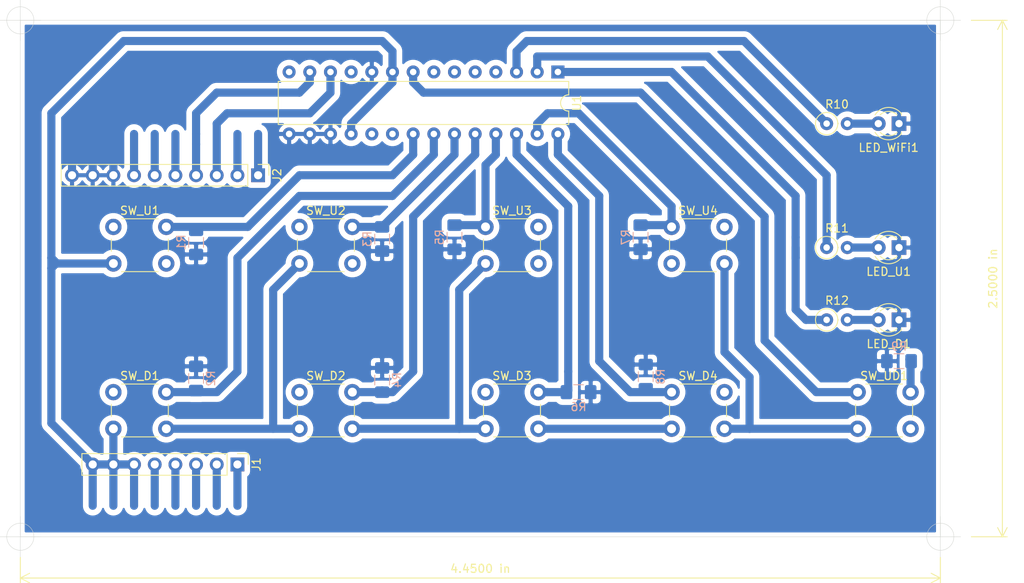
<source format=kicad_pcb>
(kicad_pcb (version 20171130) (host pcbnew 5.1.5-52549c5~86~ubuntu16.04.1)

  (general
    (thickness 1.6)
    (drawings 12)
    (tracks 134)
    (zones 0)
    (modules 27)
    (nets 38)
  )

  (page A4)
  (layers
    (0 F.Cu signal)
    (31 B.Cu signal)
    (32 B.Adhes user)
    (33 F.Adhes user)
    (34 B.Paste user)
    (35 F.Paste user)
    (36 B.SilkS user)
    (37 F.SilkS user)
    (38 B.Mask user)
    (39 F.Mask user)
    (40 Dwgs.User user)
    (41 Cmts.User user)
    (42 Eco1.User user)
    (43 Eco2.User user)
    (44 Edge.Cuts user)
    (45 Margin user)
    (46 B.CrtYd user)
    (47 F.CrtYd user)
    (48 B.Fab user)
    (49 F.Fab user)
  )

  (setup
    (last_trace_width 0.25)
    (trace_clearance 0.2)
    (zone_clearance 0.508)
    (zone_45_only no)
    (trace_min 0.2)
    (via_size 0.8)
    (via_drill 0.4)
    (via_min_size 0.4)
    (via_min_drill 0.3)
    (uvia_size 0.3)
    (uvia_drill 0.1)
    (uvias_allowed no)
    (uvia_min_size 0.2)
    (uvia_min_drill 0.1)
    (edge_width 0.05)
    (segment_width 0.2)
    (pcb_text_width 0.3)
    (pcb_text_size 1.5 1.5)
    (mod_edge_width 0.12)
    (mod_text_size 1 1)
    (mod_text_width 0.15)
    (pad_size 1.524 1.524)
    (pad_drill 0.762)
    (pad_to_mask_clearance 0.051)
    (solder_mask_min_width 0.25)
    (aux_axis_origin 132.08 170.18)
    (visible_elements FFFFFF7F)
    (pcbplotparams
      (layerselection 0x010fc_ffffffff)
      (usegerberextensions false)
      (usegerberattributes false)
      (usegerberadvancedattributes false)
      (creategerberjobfile false)
      (excludeedgelayer true)
      (linewidth 0.100000)
      (plotframeref false)
      (viasonmask false)
      (mode 1)
      (useauxorigin false)
      (hpglpennumber 1)
      (hpglpenspeed 20)
      (hpglpendiameter 15.000000)
      (psnegative false)
      (psa4output false)
      (plotreference true)
      (plotvalue true)
      (plotinvisibletext false)
      (padsonsilk false)
      (subtractmaskfromsilk false)
      (outputformat 1)
      (mirror false)
      (drillshape 1)
      (scaleselection 1)
      (outputdirectory ""))
  )

  (net 0 "")
  (net 1 "Net-(J1-Pad1)")
  (net 2 "Net-(J1-Pad2)")
  (net 3 "Net-(J1-Pad3)")
  (net 4 "Net-(J1-Pad4)")
  (net 5 "Net-(J1-Pad5)")
  (net 6 +3V3)
  (net 7 "Net-(J2-Pad1)")
  (net 8 "Net-(J2-Pad2)")
  (net 9 SCK)
  (net 10 SDA)
  (net 11 "Net-(J2-Pad5)")
  (net 12 "Net-(J2-Pad6)")
  (net 13 "Net-(J2-Pad7)")
  (net 14 GND)
  (net 15 "Net-(LED_D1-Pad2)")
  (net 16 "Net-(LED_U1-Pad2)")
  (net 17 "Net-(LED_WiFi1-Pad2)")
  (net 18 GPA0)
  (net 19 GPA1)
  (net 20 GPA2)
  (net 21 GPA3)
  (net 22 GPA4)
  (net 23 GPA5)
  (net 24 GPA6)
  (net 25 GPA7)
  (net 26 GPB7)
  (net 27 GPB0)
  (net 28 GPB1)
  (net 29 GPB2)
  (net 30 GPB3)
  (net 31 GPB4)
  (net 32 "Net-(U1-Pad19)")
  (net 33 GPB5)
  (net 34 "Net-(U1-Pad20)")
  (net 35 GPB6)
  (net 36 "Net-(U1-Pad11)")
  (net 37 "Net-(U1-Pad14)")

  (net_class Default "This is the default net class."
    (clearance 0.2)
    (trace_width 0.25)
    (via_dia 0.8)
    (via_drill 0.4)
    (uvia_dia 0.3)
    (uvia_drill 0.1)
  )

  (net_class MyRules ""
    (clearance 0.7)
    (trace_width 0.5)
    (via_dia 1)
    (via_drill 0.4)
    (uvia_dia 0.3)
    (uvia_drill 0.1)
    (add_net +3V3)
    (add_net GND)
    (add_net GPA0)
    (add_net GPA1)
    (add_net GPA2)
    (add_net GPA3)
    (add_net GPA4)
    (add_net GPA5)
    (add_net GPA6)
    (add_net GPA7)
    (add_net GPB0)
    (add_net GPB1)
    (add_net GPB2)
    (add_net GPB3)
    (add_net GPB4)
    (add_net GPB5)
    (add_net GPB6)
    (add_net GPB7)
    (add_net "Net-(J1-Pad1)")
    (add_net "Net-(J1-Pad2)")
    (add_net "Net-(J1-Pad3)")
    (add_net "Net-(J1-Pad4)")
    (add_net "Net-(J1-Pad5)")
    (add_net "Net-(J2-Pad1)")
    (add_net "Net-(J2-Pad2)")
    (add_net "Net-(J2-Pad5)")
    (add_net "Net-(J2-Pad6)")
    (add_net "Net-(J2-Pad7)")
    (add_net "Net-(LED_D1-Pad2)")
    (add_net "Net-(LED_U1-Pad2)")
    (add_net "Net-(LED_WiFi1-Pad2)")
    (add_net "Net-(U1-Pad11)")
    (add_net "Net-(U1-Pad14)")
    (add_net "Net-(U1-Pad19)")
    (add_net "Net-(U1-Pad20)")
    (add_net SCK)
    (add_net SDA)
  )

  (module Connector_PinHeader_2.54mm:PinHeader_1x08_P2.54mm_Vertical (layer F.Cu) (tedit 59FED5CC) (tstamp 5E9489A0)
    (at 133.35 146.05 270)
    (descr "Through hole straight pin header, 1x08, 2.54mm pitch, single row")
    (tags "Through hole pin header THT 1x08 2.54mm single row")
    (path /5E94395D)
    (fp_text reference J1 (at 0 -2.33 90) (layer F.SilkS)
      (effects (font (size 1 1) (thickness 0.15)))
    )
    (fp_text value Conn_01x08_Female (at 0 20.11 90) (layer F.Fab)
      (effects (font (size 1 1) (thickness 0.15)))
    )
    (fp_line (start -0.635 -1.27) (end 1.27 -1.27) (layer F.Fab) (width 0.1))
    (fp_line (start 1.27 -1.27) (end 1.27 19.05) (layer F.Fab) (width 0.1))
    (fp_line (start 1.27 19.05) (end -1.27 19.05) (layer F.Fab) (width 0.1))
    (fp_line (start -1.27 19.05) (end -1.27 -0.635) (layer F.Fab) (width 0.1))
    (fp_line (start -1.27 -0.635) (end -0.635 -1.27) (layer F.Fab) (width 0.1))
    (fp_line (start -1.33 19.11) (end 1.33 19.11) (layer F.SilkS) (width 0.12))
    (fp_line (start -1.33 1.27) (end -1.33 19.11) (layer F.SilkS) (width 0.12))
    (fp_line (start 1.33 1.27) (end 1.33 19.11) (layer F.SilkS) (width 0.12))
    (fp_line (start -1.33 1.27) (end 1.33 1.27) (layer F.SilkS) (width 0.12))
    (fp_line (start -1.33 0) (end -1.33 -1.33) (layer F.SilkS) (width 0.12))
    (fp_line (start -1.33 -1.33) (end 0 -1.33) (layer F.SilkS) (width 0.12))
    (fp_line (start -1.8 -1.8) (end -1.8 19.55) (layer F.CrtYd) (width 0.05))
    (fp_line (start -1.8 19.55) (end 1.8 19.55) (layer F.CrtYd) (width 0.05))
    (fp_line (start 1.8 19.55) (end 1.8 -1.8) (layer F.CrtYd) (width 0.05))
    (fp_line (start 1.8 -1.8) (end -1.8 -1.8) (layer F.CrtYd) (width 0.05))
    (fp_text user %R (at 0 8.89) (layer F.Fab)
      (effects (font (size 1 1) (thickness 0.15)))
    )
    (pad 1 thru_hole rect (at 0 0 270) (size 1.7 1.7) (drill 1) (layers *.Cu *.Mask)
      (net 1 "Net-(J1-Pad1)"))
    (pad 2 thru_hole oval (at 0 2.54 270) (size 1.7 1.7) (drill 1) (layers *.Cu *.Mask)
      (net 2 "Net-(J1-Pad2)"))
    (pad 3 thru_hole oval (at 0 5.08 270) (size 1.7 1.7) (drill 1) (layers *.Cu *.Mask)
      (net 3 "Net-(J1-Pad3)"))
    (pad 4 thru_hole oval (at 0 7.62 270) (size 1.7 1.7) (drill 1) (layers *.Cu *.Mask)
      (net 4 "Net-(J1-Pad4)"))
    (pad 5 thru_hole oval (at 0 10.16 270) (size 1.7 1.7) (drill 1) (layers *.Cu *.Mask)
      (net 5 "Net-(J1-Pad5)"))
    (pad 6 thru_hole oval (at 0 12.7 270) (size 1.7 1.7) (drill 1) (layers *.Cu *.Mask)
      (net 6 +3V3))
    (pad 7 thru_hole oval (at 0 15.24 270) (size 1.7 1.7) (drill 1) (layers *.Cu *.Mask)
      (net 6 +3V3))
    (pad 8 thru_hole oval (at 0 17.78 270) (size 1.7 1.7) (drill 1) (layers *.Cu *.Mask)
      (net 6 +3V3))
    (model ${KISYS3DMOD}/Connector_PinHeader_2.54mm.3dshapes/PinHeader_1x08_P2.54mm_Vertical.wrl
      (at (xyz 0 0 0))
      (scale (xyz 1 1 1))
      (rotate (xyz 0 0 0))
    )
  )

  (module Connector_PinHeader_2.54mm:PinHeader_1x10_P2.54mm_Vertical (layer F.Cu) (tedit 59FED5CC) (tstamp 5E9489BE)
    (at 135.89 110.49 270)
    (descr "Through hole straight pin header, 1x10, 2.54mm pitch, single row")
    (tags "Through hole pin header THT 1x10 2.54mm single row")
    (path /5E9445EE)
    (fp_text reference J2 (at 0 -2.33 90) (layer F.SilkS)
      (effects (font (size 1 1) (thickness 0.15)))
    )
    (fp_text value Conn_01x10_Female (at 0 25.19 90) (layer F.Fab)
      (effects (font (size 1 1) (thickness 0.15)))
    )
    (fp_line (start -0.635 -1.27) (end 1.27 -1.27) (layer F.Fab) (width 0.1))
    (fp_line (start 1.27 -1.27) (end 1.27 24.13) (layer F.Fab) (width 0.1))
    (fp_line (start 1.27 24.13) (end -1.27 24.13) (layer F.Fab) (width 0.1))
    (fp_line (start -1.27 24.13) (end -1.27 -0.635) (layer F.Fab) (width 0.1))
    (fp_line (start -1.27 -0.635) (end -0.635 -1.27) (layer F.Fab) (width 0.1))
    (fp_line (start -1.33 24.19) (end 1.33 24.19) (layer F.SilkS) (width 0.12))
    (fp_line (start -1.33 1.27) (end -1.33 24.19) (layer F.SilkS) (width 0.12))
    (fp_line (start 1.33 1.27) (end 1.33 24.19) (layer F.SilkS) (width 0.12))
    (fp_line (start -1.33 1.27) (end 1.33 1.27) (layer F.SilkS) (width 0.12))
    (fp_line (start -1.33 0) (end -1.33 -1.33) (layer F.SilkS) (width 0.12))
    (fp_line (start -1.33 -1.33) (end 0 -1.33) (layer F.SilkS) (width 0.12))
    (fp_line (start -1.8 -1.8) (end -1.8 24.65) (layer F.CrtYd) (width 0.05))
    (fp_line (start -1.8 24.65) (end 1.8 24.65) (layer F.CrtYd) (width 0.05))
    (fp_line (start 1.8 24.65) (end 1.8 -1.8) (layer F.CrtYd) (width 0.05))
    (fp_line (start 1.8 -1.8) (end -1.8 -1.8) (layer F.CrtYd) (width 0.05))
    (fp_text user %R (at 0 11.43) (layer F.Fab)
      (effects (font (size 1 1) (thickness 0.15)))
    )
    (pad 1 thru_hole rect (at 0 0 270) (size 1.7 1.7) (drill 1) (layers *.Cu *.Mask)
      (net 7 "Net-(J2-Pad1)"))
    (pad 2 thru_hole oval (at 0 2.54 270) (size 1.7 1.7) (drill 1) (layers *.Cu *.Mask)
      (net 8 "Net-(J2-Pad2)"))
    (pad 3 thru_hole oval (at 0 5.08 270) (size 1.7 1.7) (drill 1) (layers *.Cu *.Mask)
      (net 9 SCK))
    (pad 4 thru_hole oval (at 0 7.62 270) (size 1.7 1.7) (drill 1) (layers *.Cu *.Mask)
      (net 10 SDA))
    (pad 5 thru_hole oval (at 0 10.16 270) (size 1.7 1.7) (drill 1) (layers *.Cu *.Mask)
      (net 11 "Net-(J2-Pad5)"))
    (pad 6 thru_hole oval (at 0 12.7 270) (size 1.7 1.7) (drill 1) (layers *.Cu *.Mask)
      (net 12 "Net-(J2-Pad6)"))
    (pad 7 thru_hole oval (at 0 15.24 270) (size 1.7 1.7) (drill 1) (layers *.Cu *.Mask)
      (net 13 "Net-(J2-Pad7)"))
    (pad 8 thru_hole oval (at 0 17.78 270) (size 1.7 1.7) (drill 1) (layers *.Cu *.Mask)
      (net 14 GND))
    (pad 9 thru_hole oval (at 0 20.32 270) (size 1.7 1.7) (drill 1) (layers *.Cu *.Mask)
      (net 14 GND))
    (pad 10 thru_hole oval (at 0 22.86 270) (size 1.7 1.7) (drill 1) (layers *.Cu *.Mask)
      (net 14 GND))
    (model ${KISYS3DMOD}/Connector_PinHeader_2.54mm.3dshapes/PinHeader_1x10_P2.54mm_Vertical.wrl
      (at (xyz 0 0 0))
      (scale (xyz 1 1 1))
      (rotate (xyz 0 0 0))
    )
  )

  (module LED_THT:LED_D3.0mm_Clear (layer F.Cu) (tedit 5A6C9BC0) (tstamp 5E9489D2)
    (at 214.63 128.27 180)
    (descr "IR-LED, diameter 3.0mm, 2 pins, color: clear")
    (tags "IR infrared LED diameter 3.0mm 2 pins clear")
    (path /5E982ECB)
    (fp_text reference LED_D1 (at 1.27 -2.96) (layer F.SilkS)
      (effects (font (size 1 1) (thickness 0.15)))
    )
    (fp_text value LED (at 1.27 2.96) (layer F.Fab)
      (effects (font (size 1 1) (thickness 0.15)))
    )
    (fp_text user %R (at 1.47 0) (layer F.Fab)
      (effects (font (size 0.8 0.8) (thickness 0.12)))
    )
    (fp_line (start -0.23 -1.16619) (end -0.23 1.16619) (layer F.Fab) (width 0.1))
    (fp_line (start -0.29 -1.236) (end -0.29 -1.08) (layer F.SilkS) (width 0.12))
    (fp_line (start -0.29 1.08) (end -0.29 1.236) (layer F.SilkS) (width 0.12))
    (fp_line (start -1.15 -2.25) (end -1.15 2.25) (layer F.CrtYd) (width 0.05))
    (fp_line (start -1.15 2.25) (end 3.7 2.25) (layer F.CrtYd) (width 0.05))
    (fp_line (start 3.7 2.25) (end 3.7 -2.25) (layer F.CrtYd) (width 0.05))
    (fp_line (start 3.7 -2.25) (end -1.15 -2.25) (layer F.CrtYd) (width 0.05))
    (fp_circle (center 1.27 0) (end 2.77 0) (layer F.Fab) (width 0.1))
    (fp_arc (start 1.27 0) (end -0.23 -1.16619) (angle 284.3) (layer F.Fab) (width 0.1))
    (fp_arc (start 1.27 0) (end -0.29 -1.235516) (angle 108.8) (layer F.SilkS) (width 0.12))
    (fp_arc (start 1.27 0) (end -0.29 1.235516) (angle -108.8) (layer F.SilkS) (width 0.12))
    (fp_arc (start 1.27 0) (end 0.229039 -1.08) (angle 87.9) (layer F.SilkS) (width 0.12))
    (fp_arc (start 1.27 0) (end 0.229039 1.08) (angle -87.9) (layer F.SilkS) (width 0.12))
    (pad 1 thru_hole rect (at 0 0 180) (size 1.8 1.8) (drill 0.9) (layers *.Cu *.Mask)
      (net 14 GND))
    (pad 2 thru_hole circle (at 2.54 0 180) (size 1.8 1.8) (drill 0.9) (layers *.Cu *.Mask)
      (net 15 "Net-(LED_D1-Pad2)"))
    (model ${KISYS3DMOD}/LED_THT.3dshapes/LED_D3.0mm_Clear.wrl
      (at (xyz 0 0 0))
      (scale (xyz 1 1 1))
      (rotate (xyz 0 0 0))
    )
  )

  (module LED_THT:LED_D3.0mm_Clear (layer F.Cu) (tedit 5A6C9BC0) (tstamp 5E9489E6)
    (at 214.63 119.38 180)
    (descr "IR-LED, diameter 3.0mm, 2 pins, color: clear")
    (tags "IR infrared LED diameter 3.0mm 2 pins clear")
    (path /5E96F119)
    (fp_text reference LED_U1 (at 1.27 -2.96) (layer F.SilkS)
      (effects (font (size 1 1) (thickness 0.15)))
    )
    (fp_text value LED (at 1.27 2.96) (layer F.Fab)
      (effects (font (size 1 1) (thickness 0.15)))
    )
    (fp_text user %R (at 1.47 0) (layer F.Fab)
      (effects (font (size 0.8 0.8) (thickness 0.12)))
    )
    (fp_line (start -0.23 -1.16619) (end -0.23 1.16619) (layer F.Fab) (width 0.1))
    (fp_line (start -0.29 -1.236) (end -0.29 -1.08) (layer F.SilkS) (width 0.12))
    (fp_line (start -0.29 1.08) (end -0.29 1.236) (layer F.SilkS) (width 0.12))
    (fp_line (start -1.15 -2.25) (end -1.15 2.25) (layer F.CrtYd) (width 0.05))
    (fp_line (start -1.15 2.25) (end 3.7 2.25) (layer F.CrtYd) (width 0.05))
    (fp_line (start 3.7 2.25) (end 3.7 -2.25) (layer F.CrtYd) (width 0.05))
    (fp_line (start 3.7 -2.25) (end -1.15 -2.25) (layer F.CrtYd) (width 0.05))
    (fp_circle (center 1.27 0) (end 2.77 0) (layer F.Fab) (width 0.1))
    (fp_arc (start 1.27 0) (end -0.23 -1.16619) (angle 284.3) (layer F.Fab) (width 0.1))
    (fp_arc (start 1.27 0) (end -0.29 -1.235516) (angle 108.8) (layer F.SilkS) (width 0.12))
    (fp_arc (start 1.27 0) (end -0.29 1.235516) (angle -108.8) (layer F.SilkS) (width 0.12))
    (fp_arc (start 1.27 0) (end 0.229039 -1.08) (angle 87.9) (layer F.SilkS) (width 0.12))
    (fp_arc (start 1.27 0) (end 0.229039 1.08) (angle -87.9) (layer F.SilkS) (width 0.12))
    (pad 1 thru_hole rect (at 0 0 180) (size 1.8 1.8) (drill 0.9) (layers *.Cu *.Mask)
      (net 14 GND))
    (pad 2 thru_hole circle (at 2.54 0 180) (size 1.8 1.8) (drill 0.9) (layers *.Cu *.Mask)
      (net 16 "Net-(LED_U1-Pad2)"))
    (model ${KISYS3DMOD}/LED_THT.3dshapes/LED_D3.0mm_Clear.wrl
      (at (xyz 0 0 0))
      (scale (xyz 1 1 1))
      (rotate (xyz 0 0 0))
    )
  )

  (module LED_THT:LED_D3.0mm_Clear (layer F.Cu) (tedit 5A6C9BC0) (tstamp 5E9489FA)
    (at 214.63 104.14 180)
    (descr "IR-LED, diameter 3.0mm, 2 pins, color: clear")
    (tags "IR infrared LED diameter 3.0mm 2 pins clear")
    (path /5E9752BF)
    (fp_text reference LED_WiFi1 (at 1.27 -2.96) (layer F.SilkS)
      (effects (font (size 1 1) (thickness 0.15)))
    )
    (fp_text value LED (at 1.27 2.96) (layer F.Fab)
      (effects (font (size 1 1) (thickness 0.15)))
    )
    (fp_arc (start 1.27 0) (end 0.229039 1.08) (angle -87.9) (layer F.SilkS) (width 0.12))
    (fp_arc (start 1.27 0) (end 0.229039 -1.08) (angle 87.9) (layer F.SilkS) (width 0.12))
    (fp_arc (start 1.27 0) (end -0.29 1.235516) (angle -108.8) (layer F.SilkS) (width 0.12))
    (fp_arc (start 1.27 0) (end -0.29 -1.235516) (angle 108.8) (layer F.SilkS) (width 0.12))
    (fp_arc (start 1.27 0) (end -0.23 -1.16619) (angle 284.3) (layer F.Fab) (width 0.1))
    (fp_circle (center 1.27 0) (end 2.77 0) (layer F.Fab) (width 0.1))
    (fp_line (start 3.7 -2.25) (end -1.15 -2.25) (layer F.CrtYd) (width 0.05))
    (fp_line (start 3.7 2.25) (end 3.7 -2.25) (layer F.CrtYd) (width 0.05))
    (fp_line (start -1.15 2.25) (end 3.7 2.25) (layer F.CrtYd) (width 0.05))
    (fp_line (start -1.15 -2.25) (end -1.15 2.25) (layer F.CrtYd) (width 0.05))
    (fp_line (start -0.29 1.08) (end -0.29 1.236) (layer F.SilkS) (width 0.12))
    (fp_line (start -0.29 -1.236) (end -0.29 -1.08) (layer F.SilkS) (width 0.12))
    (fp_line (start -0.23 -1.16619) (end -0.23 1.16619) (layer F.Fab) (width 0.1))
    (fp_text user %R (at 1.47 0) (layer F.Fab)
      (effects (font (size 0.8 0.8) (thickness 0.12)))
    )
    (pad 2 thru_hole circle (at 2.54 0 180) (size 1.8 1.8) (drill 0.9) (layers *.Cu *.Mask)
      (net 17 "Net-(LED_WiFi1-Pad2)"))
    (pad 1 thru_hole rect (at 0 0 180) (size 1.8 1.8) (drill 0.9) (layers *.Cu *.Mask)
      (net 14 GND))
    (model ${KISYS3DMOD}/LED_THT.3dshapes/LED_D3.0mm_Clear.wrl
      (at (xyz 0 0 0))
      (scale (xyz 1 1 1))
      (rotate (xyz 0 0 0))
    )
  )

  (module Resistor_SMD:R_1206_3216Metric_Pad1.42x1.75mm_HandSolder (layer B.Cu) (tedit 5B301BBD) (tstamp 5E948A0B)
    (at 128.27 118.745 270)
    (descr "Resistor SMD 1206 (3216 Metric), square (rectangular) end terminal, IPC_7351 nominal with elongated pad for handsoldering. (Body size source: http://www.tortai-tech.com/upload/download/2011102023233369053.pdf), generated with kicad-footprint-generator")
    (tags "resistor handsolder")
    (path /5E948F4A)
    (attr smd)
    (fp_text reference R1 (at 0 1.82 270) (layer B.SilkS)
      (effects (font (size 1 1) (thickness 0.15)) (justify mirror))
    )
    (fp_text value 10k (at 0 -1.82 270) (layer B.Fab)
      (effects (font (size 1 1) (thickness 0.15)) (justify mirror))
    )
    (fp_line (start -1.6 -0.8) (end -1.6 0.8) (layer B.Fab) (width 0.1))
    (fp_line (start -1.6 0.8) (end 1.6 0.8) (layer B.Fab) (width 0.1))
    (fp_line (start 1.6 0.8) (end 1.6 -0.8) (layer B.Fab) (width 0.1))
    (fp_line (start 1.6 -0.8) (end -1.6 -0.8) (layer B.Fab) (width 0.1))
    (fp_line (start -0.602064 0.91) (end 0.602064 0.91) (layer B.SilkS) (width 0.12))
    (fp_line (start -0.602064 -0.91) (end 0.602064 -0.91) (layer B.SilkS) (width 0.12))
    (fp_line (start -2.45 -1.12) (end -2.45 1.12) (layer B.CrtYd) (width 0.05))
    (fp_line (start -2.45 1.12) (end 2.45 1.12) (layer B.CrtYd) (width 0.05))
    (fp_line (start 2.45 1.12) (end 2.45 -1.12) (layer B.CrtYd) (width 0.05))
    (fp_line (start 2.45 -1.12) (end -2.45 -1.12) (layer B.CrtYd) (width 0.05))
    (fp_text user %R (at 0 0 270) (layer B.Fab)
      (effects (font (size 0.8 0.8) (thickness 0.12)) (justify mirror))
    )
    (pad 1 smd roundrect (at -1.4875 0 270) (size 1.425 1.75) (layers B.Cu B.Paste B.Mask) (roundrect_rratio 0.175439)
      (net 18 GPA0))
    (pad 2 smd roundrect (at 1.4875 0 270) (size 1.425 1.75) (layers B.Cu B.Paste B.Mask) (roundrect_rratio 0.175439)
      (net 14 GND))
    (model ${KISYS3DMOD}/Resistor_SMD.3dshapes/R_1206_3216Metric.wrl
      (at (xyz 0 0 0))
      (scale (xyz 1 1 1))
      (rotate (xyz 0 0 0))
    )
  )

  (module Resistor_SMD:R_1206_3216Metric_Pad1.42x1.75mm_HandSolder (layer B.Cu) (tedit 5B301BBD) (tstamp 5E948A1C)
    (at 128.27 135.4725 90)
    (descr "Resistor SMD 1206 (3216 Metric), square (rectangular) end terminal, IPC_7351 nominal with elongated pad for handsoldering. (Body size source: http://www.tortai-tech.com/upload/download/2011102023233369053.pdf), generated with kicad-footprint-generator")
    (tags "resistor handsolder")
    (path /5E94FB2A)
    (attr smd)
    (fp_text reference R2 (at 0 1.82 270) (layer B.SilkS)
      (effects (font (size 1 1) (thickness 0.15)) (justify mirror))
    )
    (fp_text value 10k (at 0 -1.82 270) (layer B.Fab)
      (effects (font (size 1 1) (thickness 0.15)) (justify mirror))
    )
    (fp_text user %R (at 0 0 270) (layer B.Fab)
      (effects (font (size 0.8 0.8) (thickness 0.12)) (justify mirror))
    )
    (fp_line (start 2.45 -1.12) (end -2.45 -1.12) (layer B.CrtYd) (width 0.05))
    (fp_line (start 2.45 1.12) (end 2.45 -1.12) (layer B.CrtYd) (width 0.05))
    (fp_line (start -2.45 1.12) (end 2.45 1.12) (layer B.CrtYd) (width 0.05))
    (fp_line (start -2.45 -1.12) (end -2.45 1.12) (layer B.CrtYd) (width 0.05))
    (fp_line (start -0.602064 -0.91) (end 0.602064 -0.91) (layer B.SilkS) (width 0.12))
    (fp_line (start -0.602064 0.91) (end 0.602064 0.91) (layer B.SilkS) (width 0.12))
    (fp_line (start 1.6 -0.8) (end -1.6 -0.8) (layer B.Fab) (width 0.1))
    (fp_line (start 1.6 0.8) (end 1.6 -0.8) (layer B.Fab) (width 0.1))
    (fp_line (start -1.6 0.8) (end 1.6 0.8) (layer B.Fab) (width 0.1))
    (fp_line (start -1.6 -0.8) (end -1.6 0.8) (layer B.Fab) (width 0.1))
    (pad 2 smd roundrect (at 1.4875 0 90) (size 1.425 1.75) (layers B.Cu B.Paste B.Mask) (roundrect_rratio 0.175439)
      (net 14 GND))
    (pad 1 smd roundrect (at -1.4875 0 90) (size 1.425 1.75) (layers B.Cu B.Paste B.Mask) (roundrect_rratio 0.175439)
      (net 19 GPA1))
    (model ${KISYS3DMOD}/Resistor_SMD.3dshapes/R_1206_3216Metric.wrl
      (at (xyz 0 0 0))
      (scale (xyz 1 1 1))
      (rotate (xyz 0 0 0))
    )
  )

  (module Resistor_SMD:R_1206_3216Metric_Pad1.42x1.75mm_HandSolder (layer B.Cu) (tedit 5B301BBD) (tstamp 5E948A2D)
    (at 151.13 118.3275 270)
    (descr "Resistor SMD 1206 (3216 Metric), square (rectangular) end terminal, IPC_7351 nominal with elongated pad for handsoldering. (Body size source: http://www.tortai-tech.com/upload/download/2011102023233369053.pdf), generated with kicad-footprint-generator")
    (tags "resistor handsolder")
    (path /5E951EA7)
    (attr smd)
    (fp_text reference R3 (at 0 1.82 270) (layer B.SilkS)
      (effects (font (size 1 1) (thickness 0.15)) (justify mirror))
    )
    (fp_text value 10k (at 0 -1.82 270) (layer B.Fab)
      (effects (font (size 1 1) (thickness 0.15)) (justify mirror))
    )
    (fp_line (start -1.6 -0.8) (end -1.6 0.8) (layer B.Fab) (width 0.1))
    (fp_line (start -1.6 0.8) (end 1.6 0.8) (layer B.Fab) (width 0.1))
    (fp_line (start 1.6 0.8) (end 1.6 -0.8) (layer B.Fab) (width 0.1))
    (fp_line (start 1.6 -0.8) (end -1.6 -0.8) (layer B.Fab) (width 0.1))
    (fp_line (start -0.602064 0.91) (end 0.602064 0.91) (layer B.SilkS) (width 0.12))
    (fp_line (start -0.602064 -0.91) (end 0.602064 -0.91) (layer B.SilkS) (width 0.12))
    (fp_line (start -2.45 -1.12) (end -2.45 1.12) (layer B.CrtYd) (width 0.05))
    (fp_line (start -2.45 1.12) (end 2.45 1.12) (layer B.CrtYd) (width 0.05))
    (fp_line (start 2.45 1.12) (end 2.45 -1.12) (layer B.CrtYd) (width 0.05))
    (fp_line (start 2.45 -1.12) (end -2.45 -1.12) (layer B.CrtYd) (width 0.05))
    (fp_text user %R (at 0 0 270) (layer B.Fab)
      (effects (font (size 0.8 0.8) (thickness 0.12)) (justify mirror))
    )
    (pad 1 smd roundrect (at -1.4875 0 270) (size 1.425 1.75) (layers B.Cu B.Paste B.Mask) (roundrect_rratio 0.175439)
      (net 20 GPA2))
    (pad 2 smd roundrect (at 1.4875 0 270) (size 1.425 1.75) (layers B.Cu B.Paste B.Mask) (roundrect_rratio 0.175439)
      (net 14 GND))
    (model ${KISYS3DMOD}/Resistor_SMD.3dshapes/R_1206_3216Metric.wrl
      (at (xyz 0 0 0))
      (scale (xyz 1 1 1))
      (rotate (xyz 0 0 0))
    )
  )

  (module Resistor_SMD:R_1206_3216Metric_Pad1.42x1.75mm_HandSolder (layer B.Cu) (tedit 5B301BBD) (tstamp 5E948A3E)
    (at 151.13 135.6725 90)
    (descr "Resistor SMD 1206 (3216 Metric), square (rectangular) end terminal, IPC_7351 nominal with elongated pad for handsoldering. (Body size source: http://www.tortai-tech.com/upload/download/2011102023233369053.pdf), generated with kicad-footprint-generator")
    (tags "resistor handsolder")
    (path /5E951EC0)
    (attr smd)
    (fp_text reference R4 (at 0 1.82 270) (layer B.SilkS)
      (effects (font (size 1 1) (thickness 0.15)) (justify mirror))
    )
    (fp_text value 10k (at 0 -1.82 270) (layer B.Fab)
      (effects (font (size 1 1) (thickness 0.15)) (justify mirror))
    )
    (fp_line (start -1.6 -0.8) (end -1.6 0.8) (layer B.Fab) (width 0.1))
    (fp_line (start -1.6 0.8) (end 1.6 0.8) (layer B.Fab) (width 0.1))
    (fp_line (start 1.6 0.8) (end 1.6 -0.8) (layer B.Fab) (width 0.1))
    (fp_line (start 1.6 -0.8) (end -1.6 -0.8) (layer B.Fab) (width 0.1))
    (fp_line (start -0.602064 0.91) (end 0.602064 0.91) (layer B.SilkS) (width 0.12))
    (fp_line (start -0.602064 -0.91) (end 0.602064 -0.91) (layer B.SilkS) (width 0.12))
    (fp_line (start -2.45 -1.12) (end -2.45 1.12) (layer B.CrtYd) (width 0.05))
    (fp_line (start -2.45 1.12) (end 2.45 1.12) (layer B.CrtYd) (width 0.05))
    (fp_line (start 2.45 1.12) (end 2.45 -1.12) (layer B.CrtYd) (width 0.05))
    (fp_line (start 2.45 -1.12) (end -2.45 -1.12) (layer B.CrtYd) (width 0.05))
    (fp_text user %R (at 0 0 270) (layer B.Fab)
      (effects (font (size 0.8 0.8) (thickness 0.12)) (justify mirror))
    )
    (pad 1 smd roundrect (at -1.4875 0 90) (size 1.425 1.75) (layers B.Cu B.Paste B.Mask) (roundrect_rratio 0.175439)
      (net 21 GPA3))
    (pad 2 smd roundrect (at 1.4875 0 90) (size 1.425 1.75) (layers B.Cu B.Paste B.Mask) (roundrect_rratio 0.175439)
      (net 14 GND))
    (model ${KISYS3DMOD}/Resistor_SMD.3dshapes/R_1206_3216Metric.wrl
      (at (xyz 0 0 0))
      (scale (xyz 1 1 1))
      (rotate (xyz 0 0 0))
    )
  )

  (module Resistor_SMD:R_1206_3216Metric_Pad1.42x1.75mm_HandSolder (layer B.Cu) (tedit 5B301BBD) (tstamp 5E948A4F)
    (at 160.02 118.11 270)
    (descr "Resistor SMD 1206 (3216 Metric), square (rectangular) end terminal, IPC_7351 nominal with elongated pad for handsoldering. (Body size source: http://www.tortai-tech.com/upload/download/2011102023233369053.pdf), generated with kicad-footprint-generator")
    (tags "resistor handsolder")
    (path /5E95EE7F)
    (attr smd)
    (fp_text reference R5 (at 0 1.82 270) (layer B.SilkS)
      (effects (font (size 1 1) (thickness 0.15)) (justify mirror))
    )
    (fp_text value 10k (at 0 -1.82 270) (layer B.Fab)
      (effects (font (size 1 1) (thickness 0.15)) (justify mirror))
    )
    (fp_text user %R (at 0 0 270) (layer B.Fab)
      (effects (font (size 0.8 0.8) (thickness 0.12)) (justify mirror))
    )
    (fp_line (start 2.45 -1.12) (end -2.45 -1.12) (layer B.CrtYd) (width 0.05))
    (fp_line (start 2.45 1.12) (end 2.45 -1.12) (layer B.CrtYd) (width 0.05))
    (fp_line (start -2.45 1.12) (end 2.45 1.12) (layer B.CrtYd) (width 0.05))
    (fp_line (start -2.45 -1.12) (end -2.45 1.12) (layer B.CrtYd) (width 0.05))
    (fp_line (start -0.602064 -0.91) (end 0.602064 -0.91) (layer B.SilkS) (width 0.12))
    (fp_line (start -0.602064 0.91) (end 0.602064 0.91) (layer B.SilkS) (width 0.12))
    (fp_line (start 1.6 -0.8) (end -1.6 -0.8) (layer B.Fab) (width 0.1))
    (fp_line (start 1.6 0.8) (end 1.6 -0.8) (layer B.Fab) (width 0.1))
    (fp_line (start -1.6 0.8) (end 1.6 0.8) (layer B.Fab) (width 0.1))
    (fp_line (start -1.6 -0.8) (end -1.6 0.8) (layer B.Fab) (width 0.1))
    (pad 2 smd roundrect (at 1.4875 0 270) (size 1.425 1.75) (layers B.Cu B.Paste B.Mask) (roundrect_rratio 0.175439)
      (net 14 GND))
    (pad 1 smd roundrect (at -1.4875 0 270) (size 1.425 1.75) (layers B.Cu B.Paste B.Mask) (roundrect_rratio 0.175439)
      (net 22 GPA4))
    (model ${KISYS3DMOD}/Resistor_SMD.3dshapes/R_1206_3216Metric.wrl
      (at (xyz 0 0 0))
      (scale (xyz 1 1 1))
      (rotate (xyz 0 0 0))
    )
  )

  (module Resistor_SMD:R_1206_3216Metric_Pad1.42x1.75mm_HandSolder (layer B.Cu) (tedit 5B301BBD) (tstamp 5E948A60)
    (at 175.26 137.16)
    (descr "Resistor SMD 1206 (3216 Metric), square (rectangular) end terminal, IPC_7351 nominal with elongated pad for handsoldering. (Body size source: http://www.tortai-tech.com/upload/download/2011102023233369053.pdf), generated with kicad-footprint-generator")
    (tags "resistor handsolder")
    (path /5E95EE98)
    (attr smd)
    (fp_text reference R6 (at 0 1.82 180) (layer B.SilkS)
      (effects (font (size 1 1) (thickness 0.15)) (justify mirror))
    )
    (fp_text value 10k (at 0 -1.82 180) (layer B.Fab)
      (effects (font (size 1 1) (thickness 0.15)) (justify mirror))
    )
    (fp_line (start -1.6 -0.8) (end -1.6 0.8) (layer B.Fab) (width 0.1))
    (fp_line (start -1.6 0.8) (end 1.6 0.8) (layer B.Fab) (width 0.1))
    (fp_line (start 1.6 0.8) (end 1.6 -0.8) (layer B.Fab) (width 0.1))
    (fp_line (start 1.6 -0.8) (end -1.6 -0.8) (layer B.Fab) (width 0.1))
    (fp_line (start -0.602064 0.91) (end 0.602064 0.91) (layer B.SilkS) (width 0.12))
    (fp_line (start -0.602064 -0.91) (end 0.602064 -0.91) (layer B.SilkS) (width 0.12))
    (fp_line (start -2.45 -1.12) (end -2.45 1.12) (layer B.CrtYd) (width 0.05))
    (fp_line (start -2.45 1.12) (end 2.45 1.12) (layer B.CrtYd) (width 0.05))
    (fp_line (start 2.45 1.12) (end 2.45 -1.12) (layer B.CrtYd) (width 0.05))
    (fp_line (start 2.45 -1.12) (end -2.45 -1.12) (layer B.CrtYd) (width 0.05))
    (fp_text user %R (at 0 0 180) (layer B.Fab)
      (effects (font (size 0.8 0.8) (thickness 0.12)) (justify mirror))
    )
    (pad 1 smd roundrect (at -1.4875 0) (size 1.425 1.75) (layers B.Cu B.Paste B.Mask) (roundrect_rratio 0.175439)
      (net 23 GPA5))
    (pad 2 smd roundrect (at 1.4875 0) (size 1.425 1.75) (layers B.Cu B.Paste B.Mask) (roundrect_rratio 0.175439)
      (net 14 GND))
    (model ${KISYS3DMOD}/Resistor_SMD.3dshapes/R_1206_3216Metric.wrl
      (at (xyz 0 0 0))
      (scale (xyz 1 1 1))
      (rotate (xyz 0 0 0))
    )
  )

  (module Resistor_SMD:R_1206_3216Metric_Pad1.42x1.75mm_HandSolder (layer B.Cu) (tedit 5B301BBD) (tstamp 5E948A71)
    (at 182.88 118.11 270)
    (descr "Resistor SMD 1206 (3216 Metric), square (rectangular) end terminal, IPC_7351 nominal with elongated pad for handsoldering. (Body size source: http://www.tortai-tech.com/upload/download/2011102023233369053.pdf), generated with kicad-footprint-generator")
    (tags "resistor handsolder")
    (path /5E95EEB1)
    (attr smd)
    (fp_text reference R7 (at 0 1.82 270) (layer B.SilkS)
      (effects (font (size 1 1) (thickness 0.15)) (justify mirror))
    )
    (fp_text value 10k (at 0 -1.82 270) (layer B.Fab)
      (effects (font (size 1 1) (thickness 0.15)) (justify mirror))
    )
    (fp_text user %R (at 0 0 270) (layer B.Fab)
      (effects (font (size 0.8 0.8) (thickness 0.12)) (justify mirror))
    )
    (fp_line (start 2.45 -1.12) (end -2.45 -1.12) (layer B.CrtYd) (width 0.05))
    (fp_line (start 2.45 1.12) (end 2.45 -1.12) (layer B.CrtYd) (width 0.05))
    (fp_line (start -2.45 1.12) (end 2.45 1.12) (layer B.CrtYd) (width 0.05))
    (fp_line (start -2.45 -1.12) (end -2.45 1.12) (layer B.CrtYd) (width 0.05))
    (fp_line (start -0.602064 -0.91) (end 0.602064 -0.91) (layer B.SilkS) (width 0.12))
    (fp_line (start -0.602064 0.91) (end 0.602064 0.91) (layer B.SilkS) (width 0.12))
    (fp_line (start 1.6 -0.8) (end -1.6 -0.8) (layer B.Fab) (width 0.1))
    (fp_line (start 1.6 0.8) (end 1.6 -0.8) (layer B.Fab) (width 0.1))
    (fp_line (start -1.6 0.8) (end 1.6 0.8) (layer B.Fab) (width 0.1))
    (fp_line (start -1.6 -0.8) (end -1.6 0.8) (layer B.Fab) (width 0.1))
    (pad 2 smd roundrect (at 1.4875 0 270) (size 1.425 1.75) (layers B.Cu B.Paste B.Mask) (roundrect_rratio 0.175439)
      (net 14 GND))
    (pad 1 smd roundrect (at -1.4875 0 270) (size 1.425 1.75) (layers B.Cu B.Paste B.Mask) (roundrect_rratio 0.175439)
      (net 24 GPA6))
    (model ${KISYS3DMOD}/Resistor_SMD.3dshapes/R_1206_3216Metric.wrl
      (at (xyz 0 0 0))
      (scale (xyz 1 1 1))
      (rotate (xyz 0 0 0))
    )
  )

  (module Resistor_SMD:R_1206_3216Metric_Pad1.42x1.75mm_HandSolder (layer B.Cu) (tedit 5B301BBD) (tstamp 5E948A82)
    (at 183.515 135.255 90)
    (descr "Resistor SMD 1206 (3216 Metric), square (rectangular) end terminal, IPC_7351 nominal with elongated pad for handsoldering. (Body size source: http://www.tortai-tech.com/upload/download/2011102023233369053.pdf), generated with kicad-footprint-generator")
    (tags "resistor handsolder")
    (path /5E95EECA)
    (attr smd)
    (fp_text reference R8 (at 0 1.82 270) (layer B.SilkS)
      (effects (font (size 1 1) (thickness 0.15)) (justify mirror))
    )
    (fp_text value 10k (at 0 -1.82 270) (layer B.Fab)
      (effects (font (size 1 1) (thickness 0.15)) (justify mirror))
    )
    (fp_line (start -1.6 -0.8) (end -1.6 0.8) (layer B.Fab) (width 0.1))
    (fp_line (start -1.6 0.8) (end 1.6 0.8) (layer B.Fab) (width 0.1))
    (fp_line (start 1.6 0.8) (end 1.6 -0.8) (layer B.Fab) (width 0.1))
    (fp_line (start 1.6 -0.8) (end -1.6 -0.8) (layer B.Fab) (width 0.1))
    (fp_line (start -0.602064 0.91) (end 0.602064 0.91) (layer B.SilkS) (width 0.12))
    (fp_line (start -0.602064 -0.91) (end 0.602064 -0.91) (layer B.SilkS) (width 0.12))
    (fp_line (start -2.45 -1.12) (end -2.45 1.12) (layer B.CrtYd) (width 0.05))
    (fp_line (start -2.45 1.12) (end 2.45 1.12) (layer B.CrtYd) (width 0.05))
    (fp_line (start 2.45 1.12) (end 2.45 -1.12) (layer B.CrtYd) (width 0.05))
    (fp_line (start 2.45 -1.12) (end -2.45 -1.12) (layer B.CrtYd) (width 0.05))
    (fp_text user %R (at 0 0 270) (layer B.Fab)
      (effects (font (size 0.8 0.8) (thickness 0.12)) (justify mirror))
    )
    (pad 1 smd roundrect (at -1.4875 0 90) (size 1.425 1.75) (layers B.Cu B.Paste B.Mask) (roundrect_rratio 0.175439)
      (net 25 GPA7))
    (pad 2 smd roundrect (at 1.4875 0 90) (size 1.425 1.75) (layers B.Cu B.Paste B.Mask) (roundrect_rratio 0.175439)
      (net 14 GND))
    (model ${KISYS3DMOD}/Resistor_SMD.3dshapes/R_1206_3216Metric.wrl
      (at (xyz 0 0 0))
      (scale (xyz 1 1 1))
      (rotate (xyz 0 0 0))
    )
  )

  (module Resistor_SMD:R_1206_3216Metric_Pad1.42x1.75mm_HandSolder (layer B.Cu) (tedit 5B301BBD) (tstamp 5E948A93)
    (at 214.63 133.35 180)
    (descr "Resistor SMD 1206 (3216 Metric), square (rectangular) end terminal, IPC_7351 nominal with elongated pad for handsoldering. (Body size source: http://www.tortai-tech.com/upload/download/2011102023233369053.pdf), generated with kicad-footprint-generator")
    (tags "resistor handsolder")
    (path /5E960B64)
    (attr smd)
    (fp_text reference R9 (at 0 1.82 180) (layer B.SilkS)
      (effects (font (size 1 1) (thickness 0.15)) (justify mirror))
    )
    (fp_text value 10k (at 0 -1.82 180) (layer B.Fab)
      (effects (font (size 1 1) (thickness 0.15)) (justify mirror))
    )
    (fp_text user %R (at 0 0 180) (layer B.Fab)
      (effects (font (size 0.8 0.8) (thickness 0.12)) (justify mirror))
    )
    (fp_line (start 2.45 -1.12) (end -2.45 -1.12) (layer B.CrtYd) (width 0.05))
    (fp_line (start 2.45 1.12) (end 2.45 -1.12) (layer B.CrtYd) (width 0.05))
    (fp_line (start -2.45 1.12) (end 2.45 1.12) (layer B.CrtYd) (width 0.05))
    (fp_line (start -2.45 -1.12) (end -2.45 1.12) (layer B.CrtYd) (width 0.05))
    (fp_line (start -0.602064 -0.91) (end 0.602064 -0.91) (layer B.SilkS) (width 0.12))
    (fp_line (start -0.602064 0.91) (end 0.602064 0.91) (layer B.SilkS) (width 0.12))
    (fp_line (start 1.6 -0.8) (end -1.6 -0.8) (layer B.Fab) (width 0.1))
    (fp_line (start 1.6 0.8) (end 1.6 -0.8) (layer B.Fab) (width 0.1))
    (fp_line (start -1.6 0.8) (end 1.6 0.8) (layer B.Fab) (width 0.1))
    (fp_line (start -1.6 -0.8) (end -1.6 0.8) (layer B.Fab) (width 0.1))
    (pad 2 smd roundrect (at 1.4875 0 180) (size 1.425 1.75) (layers B.Cu B.Paste B.Mask) (roundrect_rratio 0.175439)
      (net 14 GND))
    (pad 1 smd roundrect (at -1.4875 0 180) (size 1.425 1.75) (layers B.Cu B.Paste B.Mask) (roundrect_rratio 0.175439)
      (net 26 GPB7))
    (model ${KISYS3DMOD}/Resistor_SMD.3dshapes/R_1206_3216Metric.wrl
      (at (xyz 0 0 0))
      (scale (xyz 1 1 1))
      (rotate (xyz 0 0 0))
    )
  )

  (module Resistor_THT:R_Axial_DIN0207_L6.3mm_D2.5mm_P2.54mm_Vertical (layer F.Cu) (tedit 5AE5139B) (tstamp 5E948AA2)
    (at 205.74 104.14)
    (descr "Resistor, Axial_DIN0207 series, Axial, Vertical, pin pitch=2.54mm, 0.25W = 1/4W, length*diameter=6.3*2.5mm^2, http://cdn-reichelt.de/documents/datenblatt/B400/1_4W%23YAG.pdf")
    (tags "Resistor Axial_DIN0207 series Axial Vertical pin pitch 2.54mm 0.25W = 1/4W length 6.3mm diameter 2.5mm")
    (path /5E9752CB)
    (fp_text reference R10 (at 1.27 -2.37) (layer F.SilkS)
      (effects (font (size 1 1) (thickness 0.15)))
    )
    (fp_text value 150 (at 1.27 2.37) (layer F.Fab)
      (effects (font (size 1 1) (thickness 0.15)))
    )
    (fp_circle (center 0 0) (end 1.25 0) (layer F.Fab) (width 0.1))
    (fp_circle (center 0 0) (end 1.37 0) (layer F.SilkS) (width 0.12))
    (fp_line (start 0 0) (end 2.54 0) (layer F.Fab) (width 0.1))
    (fp_line (start 1.37 0) (end 1.44 0) (layer F.SilkS) (width 0.12))
    (fp_line (start -1.5 -1.5) (end -1.5 1.5) (layer F.CrtYd) (width 0.05))
    (fp_line (start -1.5 1.5) (end 3.59 1.5) (layer F.CrtYd) (width 0.05))
    (fp_line (start 3.59 1.5) (end 3.59 -1.5) (layer F.CrtYd) (width 0.05))
    (fp_line (start 3.59 -1.5) (end -1.5 -1.5) (layer F.CrtYd) (width 0.05))
    (fp_text user %R (at 1.27 -2.37) (layer F.Fab)
      (effects (font (size 1 1) (thickness 0.15)))
    )
    (pad 1 thru_hole circle (at 0 0) (size 1.6 1.6) (drill 0.8) (layers *.Cu *.Mask)
      (net 29 GPB2))
    (pad 2 thru_hole oval (at 2.54 0) (size 1.6 1.6) (drill 0.8) (layers *.Cu *.Mask)
      (net 17 "Net-(LED_WiFi1-Pad2)"))
    (model ${KISYS3DMOD}/Resistor_THT.3dshapes/R_Axial_DIN0207_L6.3mm_D2.5mm_P2.54mm_Vertical.wrl
      (at (xyz 0 0 0))
      (scale (xyz 1 1 1))
      (rotate (xyz 0 0 0))
    )
  )

  (module Resistor_THT:R_Axial_DIN0207_L6.3mm_D2.5mm_P2.54mm_Vertical (layer F.Cu) (tedit 5AE5139B) (tstamp 5E948AB1)
    (at 205.74 119.38)
    (descr "Resistor, Axial_DIN0207 series, Axial, Vertical, pin pitch=2.54mm, 0.25W = 1/4W, length*diameter=6.3*2.5mm^2, http://cdn-reichelt.de/documents/datenblatt/B400/1_4W%23YAG.pdf")
    (tags "Resistor Axial_DIN0207 series Axial Vertical pin pitch 2.54mm 0.25W = 1/4W length 6.3mm diameter 2.5mm")
    (path /5E971B02)
    (fp_text reference R11 (at 1.27 -2.37) (layer F.SilkS)
      (effects (font (size 1 1) (thickness 0.15)))
    )
    (fp_text value 150 (at 1.27 2.37) (layer F.Fab)
      (effects (font (size 1 1) (thickness 0.15)))
    )
    (fp_circle (center 0 0) (end 1.25 0) (layer F.Fab) (width 0.1))
    (fp_circle (center 0 0) (end 1.37 0) (layer F.SilkS) (width 0.12))
    (fp_line (start 0 0) (end 2.54 0) (layer F.Fab) (width 0.1))
    (fp_line (start 1.37 0) (end 1.44 0) (layer F.SilkS) (width 0.12))
    (fp_line (start -1.5 -1.5) (end -1.5 1.5) (layer F.CrtYd) (width 0.05))
    (fp_line (start -1.5 1.5) (end 3.59 1.5) (layer F.CrtYd) (width 0.05))
    (fp_line (start 3.59 1.5) (end 3.59 -1.5) (layer F.CrtYd) (width 0.05))
    (fp_line (start 3.59 -1.5) (end -1.5 -1.5) (layer F.CrtYd) (width 0.05))
    (fp_text user %R (at 1.27 -2.37) (layer F.Fab)
      (effects (font (size 1 1) (thickness 0.15)))
    )
    (pad 1 thru_hole circle (at 0 0) (size 1.6 1.6) (drill 0.8) (layers *.Cu *.Mask)
      (net 28 GPB1))
    (pad 2 thru_hole oval (at 2.54 0) (size 1.6 1.6) (drill 0.8) (layers *.Cu *.Mask)
      (net 16 "Net-(LED_U1-Pad2)"))
    (model ${KISYS3DMOD}/Resistor_THT.3dshapes/R_Axial_DIN0207_L6.3mm_D2.5mm_P2.54mm_Vertical.wrl
      (at (xyz 0 0 0))
      (scale (xyz 1 1 1))
      (rotate (xyz 0 0 0))
    )
  )

  (module Resistor_THT:R_Axial_DIN0207_L6.3mm_D2.5mm_P2.54mm_Vertical (layer F.Cu) (tedit 5AE5139B) (tstamp 5E948AC0)
    (at 205.74 128.27)
    (descr "Resistor, Axial_DIN0207 series, Axial, Vertical, pin pitch=2.54mm, 0.25W = 1/4W, length*diameter=6.3*2.5mm^2, http://cdn-reichelt.de/documents/datenblatt/B400/1_4W%23YAG.pdf")
    (tags "Resistor Axial_DIN0207 series Axial Vertical pin pitch 2.54mm 0.25W = 1/4W length 6.3mm diameter 2.5mm")
    (path /5E97434F)
    (fp_text reference R12 (at 1.27 -2.37) (layer F.SilkS)
      (effects (font (size 1 1) (thickness 0.15)))
    )
    (fp_text value 150 (at 1.27 2.37) (layer F.Fab)
      (effects (font (size 1 1) (thickness 0.15)))
    )
    (fp_text user %R (at 1.27 -2.37) (layer F.Fab)
      (effects (font (size 1 1) (thickness 0.15)))
    )
    (fp_line (start 3.59 -1.5) (end -1.5 -1.5) (layer F.CrtYd) (width 0.05))
    (fp_line (start 3.59 1.5) (end 3.59 -1.5) (layer F.CrtYd) (width 0.05))
    (fp_line (start -1.5 1.5) (end 3.59 1.5) (layer F.CrtYd) (width 0.05))
    (fp_line (start -1.5 -1.5) (end -1.5 1.5) (layer F.CrtYd) (width 0.05))
    (fp_line (start 1.37 0) (end 1.44 0) (layer F.SilkS) (width 0.12))
    (fp_line (start 0 0) (end 2.54 0) (layer F.Fab) (width 0.1))
    (fp_circle (center 0 0) (end 1.37 0) (layer F.SilkS) (width 0.12))
    (fp_circle (center 0 0) (end 1.25 0) (layer F.Fab) (width 0.1))
    (pad 2 thru_hole oval (at 2.54 0) (size 1.6 1.6) (drill 0.8) (layers *.Cu *.Mask)
      (net 15 "Net-(LED_D1-Pad2)"))
    (pad 1 thru_hole circle (at 0 0) (size 1.6 1.6) (drill 0.8) (layers *.Cu *.Mask)
      (net 27 GPB0))
    (model ${KISYS3DMOD}/Resistor_THT.3dshapes/R_Axial_DIN0207_L6.3mm_D2.5mm_P2.54mm_Vertical.wrl
      (at (xyz 0 0 0))
      (scale (xyz 1 1 1))
      (rotate (xyz 0 0 0))
    )
  )

  (module Button_Switch_THT:SW_PUSH_6mm_H7.3mm (layer F.Cu) (tedit 5A02FE31) (tstamp 5E948ADF)
    (at 118.11 137.16)
    (descr "tactile push button, 6x6mm e.g. PHAP33xx series, height=7.3mm")
    (tags "tact sw push 6mm")
    (path /5E94FB24)
    (fp_text reference SW_D1 (at 3.25 -2) (layer F.SilkS)
      (effects (font (size 1 1) (thickness 0.15)))
    )
    (fp_text value SW_Push (at 3.75 6.7) (layer F.Fab)
      (effects (font (size 1 1) (thickness 0.15)))
    )
    (fp_circle (center 3.25 2.25) (end 1.25 2.5) (layer F.Fab) (width 0.1))
    (fp_line (start 6.75 3) (end 6.75 1.5) (layer F.SilkS) (width 0.12))
    (fp_line (start 5.5 -1) (end 1 -1) (layer F.SilkS) (width 0.12))
    (fp_line (start -0.25 1.5) (end -0.25 3) (layer F.SilkS) (width 0.12))
    (fp_line (start 1 5.5) (end 5.5 5.5) (layer F.SilkS) (width 0.12))
    (fp_line (start 8 -1.25) (end 8 5.75) (layer F.CrtYd) (width 0.05))
    (fp_line (start 7.75 6) (end -1.25 6) (layer F.CrtYd) (width 0.05))
    (fp_line (start -1.5 5.75) (end -1.5 -1.25) (layer F.CrtYd) (width 0.05))
    (fp_line (start -1.25 -1.5) (end 7.75 -1.5) (layer F.CrtYd) (width 0.05))
    (fp_line (start -1.5 6) (end -1.25 6) (layer F.CrtYd) (width 0.05))
    (fp_line (start -1.5 5.75) (end -1.5 6) (layer F.CrtYd) (width 0.05))
    (fp_line (start -1.5 -1.5) (end -1.25 -1.5) (layer F.CrtYd) (width 0.05))
    (fp_line (start -1.5 -1.25) (end -1.5 -1.5) (layer F.CrtYd) (width 0.05))
    (fp_line (start 8 -1.5) (end 8 -1.25) (layer F.CrtYd) (width 0.05))
    (fp_line (start 7.75 -1.5) (end 8 -1.5) (layer F.CrtYd) (width 0.05))
    (fp_line (start 8 6) (end 8 5.75) (layer F.CrtYd) (width 0.05))
    (fp_line (start 7.75 6) (end 8 6) (layer F.CrtYd) (width 0.05))
    (fp_line (start 0.25 -0.75) (end 3.25 -0.75) (layer F.Fab) (width 0.1))
    (fp_line (start 0.25 5.25) (end 0.25 -0.75) (layer F.Fab) (width 0.1))
    (fp_line (start 6.25 5.25) (end 0.25 5.25) (layer F.Fab) (width 0.1))
    (fp_line (start 6.25 -0.75) (end 6.25 5.25) (layer F.Fab) (width 0.1))
    (fp_line (start 3.25 -0.75) (end 6.25 -0.75) (layer F.Fab) (width 0.1))
    (fp_text user %R (at 3.25 2.25) (layer F.Fab)
      (effects (font (size 1 1) (thickness 0.15)))
    )
    (pad 1 thru_hole circle (at 6.5 0 90) (size 2 2) (drill 1.1) (layers *.Cu *.Mask)
      (net 19 GPA1))
    (pad 2 thru_hole circle (at 6.5 4.5 90) (size 2 2) (drill 1.1) (layers *.Cu *.Mask)
      (net 6 +3V3))
    (pad 1 thru_hole circle (at 0 0 90) (size 2 2) (drill 1.1) (layers *.Cu *.Mask)
      (net 19 GPA1))
    (pad 2 thru_hole circle (at 0 4.5 90) (size 2 2) (drill 1.1) (layers *.Cu *.Mask)
      (net 6 +3V3))
    (model ${KISYS3DMOD}/Button_Switch_THT.3dshapes/SW_PUSH_6mm_H7.3mm.wrl
      (at (xyz 0 0 0))
      (scale (xyz 1 1 1))
      (rotate (xyz 0 0 0))
    )
  )

  (module Button_Switch_THT:SW_PUSH_6mm_H7.3mm (layer F.Cu) (tedit 5A02FE31) (tstamp 5E948AFE)
    (at 140.97 137.16)
    (descr "tactile push button, 6x6mm e.g. PHAP33xx series, height=7.3mm")
    (tags "tact sw push 6mm")
    (path /5E951EBA)
    (fp_text reference SW_D2 (at 3.25 -2) (layer F.SilkS)
      (effects (font (size 1 1) (thickness 0.15)))
    )
    (fp_text value SW_Push (at 3.75 6.7) (layer F.Fab)
      (effects (font (size 1 1) (thickness 0.15)))
    )
    (fp_text user %R (at 3.25 2.25) (layer F.Fab)
      (effects (font (size 1 1) (thickness 0.15)))
    )
    (fp_line (start 3.25 -0.75) (end 6.25 -0.75) (layer F.Fab) (width 0.1))
    (fp_line (start 6.25 -0.75) (end 6.25 5.25) (layer F.Fab) (width 0.1))
    (fp_line (start 6.25 5.25) (end 0.25 5.25) (layer F.Fab) (width 0.1))
    (fp_line (start 0.25 5.25) (end 0.25 -0.75) (layer F.Fab) (width 0.1))
    (fp_line (start 0.25 -0.75) (end 3.25 -0.75) (layer F.Fab) (width 0.1))
    (fp_line (start 7.75 6) (end 8 6) (layer F.CrtYd) (width 0.05))
    (fp_line (start 8 6) (end 8 5.75) (layer F.CrtYd) (width 0.05))
    (fp_line (start 7.75 -1.5) (end 8 -1.5) (layer F.CrtYd) (width 0.05))
    (fp_line (start 8 -1.5) (end 8 -1.25) (layer F.CrtYd) (width 0.05))
    (fp_line (start -1.5 -1.25) (end -1.5 -1.5) (layer F.CrtYd) (width 0.05))
    (fp_line (start -1.5 -1.5) (end -1.25 -1.5) (layer F.CrtYd) (width 0.05))
    (fp_line (start -1.5 5.75) (end -1.5 6) (layer F.CrtYd) (width 0.05))
    (fp_line (start -1.5 6) (end -1.25 6) (layer F.CrtYd) (width 0.05))
    (fp_line (start -1.25 -1.5) (end 7.75 -1.5) (layer F.CrtYd) (width 0.05))
    (fp_line (start -1.5 5.75) (end -1.5 -1.25) (layer F.CrtYd) (width 0.05))
    (fp_line (start 7.75 6) (end -1.25 6) (layer F.CrtYd) (width 0.05))
    (fp_line (start 8 -1.25) (end 8 5.75) (layer F.CrtYd) (width 0.05))
    (fp_line (start 1 5.5) (end 5.5 5.5) (layer F.SilkS) (width 0.12))
    (fp_line (start -0.25 1.5) (end -0.25 3) (layer F.SilkS) (width 0.12))
    (fp_line (start 5.5 -1) (end 1 -1) (layer F.SilkS) (width 0.12))
    (fp_line (start 6.75 3) (end 6.75 1.5) (layer F.SilkS) (width 0.12))
    (fp_circle (center 3.25 2.25) (end 1.25 2.5) (layer F.Fab) (width 0.1))
    (pad 2 thru_hole circle (at 0 4.5 90) (size 2 2) (drill 1.1) (layers *.Cu *.Mask)
      (net 6 +3V3))
    (pad 1 thru_hole circle (at 0 0 90) (size 2 2) (drill 1.1) (layers *.Cu *.Mask)
      (net 21 GPA3))
    (pad 2 thru_hole circle (at 6.5 4.5 90) (size 2 2) (drill 1.1) (layers *.Cu *.Mask)
      (net 6 +3V3))
    (pad 1 thru_hole circle (at 6.5 0 90) (size 2 2) (drill 1.1) (layers *.Cu *.Mask)
      (net 21 GPA3))
    (model ${KISYS3DMOD}/Button_Switch_THT.3dshapes/SW_PUSH_6mm_H7.3mm.wrl
      (at (xyz 0 0 0))
      (scale (xyz 1 1 1))
      (rotate (xyz 0 0 0))
    )
  )

  (module Button_Switch_THT:SW_PUSH_6mm_H7.3mm (layer F.Cu) (tedit 5A02FE31) (tstamp 5E948B1D)
    (at 163.83 137.16)
    (descr "tactile push button, 6x6mm e.g. PHAP33xx series, height=7.3mm")
    (tags "tact sw push 6mm")
    (path /5E95EE92)
    (fp_text reference SW_D3 (at 3.25 -2) (layer F.SilkS)
      (effects (font (size 1 1) (thickness 0.15)))
    )
    (fp_text value SW_Push (at 3.75 6.7) (layer F.Fab)
      (effects (font (size 1 1) (thickness 0.15)))
    )
    (fp_circle (center 3.25 2.25) (end 1.25 2.5) (layer F.Fab) (width 0.1))
    (fp_line (start 6.75 3) (end 6.75 1.5) (layer F.SilkS) (width 0.12))
    (fp_line (start 5.5 -1) (end 1 -1) (layer F.SilkS) (width 0.12))
    (fp_line (start -0.25 1.5) (end -0.25 3) (layer F.SilkS) (width 0.12))
    (fp_line (start 1 5.5) (end 5.5 5.5) (layer F.SilkS) (width 0.12))
    (fp_line (start 8 -1.25) (end 8 5.75) (layer F.CrtYd) (width 0.05))
    (fp_line (start 7.75 6) (end -1.25 6) (layer F.CrtYd) (width 0.05))
    (fp_line (start -1.5 5.75) (end -1.5 -1.25) (layer F.CrtYd) (width 0.05))
    (fp_line (start -1.25 -1.5) (end 7.75 -1.5) (layer F.CrtYd) (width 0.05))
    (fp_line (start -1.5 6) (end -1.25 6) (layer F.CrtYd) (width 0.05))
    (fp_line (start -1.5 5.75) (end -1.5 6) (layer F.CrtYd) (width 0.05))
    (fp_line (start -1.5 -1.5) (end -1.25 -1.5) (layer F.CrtYd) (width 0.05))
    (fp_line (start -1.5 -1.25) (end -1.5 -1.5) (layer F.CrtYd) (width 0.05))
    (fp_line (start 8 -1.5) (end 8 -1.25) (layer F.CrtYd) (width 0.05))
    (fp_line (start 7.75 -1.5) (end 8 -1.5) (layer F.CrtYd) (width 0.05))
    (fp_line (start 8 6) (end 8 5.75) (layer F.CrtYd) (width 0.05))
    (fp_line (start 7.75 6) (end 8 6) (layer F.CrtYd) (width 0.05))
    (fp_line (start 0.25 -0.75) (end 3.25 -0.75) (layer F.Fab) (width 0.1))
    (fp_line (start 0.25 5.25) (end 0.25 -0.75) (layer F.Fab) (width 0.1))
    (fp_line (start 6.25 5.25) (end 0.25 5.25) (layer F.Fab) (width 0.1))
    (fp_line (start 6.25 -0.75) (end 6.25 5.25) (layer F.Fab) (width 0.1))
    (fp_line (start 3.25 -0.75) (end 6.25 -0.75) (layer F.Fab) (width 0.1))
    (fp_text user %R (at 3.25 2.25) (layer F.Fab)
      (effects (font (size 1 1) (thickness 0.15)))
    )
    (pad 1 thru_hole circle (at 6.5 0 90) (size 2 2) (drill 1.1) (layers *.Cu *.Mask)
      (net 23 GPA5))
    (pad 2 thru_hole circle (at 6.5 4.5 90) (size 2 2) (drill 1.1) (layers *.Cu *.Mask)
      (net 6 +3V3))
    (pad 1 thru_hole circle (at 0 0 90) (size 2 2) (drill 1.1) (layers *.Cu *.Mask)
      (net 23 GPA5))
    (pad 2 thru_hole circle (at 0 4.5 90) (size 2 2) (drill 1.1) (layers *.Cu *.Mask)
      (net 6 +3V3))
    (model ${KISYS3DMOD}/Button_Switch_THT.3dshapes/SW_PUSH_6mm_H7.3mm.wrl
      (at (xyz 0 0 0))
      (scale (xyz 1 1 1))
      (rotate (xyz 0 0 0))
    )
  )

  (module Button_Switch_THT:SW_PUSH_6mm_H7.3mm (layer F.Cu) (tedit 5A02FE31) (tstamp 5E948B3C)
    (at 186.69 137.16)
    (descr "tactile push button, 6x6mm e.g. PHAP33xx series, height=7.3mm")
    (tags "tact sw push 6mm")
    (path /5E95EEC4)
    (fp_text reference SW_D4 (at 3.25 -2) (layer F.SilkS)
      (effects (font (size 1 1) (thickness 0.15)))
    )
    (fp_text value SW_Push (at 3.75 6.7) (layer F.Fab)
      (effects (font (size 1 1) (thickness 0.15)))
    )
    (fp_text user %R (at 3.25 2.25) (layer F.Fab)
      (effects (font (size 1 1) (thickness 0.15)))
    )
    (fp_line (start 3.25 -0.75) (end 6.25 -0.75) (layer F.Fab) (width 0.1))
    (fp_line (start 6.25 -0.75) (end 6.25 5.25) (layer F.Fab) (width 0.1))
    (fp_line (start 6.25 5.25) (end 0.25 5.25) (layer F.Fab) (width 0.1))
    (fp_line (start 0.25 5.25) (end 0.25 -0.75) (layer F.Fab) (width 0.1))
    (fp_line (start 0.25 -0.75) (end 3.25 -0.75) (layer F.Fab) (width 0.1))
    (fp_line (start 7.75 6) (end 8 6) (layer F.CrtYd) (width 0.05))
    (fp_line (start 8 6) (end 8 5.75) (layer F.CrtYd) (width 0.05))
    (fp_line (start 7.75 -1.5) (end 8 -1.5) (layer F.CrtYd) (width 0.05))
    (fp_line (start 8 -1.5) (end 8 -1.25) (layer F.CrtYd) (width 0.05))
    (fp_line (start -1.5 -1.25) (end -1.5 -1.5) (layer F.CrtYd) (width 0.05))
    (fp_line (start -1.5 -1.5) (end -1.25 -1.5) (layer F.CrtYd) (width 0.05))
    (fp_line (start -1.5 5.75) (end -1.5 6) (layer F.CrtYd) (width 0.05))
    (fp_line (start -1.5 6) (end -1.25 6) (layer F.CrtYd) (width 0.05))
    (fp_line (start -1.25 -1.5) (end 7.75 -1.5) (layer F.CrtYd) (width 0.05))
    (fp_line (start -1.5 5.75) (end -1.5 -1.25) (layer F.CrtYd) (width 0.05))
    (fp_line (start 7.75 6) (end -1.25 6) (layer F.CrtYd) (width 0.05))
    (fp_line (start 8 -1.25) (end 8 5.75) (layer F.CrtYd) (width 0.05))
    (fp_line (start 1 5.5) (end 5.5 5.5) (layer F.SilkS) (width 0.12))
    (fp_line (start -0.25 1.5) (end -0.25 3) (layer F.SilkS) (width 0.12))
    (fp_line (start 5.5 -1) (end 1 -1) (layer F.SilkS) (width 0.12))
    (fp_line (start 6.75 3) (end 6.75 1.5) (layer F.SilkS) (width 0.12))
    (fp_circle (center 3.25 2.25) (end 1.25 2.5) (layer F.Fab) (width 0.1))
    (pad 2 thru_hole circle (at 0 4.5 90) (size 2 2) (drill 1.1) (layers *.Cu *.Mask)
      (net 6 +3V3))
    (pad 1 thru_hole circle (at 0 0 90) (size 2 2) (drill 1.1) (layers *.Cu *.Mask)
      (net 25 GPA7))
    (pad 2 thru_hole circle (at 6.5 4.5 90) (size 2 2) (drill 1.1) (layers *.Cu *.Mask)
      (net 6 +3V3))
    (pad 1 thru_hole circle (at 6.5 0 90) (size 2 2) (drill 1.1) (layers *.Cu *.Mask)
      (net 25 GPA7))
    (model ${KISYS3DMOD}/Button_Switch_THT.3dshapes/SW_PUSH_6mm_H7.3mm.wrl
      (at (xyz 0 0 0))
      (scale (xyz 1 1 1))
      (rotate (xyz 0 0 0))
    )
  )

  (module Button_Switch_THT:SW_PUSH_6mm_H7.3mm (layer F.Cu) (tedit 5A02FE31) (tstamp 5E948B5B)
    (at 118.11 116.84)
    (descr "tactile push button, 6x6mm e.g. PHAP33xx series, height=7.3mm")
    (tags "tact sw push 6mm")
    (path /5E939873)
    (fp_text reference SW_U1 (at 3.25 -2) (layer F.SilkS)
      (effects (font (size 1 1) (thickness 0.15)))
    )
    (fp_text value SW_Push (at 3.75 6.7) (layer F.Fab)
      (effects (font (size 1 1) (thickness 0.15)))
    )
    (fp_text user %R (at 3.25 2.25) (layer F.Fab)
      (effects (font (size 1 1) (thickness 0.15)))
    )
    (fp_line (start 3.25 -0.75) (end 6.25 -0.75) (layer F.Fab) (width 0.1))
    (fp_line (start 6.25 -0.75) (end 6.25 5.25) (layer F.Fab) (width 0.1))
    (fp_line (start 6.25 5.25) (end 0.25 5.25) (layer F.Fab) (width 0.1))
    (fp_line (start 0.25 5.25) (end 0.25 -0.75) (layer F.Fab) (width 0.1))
    (fp_line (start 0.25 -0.75) (end 3.25 -0.75) (layer F.Fab) (width 0.1))
    (fp_line (start 7.75 6) (end 8 6) (layer F.CrtYd) (width 0.05))
    (fp_line (start 8 6) (end 8 5.75) (layer F.CrtYd) (width 0.05))
    (fp_line (start 7.75 -1.5) (end 8 -1.5) (layer F.CrtYd) (width 0.05))
    (fp_line (start 8 -1.5) (end 8 -1.25) (layer F.CrtYd) (width 0.05))
    (fp_line (start -1.5 -1.25) (end -1.5 -1.5) (layer F.CrtYd) (width 0.05))
    (fp_line (start -1.5 -1.5) (end -1.25 -1.5) (layer F.CrtYd) (width 0.05))
    (fp_line (start -1.5 5.75) (end -1.5 6) (layer F.CrtYd) (width 0.05))
    (fp_line (start -1.5 6) (end -1.25 6) (layer F.CrtYd) (width 0.05))
    (fp_line (start -1.25 -1.5) (end 7.75 -1.5) (layer F.CrtYd) (width 0.05))
    (fp_line (start -1.5 5.75) (end -1.5 -1.25) (layer F.CrtYd) (width 0.05))
    (fp_line (start 7.75 6) (end -1.25 6) (layer F.CrtYd) (width 0.05))
    (fp_line (start 8 -1.25) (end 8 5.75) (layer F.CrtYd) (width 0.05))
    (fp_line (start 1 5.5) (end 5.5 5.5) (layer F.SilkS) (width 0.12))
    (fp_line (start -0.25 1.5) (end -0.25 3) (layer F.SilkS) (width 0.12))
    (fp_line (start 5.5 -1) (end 1 -1) (layer F.SilkS) (width 0.12))
    (fp_line (start 6.75 3) (end 6.75 1.5) (layer F.SilkS) (width 0.12))
    (fp_circle (center 3.25 2.25) (end 1.25 2.5) (layer F.Fab) (width 0.1))
    (pad 2 thru_hole circle (at 0 4.5 90) (size 2 2) (drill 1.1) (layers *.Cu *.Mask)
      (net 6 +3V3))
    (pad 1 thru_hole circle (at 0 0 90) (size 2 2) (drill 1.1) (layers *.Cu *.Mask)
      (net 18 GPA0))
    (pad 2 thru_hole circle (at 6.5 4.5 90) (size 2 2) (drill 1.1) (layers *.Cu *.Mask)
      (net 6 +3V3))
    (pad 1 thru_hole circle (at 6.5 0 90) (size 2 2) (drill 1.1) (layers *.Cu *.Mask)
      (net 18 GPA0))
    (model ${KISYS3DMOD}/Button_Switch_THT.3dshapes/SW_PUSH_6mm_H7.3mm.wrl
      (at (xyz 0 0 0))
      (scale (xyz 1 1 1))
      (rotate (xyz 0 0 0))
    )
  )

  (module Button_Switch_THT:SW_PUSH_6mm_H7.3mm (layer F.Cu) (tedit 5A02FE31) (tstamp 5E948B7A)
    (at 140.97 116.84)
    (descr "tactile push button, 6x6mm e.g. PHAP33xx series, height=7.3mm")
    (tags "tact sw push 6mm")
    (path /5E951EA1)
    (fp_text reference SW_U2 (at 3.25 -2) (layer F.SilkS)
      (effects (font (size 1 1) (thickness 0.15)))
    )
    (fp_text value SW_Push (at 3.75 6.7) (layer F.Fab)
      (effects (font (size 1 1) (thickness 0.15)))
    )
    (fp_text user %R (at 3.25 2.25) (layer F.Fab)
      (effects (font (size 1 1) (thickness 0.15)))
    )
    (fp_line (start 3.25 -0.75) (end 6.25 -0.75) (layer F.Fab) (width 0.1))
    (fp_line (start 6.25 -0.75) (end 6.25 5.25) (layer F.Fab) (width 0.1))
    (fp_line (start 6.25 5.25) (end 0.25 5.25) (layer F.Fab) (width 0.1))
    (fp_line (start 0.25 5.25) (end 0.25 -0.75) (layer F.Fab) (width 0.1))
    (fp_line (start 0.25 -0.75) (end 3.25 -0.75) (layer F.Fab) (width 0.1))
    (fp_line (start 7.75 6) (end 8 6) (layer F.CrtYd) (width 0.05))
    (fp_line (start 8 6) (end 8 5.75) (layer F.CrtYd) (width 0.05))
    (fp_line (start 7.75 -1.5) (end 8 -1.5) (layer F.CrtYd) (width 0.05))
    (fp_line (start 8 -1.5) (end 8 -1.25) (layer F.CrtYd) (width 0.05))
    (fp_line (start -1.5 -1.25) (end -1.5 -1.5) (layer F.CrtYd) (width 0.05))
    (fp_line (start -1.5 -1.5) (end -1.25 -1.5) (layer F.CrtYd) (width 0.05))
    (fp_line (start -1.5 5.75) (end -1.5 6) (layer F.CrtYd) (width 0.05))
    (fp_line (start -1.5 6) (end -1.25 6) (layer F.CrtYd) (width 0.05))
    (fp_line (start -1.25 -1.5) (end 7.75 -1.5) (layer F.CrtYd) (width 0.05))
    (fp_line (start -1.5 5.75) (end -1.5 -1.25) (layer F.CrtYd) (width 0.05))
    (fp_line (start 7.75 6) (end -1.25 6) (layer F.CrtYd) (width 0.05))
    (fp_line (start 8 -1.25) (end 8 5.75) (layer F.CrtYd) (width 0.05))
    (fp_line (start 1 5.5) (end 5.5 5.5) (layer F.SilkS) (width 0.12))
    (fp_line (start -0.25 1.5) (end -0.25 3) (layer F.SilkS) (width 0.12))
    (fp_line (start 5.5 -1) (end 1 -1) (layer F.SilkS) (width 0.12))
    (fp_line (start 6.75 3) (end 6.75 1.5) (layer F.SilkS) (width 0.12))
    (fp_circle (center 3.25 2.25) (end 1.25 2.5) (layer F.Fab) (width 0.1))
    (pad 2 thru_hole circle (at 0 4.5 90) (size 2 2) (drill 1.1) (layers *.Cu *.Mask)
      (net 6 +3V3))
    (pad 1 thru_hole circle (at 0 0 90) (size 2 2) (drill 1.1) (layers *.Cu *.Mask)
      (net 20 GPA2))
    (pad 2 thru_hole circle (at 6.5 4.5 90) (size 2 2) (drill 1.1) (layers *.Cu *.Mask)
      (net 6 +3V3))
    (pad 1 thru_hole circle (at 6.5 0 90) (size 2 2) (drill 1.1) (layers *.Cu *.Mask)
      (net 20 GPA2))
    (model ${KISYS3DMOD}/Button_Switch_THT.3dshapes/SW_PUSH_6mm_H7.3mm.wrl
      (at (xyz 0 0 0))
      (scale (xyz 1 1 1))
      (rotate (xyz 0 0 0))
    )
  )

  (module Button_Switch_THT:SW_PUSH_6mm_H7.3mm (layer F.Cu) (tedit 5A02FE31) (tstamp 5E948B99)
    (at 163.83 116.84)
    (descr "tactile push button, 6x6mm e.g. PHAP33xx series, height=7.3mm")
    (tags "tact sw push 6mm")
    (path /5E95EE79)
    (fp_text reference SW_U3 (at 3.25 -2) (layer F.SilkS)
      (effects (font (size 1 1) (thickness 0.15)))
    )
    (fp_text value SW_Push (at 3.75 6.7) (layer F.Fab)
      (effects (font (size 1 1) (thickness 0.15)))
    )
    (fp_text user %R (at 3.25 2.25) (layer F.Fab)
      (effects (font (size 1 1) (thickness 0.15)))
    )
    (fp_line (start 3.25 -0.75) (end 6.25 -0.75) (layer F.Fab) (width 0.1))
    (fp_line (start 6.25 -0.75) (end 6.25 5.25) (layer F.Fab) (width 0.1))
    (fp_line (start 6.25 5.25) (end 0.25 5.25) (layer F.Fab) (width 0.1))
    (fp_line (start 0.25 5.25) (end 0.25 -0.75) (layer F.Fab) (width 0.1))
    (fp_line (start 0.25 -0.75) (end 3.25 -0.75) (layer F.Fab) (width 0.1))
    (fp_line (start 7.75 6) (end 8 6) (layer F.CrtYd) (width 0.05))
    (fp_line (start 8 6) (end 8 5.75) (layer F.CrtYd) (width 0.05))
    (fp_line (start 7.75 -1.5) (end 8 -1.5) (layer F.CrtYd) (width 0.05))
    (fp_line (start 8 -1.5) (end 8 -1.25) (layer F.CrtYd) (width 0.05))
    (fp_line (start -1.5 -1.25) (end -1.5 -1.5) (layer F.CrtYd) (width 0.05))
    (fp_line (start -1.5 -1.5) (end -1.25 -1.5) (layer F.CrtYd) (width 0.05))
    (fp_line (start -1.5 5.75) (end -1.5 6) (layer F.CrtYd) (width 0.05))
    (fp_line (start -1.5 6) (end -1.25 6) (layer F.CrtYd) (width 0.05))
    (fp_line (start -1.25 -1.5) (end 7.75 -1.5) (layer F.CrtYd) (width 0.05))
    (fp_line (start -1.5 5.75) (end -1.5 -1.25) (layer F.CrtYd) (width 0.05))
    (fp_line (start 7.75 6) (end -1.25 6) (layer F.CrtYd) (width 0.05))
    (fp_line (start 8 -1.25) (end 8 5.75) (layer F.CrtYd) (width 0.05))
    (fp_line (start 1 5.5) (end 5.5 5.5) (layer F.SilkS) (width 0.12))
    (fp_line (start -0.25 1.5) (end -0.25 3) (layer F.SilkS) (width 0.12))
    (fp_line (start 5.5 -1) (end 1 -1) (layer F.SilkS) (width 0.12))
    (fp_line (start 6.75 3) (end 6.75 1.5) (layer F.SilkS) (width 0.12))
    (fp_circle (center 3.25 2.25) (end 1.25 2.5) (layer F.Fab) (width 0.1))
    (pad 2 thru_hole circle (at 0 4.5 90) (size 2 2) (drill 1.1) (layers *.Cu *.Mask)
      (net 6 +3V3))
    (pad 1 thru_hole circle (at 0 0 90) (size 2 2) (drill 1.1) (layers *.Cu *.Mask)
      (net 22 GPA4))
    (pad 2 thru_hole circle (at 6.5 4.5 90) (size 2 2) (drill 1.1) (layers *.Cu *.Mask)
      (net 6 +3V3))
    (pad 1 thru_hole circle (at 6.5 0 90) (size 2 2) (drill 1.1) (layers *.Cu *.Mask)
      (net 22 GPA4))
    (model ${KISYS3DMOD}/Button_Switch_THT.3dshapes/SW_PUSH_6mm_H7.3mm.wrl
      (at (xyz 0 0 0))
      (scale (xyz 1 1 1))
      (rotate (xyz 0 0 0))
    )
  )

  (module Button_Switch_THT:SW_PUSH_6mm_H7.3mm (layer F.Cu) (tedit 5A02FE31) (tstamp 5E948BB8)
    (at 186.69 116.84)
    (descr "tactile push button, 6x6mm e.g. PHAP33xx series, height=7.3mm")
    (tags "tact sw push 6mm")
    (path /5E95EEAB)
    (fp_text reference SW_U4 (at 3.25 -2) (layer F.SilkS)
      (effects (font (size 1 1) (thickness 0.15)))
    )
    (fp_text value SW_Push (at 3.75 6.7) (layer F.Fab)
      (effects (font (size 1 1) (thickness 0.15)))
    )
    (fp_circle (center 3.25 2.25) (end 1.25 2.5) (layer F.Fab) (width 0.1))
    (fp_line (start 6.75 3) (end 6.75 1.5) (layer F.SilkS) (width 0.12))
    (fp_line (start 5.5 -1) (end 1 -1) (layer F.SilkS) (width 0.12))
    (fp_line (start -0.25 1.5) (end -0.25 3) (layer F.SilkS) (width 0.12))
    (fp_line (start 1 5.5) (end 5.5 5.5) (layer F.SilkS) (width 0.12))
    (fp_line (start 8 -1.25) (end 8 5.75) (layer F.CrtYd) (width 0.05))
    (fp_line (start 7.75 6) (end -1.25 6) (layer F.CrtYd) (width 0.05))
    (fp_line (start -1.5 5.75) (end -1.5 -1.25) (layer F.CrtYd) (width 0.05))
    (fp_line (start -1.25 -1.5) (end 7.75 -1.5) (layer F.CrtYd) (width 0.05))
    (fp_line (start -1.5 6) (end -1.25 6) (layer F.CrtYd) (width 0.05))
    (fp_line (start -1.5 5.75) (end -1.5 6) (layer F.CrtYd) (width 0.05))
    (fp_line (start -1.5 -1.5) (end -1.25 -1.5) (layer F.CrtYd) (width 0.05))
    (fp_line (start -1.5 -1.25) (end -1.5 -1.5) (layer F.CrtYd) (width 0.05))
    (fp_line (start 8 -1.5) (end 8 -1.25) (layer F.CrtYd) (width 0.05))
    (fp_line (start 7.75 -1.5) (end 8 -1.5) (layer F.CrtYd) (width 0.05))
    (fp_line (start 8 6) (end 8 5.75) (layer F.CrtYd) (width 0.05))
    (fp_line (start 7.75 6) (end 8 6) (layer F.CrtYd) (width 0.05))
    (fp_line (start 0.25 -0.75) (end 3.25 -0.75) (layer F.Fab) (width 0.1))
    (fp_line (start 0.25 5.25) (end 0.25 -0.75) (layer F.Fab) (width 0.1))
    (fp_line (start 6.25 5.25) (end 0.25 5.25) (layer F.Fab) (width 0.1))
    (fp_line (start 6.25 -0.75) (end 6.25 5.25) (layer F.Fab) (width 0.1))
    (fp_line (start 3.25 -0.75) (end 6.25 -0.75) (layer F.Fab) (width 0.1))
    (fp_text user %R (at 3.25 2.25) (layer F.Fab)
      (effects (font (size 1 1) (thickness 0.15)))
    )
    (pad 1 thru_hole circle (at 6.5 0 90) (size 2 2) (drill 1.1) (layers *.Cu *.Mask)
      (net 24 GPA6))
    (pad 2 thru_hole circle (at 6.5 4.5 90) (size 2 2) (drill 1.1) (layers *.Cu *.Mask)
      (net 6 +3V3))
    (pad 1 thru_hole circle (at 0 0 90) (size 2 2) (drill 1.1) (layers *.Cu *.Mask)
      (net 24 GPA6))
    (pad 2 thru_hole circle (at 0 4.5 90) (size 2 2) (drill 1.1) (layers *.Cu *.Mask)
      (net 6 +3V3))
    (model ${KISYS3DMOD}/Button_Switch_THT.3dshapes/SW_PUSH_6mm_H7.3mm.wrl
      (at (xyz 0 0 0))
      (scale (xyz 1 1 1))
      (rotate (xyz 0 0 0))
    )
  )

  (module Button_Switch_THT:SW_PUSH_6mm_H7.3mm (layer F.Cu) (tedit 5A02FE31) (tstamp 5E948BD7)
    (at 209.55 137.16)
    (descr "tactile push button, 6x6mm e.g. PHAP33xx series, height=7.3mm")
    (tags "tact sw push 6mm")
    (path /5E960B5E)
    (fp_text reference SW_UD1 (at 3.25 -2) (layer F.SilkS)
      (effects (font (size 1 1) (thickness 0.15)))
    )
    (fp_text value SW_Push (at 3.75 6.7) (layer F.Fab)
      (effects (font (size 1 1) (thickness 0.15)))
    )
    (fp_circle (center 3.25 2.25) (end 1.25 2.5) (layer F.Fab) (width 0.1))
    (fp_line (start 6.75 3) (end 6.75 1.5) (layer F.SilkS) (width 0.12))
    (fp_line (start 5.5 -1) (end 1 -1) (layer F.SilkS) (width 0.12))
    (fp_line (start -0.25 1.5) (end -0.25 3) (layer F.SilkS) (width 0.12))
    (fp_line (start 1 5.5) (end 5.5 5.5) (layer F.SilkS) (width 0.12))
    (fp_line (start 8 -1.25) (end 8 5.75) (layer F.CrtYd) (width 0.05))
    (fp_line (start 7.75 6) (end -1.25 6) (layer F.CrtYd) (width 0.05))
    (fp_line (start -1.5 5.75) (end -1.5 -1.25) (layer F.CrtYd) (width 0.05))
    (fp_line (start -1.25 -1.5) (end 7.75 -1.5) (layer F.CrtYd) (width 0.05))
    (fp_line (start -1.5 6) (end -1.25 6) (layer F.CrtYd) (width 0.05))
    (fp_line (start -1.5 5.75) (end -1.5 6) (layer F.CrtYd) (width 0.05))
    (fp_line (start -1.5 -1.5) (end -1.25 -1.5) (layer F.CrtYd) (width 0.05))
    (fp_line (start -1.5 -1.25) (end -1.5 -1.5) (layer F.CrtYd) (width 0.05))
    (fp_line (start 8 -1.5) (end 8 -1.25) (layer F.CrtYd) (width 0.05))
    (fp_line (start 7.75 -1.5) (end 8 -1.5) (layer F.CrtYd) (width 0.05))
    (fp_line (start 8 6) (end 8 5.75) (layer F.CrtYd) (width 0.05))
    (fp_line (start 7.75 6) (end 8 6) (layer F.CrtYd) (width 0.05))
    (fp_line (start 0.25 -0.75) (end 3.25 -0.75) (layer F.Fab) (width 0.1))
    (fp_line (start 0.25 5.25) (end 0.25 -0.75) (layer F.Fab) (width 0.1))
    (fp_line (start 6.25 5.25) (end 0.25 5.25) (layer F.Fab) (width 0.1))
    (fp_line (start 6.25 -0.75) (end 6.25 5.25) (layer F.Fab) (width 0.1))
    (fp_line (start 3.25 -0.75) (end 6.25 -0.75) (layer F.Fab) (width 0.1))
    (fp_text user %R (at 3.25 2.25) (layer F.Fab)
      (effects (font (size 1 1) (thickness 0.15)))
    )
    (pad 1 thru_hole circle (at 6.5 0 90) (size 2 2) (drill 1.1) (layers *.Cu *.Mask)
      (net 26 GPB7))
    (pad 2 thru_hole circle (at 6.5 4.5 90) (size 2 2) (drill 1.1) (layers *.Cu *.Mask)
      (net 6 +3V3))
    (pad 1 thru_hole circle (at 0 0 90) (size 2 2) (drill 1.1) (layers *.Cu *.Mask)
      (net 26 GPB7))
    (pad 2 thru_hole circle (at 0 4.5 90) (size 2 2) (drill 1.1) (layers *.Cu *.Mask)
      (net 6 +3V3))
    (model ${KISYS3DMOD}/Button_Switch_THT.3dshapes/SW_PUSH_6mm_H7.3mm.wrl
      (at (xyz 0 0 0))
      (scale (xyz 1 1 1))
      (rotate (xyz 0 0 0))
    )
  )

  (module Package_DIP:DIP-28_W7.62mm (layer F.Cu) (tedit 5A02E8C5) (tstamp 5E948C07)
    (at 172.72 97.79 270)
    (descr "28-lead though-hole mounted DIP package, row spacing 7.62 mm (300 mils)")
    (tags "THT DIP DIL PDIP 2.54mm 7.62mm 300mil")
    (path /5E935FF6)
    (fp_text reference U1 (at 3.81 -2.33 90) (layer F.SilkS)
      (effects (font (size 1 1) (thickness 0.15)))
    )
    (fp_text value MCP23017_SP (at 3.81 35.35 90) (layer F.Fab)
      (effects (font (size 1 1) (thickness 0.15)))
    )
    (fp_arc (start 3.81 -1.33) (end 2.81 -1.33) (angle -180) (layer F.SilkS) (width 0.12))
    (fp_line (start 1.635 -1.27) (end 6.985 -1.27) (layer F.Fab) (width 0.1))
    (fp_line (start 6.985 -1.27) (end 6.985 34.29) (layer F.Fab) (width 0.1))
    (fp_line (start 6.985 34.29) (end 0.635 34.29) (layer F.Fab) (width 0.1))
    (fp_line (start 0.635 34.29) (end 0.635 -0.27) (layer F.Fab) (width 0.1))
    (fp_line (start 0.635 -0.27) (end 1.635 -1.27) (layer F.Fab) (width 0.1))
    (fp_line (start 2.81 -1.33) (end 1.16 -1.33) (layer F.SilkS) (width 0.12))
    (fp_line (start 1.16 -1.33) (end 1.16 34.35) (layer F.SilkS) (width 0.12))
    (fp_line (start 1.16 34.35) (end 6.46 34.35) (layer F.SilkS) (width 0.12))
    (fp_line (start 6.46 34.35) (end 6.46 -1.33) (layer F.SilkS) (width 0.12))
    (fp_line (start 6.46 -1.33) (end 4.81 -1.33) (layer F.SilkS) (width 0.12))
    (fp_line (start -1.1 -1.55) (end -1.1 34.55) (layer F.CrtYd) (width 0.05))
    (fp_line (start -1.1 34.55) (end 8.7 34.55) (layer F.CrtYd) (width 0.05))
    (fp_line (start 8.7 34.55) (end 8.7 -1.55) (layer F.CrtYd) (width 0.05))
    (fp_line (start 8.7 -1.55) (end -1.1 -1.55) (layer F.CrtYd) (width 0.05))
    (fp_text user %R (at 3.81 16.51 90) (layer F.Fab)
      (effects (font (size 1 1) (thickness 0.15)))
    )
    (pad 1 thru_hole rect (at 0 0 270) (size 1.6 1.6) (drill 0.8) (layers *.Cu *.Mask)
      (net 27 GPB0))
    (pad 15 thru_hole oval (at 7.62 33.02 270) (size 1.6 1.6) (drill 0.8) (layers *.Cu *.Mask)
      (net 14 GND))
    (pad 2 thru_hole oval (at 0 2.54 270) (size 1.6 1.6) (drill 0.8) (layers *.Cu *.Mask)
      (net 28 GPB1))
    (pad 16 thru_hole oval (at 7.62 30.48 270) (size 1.6 1.6) (drill 0.8) (layers *.Cu *.Mask)
      (net 14 GND))
    (pad 3 thru_hole oval (at 0 5.08 270) (size 1.6 1.6) (drill 0.8) (layers *.Cu *.Mask)
      (net 29 GPB2))
    (pad 17 thru_hole oval (at 7.62 27.94 270) (size 1.6 1.6) (drill 0.8) (layers *.Cu *.Mask)
      (net 14 GND))
    (pad 4 thru_hole oval (at 0 7.62 270) (size 1.6 1.6) (drill 0.8) (layers *.Cu *.Mask)
      (net 30 GPB3))
    (pad 18 thru_hole oval (at 7.62 25.4 270) (size 1.6 1.6) (drill 0.8) (layers *.Cu *.Mask)
      (net 6 +3V3))
    (pad 5 thru_hole oval (at 0 10.16 270) (size 1.6 1.6) (drill 0.8) (layers *.Cu *.Mask)
      (net 31 GPB4))
    (pad 19 thru_hole oval (at 7.62 22.86 270) (size 1.6 1.6) (drill 0.8) (layers *.Cu *.Mask)
      (net 32 "Net-(U1-Pad19)"))
    (pad 6 thru_hole oval (at 0 12.7 270) (size 1.6 1.6) (drill 0.8) (layers *.Cu *.Mask)
      (net 33 GPB5))
    (pad 20 thru_hole oval (at 7.62 20.32 270) (size 1.6 1.6) (drill 0.8) (layers *.Cu *.Mask)
      (net 34 "Net-(U1-Pad20)"))
    (pad 7 thru_hole oval (at 0 15.24 270) (size 1.6 1.6) (drill 0.8) (layers *.Cu *.Mask)
      (net 35 GPB6))
    (pad 21 thru_hole oval (at 7.62 17.78 270) (size 1.6 1.6) (drill 0.8) (layers *.Cu *.Mask)
      (net 18 GPA0))
    (pad 8 thru_hole oval (at 0 17.78 270) (size 1.6 1.6) (drill 0.8) (layers *.Cu *.Mask)
      (net 26 GPB7))
    (pad 22 thru_hole oval (at 7.62 15.24 270) (size 1.6 1.6) (drill 0.8) (layers *.Cu *.Mask)
      (net 19 GPA1))
    (pad 9 thru_hole oval (at 0 20.32 270) (size 1.6 1.6) (drill 0.8) (layers *.Cu *.Mask)
      (net 6 +3V3))
    (pad 23 thru_hole oval (at 7.62 12.7 270) (size 1.6 1.6) (drill 0.8) (layers *.Cu *.Mask)
      (net 20 GPA2))
    (pad 10 thru_hole oval (at 0 22.86 270) (size 1.6 1.6) (drill 0.8) (layers *.Cu *.Mask)
      (net 14 GND))
    (pad 24 thru_hole oval (at 7.62 10.16 270) (size 1.6 1.6) (drill 0.8) (layers *.Cu *.Mask)
      (net 21 GPA3))
    (pad 11 thru_hole oval (at 0 25.4 270) (size 1.6 1.6) (drill 0.8) (layers *.Cu *.Mask)
      (net 36 "Net-(U1-Pad11)"))
    (pad 25 thru_hole oval (at 7.62 7.62 270) (size 1.6 1.6) (drill 0.8) (layers *.Cu *.Mask)
      (net 22 GPA4))
    (pad 12 thru_hole oval (at 0 27.94 270) (size 1.6 1.6) (drill 0.8) (layers *.Cu *.Mask)
      (net 9 SCK))
    (pad 26 thru_hole oval (at 7.62 5.08 270) (size 1.6 1.6) (drill 0.8) (layers *.Cu *.Mask)
      (net 23 GPA5))
    (pad 13 thru_hole oval (at 0 30.48 270) (size 1.6 1.6) (drill 0.8) (layers *.Cu *.Mask)
      (net 10 SDA))
    (pad 27 thru_hole oval (at 7.62 2.54 270) (size 1.6 1.6) (drill 0.8) (layers *.Cu *.Mask)
      (net 24 GPA6))
    (pad 14 thru_hole oval (at 0 33.02 270) (size 1.6 1.6) (drill 0.8) (layers *.Cu *.Mask)
      (net 37 "Net-(U1-Pad14)"))
    (pad 28 thru_hole oval (at 7.62 0 270) (size 1.6 1.6) (drill 0.8) (layers *.Cu *.Mask)
      (net 25 GPA7))
    (model ${KISYS3DMOD}/Package_DIP.3dshapes/DIP-28_W7.62mm.wrl
      (at (xyz 0 0 0))
      (scale (xyz 1 1 1))
      (rotate (xyz 0 0 0))
    )
  )

  (gr_text "Shutter Control\nCBO 04.2020" (at 208.28 147.955) (layer B.Cu)
    (effects (font (size 1.5 1.5) (thickness 0.3)) (justify mirror))
  )
  (gr_text "Shutter Control 0.1\nCBO 04.2020" (at 205.74 147.955) (layer B.Cu)
    (effects (font (size 1.5 1.5) (thickness 0.3)) (justify mirror))
  )
  (gr_line (start 219.71 91.44) (end 106.68 91.44) (layer Edge.Cuts) (width 0.05) (tstamp 5E94A290))
  (gr_line (start 219.71 154.94) (end 219.71 91.44) (layer Edge.Cuts) (width 0.05))
  (gr_line (start 106.68 154.94) (end 219.71 154.94) (layer Edge.Cuts) (width 0.05))
  (gr_line (start 106.68 91.44) (end 106.68 154.94) (layer Edge.Cuts) (width 0.05))
  (dimension 63.5 (width 0.12) (layer F.SilkS)
    (gr_text "63,500 mm" (at 228.6 123.19 270) (layer F.SilkS)
      (effects (font (size 1 1) (thickness 0.15)))
    )
    (feature1 (pts (xy 223.52 154.94) (xy 227.916421 154.94)))
    (feature2 (pts (xy 223.52 91.44) (xy 227.916421 91.44)))
    (crossbar (pts (xy 227.33 91.44) (xy 227.33 154.94)))
    (arrow1a (pts (xy 227.33 154.94) (xy 226.743579 153.813496)))
    (arrow1b (pts (xy 227.33 154.94) (xy 227.916421 153.813496)))
    (arrow2a (pts (xy 227.33 91.44) (xy 226.743579 92.566504)))
    (arrow2b (pts (xy 227.33 91.44) (xy 227.916421 92.566504)))
  )
  (dimension 113.03 (width 0.12) (layer F.SilkS)
    (gr_text "113,030 mm" (at 163.195 161.289999) (layer F.SilkS)
      (effects (font (size 1 1) (thickness 0.15)))
    )
    (feature1 (pts (xy 219.71 157.48) (xy 219.71 160.60642)))
    (feature2 (pts (xy 106.68 157.48) (xy 106.68 160.60642)))
    (crossbar (pts (xy 106.68 160.019999) (xy 219.71 160.019999)))
    (arrow1a (pts (xy 219.71 160.019999) (xy 218.583496 160.60642)))
    (arrow1b (pts (xy 219.71 160.019999) (xy 218.583496 159.433578)))
    (arrow2a (pts (xy 106.68 160.019999) (xy 107.806504 160.60642)))
    (arrow2b (pts (xy 106.68 160.019999) (xy 107.806504 159.433578)))
  )
  (target plus (at 106.68 154.94) (size 5) (width 0.05) (layer Edge.Cuts) (tstamp 5E9483D0))
  (target plus (at 106.68 91.44) (size 5) (width 0.05) (layer Edge.Cuts))
  (target plus (at 219.71 91.44) (size 5) (width 0.05) (layer Edge.Cuts) (tstamp 5E947F41))
  (target plus (at 219.71 154.94) (size 5) (width 0.05) (layer Edge.Cuts))

  (segment (start 133.35 146.05) (end 133.35 151.13) (width 1) (layer B.Cu) (net 1))
  (segment (start 130.81 146.05) (end 130.81 151.13) (width 1) (layer B.Cu) (net 2))
  (segment (start 128.27 146.05) (end 128.27 151.13) (width 1) (layer B.Cu) (net 3))
  (segment (start 125.73 146.05) (end 125.73 151.13) (width 1) (layer B.Cu) (net 4))
  (segment (start 123.19 146.05) (end 123.19 151.13) (width 1) (layer B.Cu) (net 5))
  (segment (start 115.57 146.05) (end 120.65 146.05) (width 1) (layer B.Cu) (net 6))
  (segment (start 137.74 124.57) (end 140.97 121.34) (width 1) (layer B.Cu) (net 6))
  (segment (start 137.74 141.66) (end 137.74 124.57) (width 1) (layer B.Cu) (net 6))
  (segment (start 160.6 124.57) (end 163.83 121.34) (width 1) (layer B.Cu) (net 6))
  (segment (start 160.6 141.66) (end 160.6 124.57) (width 1) (layer B.Cu) (net 6))
  (segment (start 124.61 141.66) (end 140.97 141.66) (width 1) (layer B.Cu) (net 6))
  (segment (start 170.33 141.66) (end 186.69 141.66) (width 1) (layer B.Cu) (net 6))
  (segment (start 152.4 97.79) (end 152.4 99.06) (width 1) (layer B.Cu) (net 6))
  (segment (start 147.32 104.14) (end 147.32 105.41) (width 1) (layer B.Cu) (net 6))
  (segment (start 152.4 99.06) (end 147.32 104.14) (width 1) (layer B.Cu) (net 6))
  (segment (start 115.57 146.05) (end 115.57 151.13) (width 1) (layer B.Cu) (net 6))
  (segment (start 118.11 146.05) (end 118.11 151.13) (width 1) (layer B.Cu) (net 6))
  (segment (start 120.65 146.05) (end 120.65 151.13) (width 1) (layer B.Cu) (net 6))
  (segment (start 110.49 140.97) (end 115.57 146.05) (width 1) (layer B.Cu) (net 6))
  (segment (start 152.4 95.25) (end 151.13 93.98) (width 1) (layer B.Cu) (net 6))
  (segment (start 151.13 93.98) (end 119.38 93.98) (width 1) (layer B.Cu) (net 6))
  (segment (start 152.4 97.79) (end 152.4 95.25) (width 1) (layer B.Cu) (net 6))
  (segment (start 119.38 93.98) (end 110.49 102.87) (width 1) (layer B.Cu) (net 6))
  (segment (start 118.11 146.05) (end 118.11 141.66) (width 1) (layer B.Cu) (net 6))
  (segment (start 111.07 121.34) (end 110.49 121.92) (width 1) (layer B.Cu) (net 6))
  (segment (start 118.11 121.34) (end 111.07 121.34) (width 1) (layer B.Cu) (net 6))
  (segment (start 110.49 121.92) (end 110.49 140.97) (width 1) (layer B.Cu) (net 6))
  (segment (start 147.47 141.66) (end 163.83 141.66) (width 1) (layer B.Cu) (net 6))
  (segment (start 193.19 121.34) (end 193.19 132.23) (width 1) (layer B.Cu) (net 6))
  (segment (start 193.19 132.23) (end 195.58 134.62) (width 1) (layer B.Cu) (net 6))
  (segment (start 196.27 135.31) (end 193.19 132.23) (width 1) (layer B.Cu) (net 6))
  (segment (start 196.27 141.66) (end 196.27 135.31) (width 1) (layer B.Cu) (net 6))
  (segment (start 193.19 141.66) (end 196.27 141.66) (width 1) (layer B.Cu) (net 6))
  (segment (start 196.27 141.66) (end 209.55 141.66) (width 1) (layer B.Cu) (net 6))
  (segment (start 111.18 121.34) (end 110.49 120.65) (width 1) (layer B.Cu) (net 6))
  (segment (start 110.49 120.65) (end 110.49 121.92) (width 1) (layer B.Cu) (net 6))
  (segment (start 110.49 102.87) (end 110.49 120.65) (width 1) (layer B.Cu) (net 6))
  (segment (start 135.89 105.41) (end 135.89 110.49) (width 1) (layer B.Cu) (net 7) (tstamp 5E948163))
  (segment (start 133.35 105.41) (end 133.35 110.49) (width 1) (layer B.Cu) (net 8) (tstamp 5E948163))
  (segment (start 144.78 100.33) (end 142.24 102.87) (width 1) (layer B.Cu) (net 9))
  (segment (start 132.08 102.87) (end 130.81 104.14) (width 1) (layer B.Cu) (net 9))
  (segment (start 142.24 102.87) (end 132.08 102.87) (width 1) (layer B.Cu) (net 9))
  (segment (start 144.78 97.79) (end 144.78 100.33) (width 1) (layer B.Cu) (net 9))
  (segment (start 130.81 104.14) (end 130.81 110.49) (width 1) (layer B.Cu) (net 9))
  (segment (start 130.81 100.33) (end 128.27 102.87) (width 1) (layer B.Cu) (net 10))
  (segment (start 128.27 105.41) (end 128.27 106.68) (width 1) (layer B.Cu) (net 10))
  (segment (start 142.24 99.06) (end 140.97 100.33) (width 1) (layer B.Cu) (net 10))
  (segment (start 128.27 106.68) (end 128.27 110.49) (width 1) (layer B.Cu) (net 10))
  (segment (start 142.24 97.79) (end 142.24 99.06) (width 1) (layer B.Cu) (net 10))
  (segment (start 128.27 105.41) (end 128.27 102.87) (width 1) (layer B.Cu) (net 10))
  (segment (start 140.97 100.33) (end 130.81 100.33) (width 1) (layer B.Cu) (net 10))
  (segment (start 125.73 105.41) (end 125.73 110.49) (width 1) (layer B.Cu) (net 11) (tstamp 5E948163))
  (segment (start 123.19 105.41) (end 123.19 110.49) (width 1) (layer B.Cu) (net 12) (tstamp 5E948163))
  (segment (start 120.65 105.41) (end 120.65 110.49) (width 1) (layer B.Cu) (net 13) (tstamp 5E948163))
  (segment (start 118.11 105.41) (end 118.11 110.49) (width 1) (layer B.Cu) (net 14) (tstamp 5E948163))
  (segment (start 115.57 105.41) (end 115.57 110.49) (width 1) (layer B.Cu) (net 14) (tstamp 5E948163))
  (segment (start 113.03 105.41) (end 113.03 110.49) (width 1) (layer B.Cu) (net 14) (tstamp 5E948163))
  (segment (start 212.09 128.27) (end 208.28 128.27) (width 1) (layer B.Cu) (net 15))
  (segment (start 212.09 119.38) (end 208.28 119.38) (width 1) (layer B.Cu) (net 16))
  (segment (start 212.09 104.14) (end 208.28 104.14) (width 1) (layer B.Cu) (net 17))
  (segment (start 134.62 116.84) (end 140.97 110.49) (width 1) (layer B.Cu) (net 18))
  (segment (start 154.94 107.95) (end 154.94 105.41) (width 1) (layer B.Cu) (net 18))
  (segment (start 140.97 110.49) (end 152.4 110.49) (width 1) (layer B.Cu) (net 18))
  (segment (start 152.4 110.49) (end 154.94 107.95) (width 1) (layer B.Cu) (net 18))
  (segment (start 124.61 116.84) (end 134.62 116.84) (width 1) (layer B.Cu) (net 18))
  (segment (start 128.0525 137.16) (end 128.27 136.9425) (width 1) (layer B.Cu) (net 19))
  (segment (start 133.35 134.62) (end 130.81 137.16) (width 1) (layer B.Cu) (net 19))
  (segment (start 130.81 137.16) (end 124.61 137.16) (width 1) (layer B.Cu) (net 19))
  (segment (start 133.35 120.65) (end 133.35 134.62) (width 1) (layer B.Cu) (net 19))
  (segment (start 157.48 105.41) (end 157.48 107.95) (width 1) (layer B.Cu) (net 19))
  (segment (start 152.4 113.03) (end 140.97 113.03) (width 1) (layer B.Cu) (net 19))
  (segment (start 157.48 107.95) (end 152.4 113.03) (width 1) (layer B.Cu) (net 19))
  (segment (start 140.97 113.03) (end 133.35 120.65) (width 1) (layer B.Cu) (net 19))
  (segment (start 160.02 105.41) (end 160.02 107.95) (width 1) (layer B.Cu) (net 20))
  (segment (start 151.13 116.84) (end 160.02 107.95) (width 1) (layer B.Cu) (net 20))
  (segment (start 147.47 116.84) (end 151.13 116.84) (width 1) (layer B.Cu) (net 20))
  (segment (start 150.9125 137.16) (end 151.13 136.9425) (width 1) (layer B.Cu) (net 21))
  (segment (start 152.4 137.16) (end 147.47 137.16) (width 1) (layer B.Cu) (net 21))
  (segment (start 162.56 105.41) (end 162.56 107.95) (width 1) (layer B.Cu) (net 21))
  (segment (start 154.94 134.62) (end 152.4 137.16) (width 1) (layer B.Cu) (net 21))
  (segment (start 162.56 107.95) (end 154.94 115.57) (width 1) (layer B.Cu) (net 21))
  (segment (start 154.94 115.57) (end 154.94 134.62) (width 1) (layer B.Cu) (net 21))
  (segment (start 163.6125 116.6225) (end 163.83 116.84) (width 1) (layer B.Cu) (net 22))
  (segment (start 160.02 116.6225) (end 163.6125 116.6225) (width 1) (layer B.Cu) (net 22))
  (segment (start 165.1 105.41) (end 165.1 107.95) (width 1) (layer B.Cu) (net 22))
  (segment (start 163.83 109.22) (end 163.83 116.84) (width 1) (layer B.Cu) (net 22))
  (segment (start 165.1 107.95) (end 163.83 109.22) (width 1) (layer B.Cu) (net 22))
  (segment (start 163.6125 136.9425) (end 163.83 137.16) (width 1) (layer B.Cu) (net 23))
  (segment (start 167.64 105.41) (end 167.64 107.95) (width 1) (layer B.Cu) (net 23))
  (segment (start 167.64 107.95) (end 173.99 114.3) (width 1) (layer B.Cu) (net 23))
  (segment (start 171.45 137.16) (end 170.33 137.16) (width 1) (layer B.Cu) (net 23))
  (segment (start 173.99 114.3) (end 173.99 134.62) (width 1) (layer B.Cu) (net 23))
  (segment (start 173.7725 137.16) (end 173.99 136.9425) (width 1) (layer B.Cu) (net 23))
  (segment (start 170.33 137.16) (end 173.7725 137.16) (width 1) (layer B.Cu) (net 23))
  (segment (start 173.99 134.62) (end 173.99 136.9425) (width 1) (layer B.Cu) (net 23))
  (segment (start 186.4725 116.6225) (end 186.69 116.84) (width 1) (layer B.Cu) (net 24))
  (segment (start 182.88 116.6225) (end 186.4725 116.6225) (width 1) (layer B.Cu) (net 24))
  (segment (start 186.69 114.3) (end 186.69 116.84) (width 1) (layer B.Cu) (net 24))
  (segment (start 170.18 105.41) (end 170.18 104.14) (width 1) (layer B.Cu) (net 24))
  (segment (start 170.18 104.14) (end 171.45 102.87) (width 1) (layer B.Cu) (net 24))
  (segment (start 171.45 102.87) (end 175.26 102.87) (width 1) (layer B.Cu) (net 24))
  (segment (start 175.26 102.87) (end 186.69 114.3) (width 1) (layer B.Cu) (net 24))
  (segment (start 186.4725 136.9425) (end 186.69 137.16) (width 1) (layer B.Cu) (net 25))
  (segment (start 172.72 107.95) (end 172.72 105.41) (width 1) (layer B.Cu) (net 25))
  (segment (start 172.72 107.95) (end 177.8 113.03) (width 1) (layer B.Cu) (net 25))
  (segment (start 177.8 113.03) (end 177.8 133.35) (width 1) (layer B.Cu) (net 25))
  (segment (start 181.61 137.16) (end 177.8 133.35) (width 1) (layer B.Cu) (net 25))
  (segment (start 186.69 137.16) (end 181.61 137.16) (width 1) (layer B.Cu) (net 25))
  (segment (start 215.9 133.1325) (end 216.1175 133.35) (width 1) (layer B.Cu) (net 26))
  (segment (start 216.05 133.4175) (end 216.1175 133.35) (width 1) (layer B.Cu) (net 26))
  (segment (start 216.05 137.16) (end 216.05 133.4175) (width 1) (layer B.Cu) (net 26))
  (segment (start 204.47 137.16) (end 209.55 137.16) (width 1) (layer B.Cu) (net 26))
  (segment (start 198.12 130.81) (end 204.47 137.16) (width 1) (layer B.Cu) (net 26))
  (segment (start 198.12 115.57) (end 198.12 130.81) (width 1) (layer B.Cu) (net 26))
  (segment (start 154.94 99.06) (end 156.21 100.33) (width 1) (layer B.Cu) (net 26))
  (segment (start 154.94 97.79) (end 154.94 99.06) (width 1) (layer B.Cu) (net 26))
  (segment (start 182.88 100.33) (end 198.12 115.57) (width 1) (layer B.Cu) (net 26))
  (segment (start 156.21 100.33) (end 182.88 100.33) (width 1) (layer B.Cu) (net 26))
  (segment (start 201.93 127) (end 203.2 128.27) (width 1) (layer B.Cu) (net 27))
  (segment (start 203.2 128.27) (end 205.74 128.27) (width 1) (layer B.Cu) (net 27))
  (segment (start 201.93 119.38) (end 201.93 120.65) (width 1) (layer B.Cu) (net 27))
  (segment (start 201.93 120.65) (end 201.93 127) (width 1) (layer B.Cu) (net 27))
  (segment (start 201.93 118.11) (end 201.93 120.65) (width 1) (layer B.Cu) (net 27))
  (segment (start 201.93 113.03) (end 201.93 118.11) (width 1) (layer B.Cu) (net 27))
  (segment (start 186.69 97.79) (end 201.93 113.03) (width 1) (layer B.Cu) (net 27))
  (segment (start 172.72 97.79) (end 186.69 97.79) (width 1) (layer B.Cu) (net 27))
  (segment (start 205.74 110.49) (end 205.74 119.38) (width 1) (layer B.Cu) (net 28))
  (segment (start 191.135 95.885) (end 205.74 110.49) (width 1) (layer B.Cu) (net 28))
  (segment (start 170.18 95.885) (end 170.18 97.79) (width 1) (layer B.Cu) (net 28))
  (segment (start 170.18 95.885) (end 191.135 95.885) (width 1) (layer B.Cu) (net 28))
  (segment (start 168.91 93.98) (end 195.58 93.98) (width 1) (layer B.Cu) (net 29))
  (segment (start 167.64 95.25) (end 168.91 93.98) (width 1) (layer B.Cu) (net 29))
  (segment (start 195.58 93.98) (end 205.74 104.14) (width 1) (layer B.Cu) (net 29))
  (segment (start 167.64 97.79) (end 167.64 95.25) (width 1) (layer B.Cu) (net 29))

  (zone (net 14) (net_name GND) (layer B.Cu) (tstamp 5E97452D) (hatch edge 0.508)
    (connect_pads (clearance 0.508))
    (min_thickness 0.254)
    (fill yes (arc_segments 32) (thermal_gap 0.508) (thermal_bridge_width 0.508))
    (polygon
      (pts
        (xy 219.71 154.94) (xy 106.68 154.94) (xy 106.68 91.44) (xy 219.71 91.44)
      )
    )
    (filled_polygon
      (pts
        (xy 219.05 154.28) (xy 107.34 154.28) (xy 107.34 102.87) (xy 109.156581 102.87) (xy 109.163 102.935174)
        (xy 109.163001 120.584807) (xy 109.163 120.584817) (xy 109.163 120.584826) (xy 109.156581 120.65) (xy 109.163 120.715174)
        (xy 109.163 121.854826) (xy 109.156581 121.92) (xy 109.163 121.985174) (xy 109.163001 140.904816) (xy 109.156581 140.97)
        (xy 109.182202 141.230137) (xy 109.258081 141.480277) (xy 109.381302 141.710808) (xy 109.487282 141.839944) (xy 109.547131 141.91287)
        (xy 109.597761 141.954421) (xy 113.901564 146.258225) (xy 113.957446 146.539163) (xy 114.083862 146.844357) (xy 114.243 147.082525)
        (xy 114.243001 151.195184) (xy 114.262202 151.390137) (xy 114.338082 151.640278) (xy 114.461303 151.870808) (xy 114.627131 152.07287)
        (xy 114.829193 152.238698) (xy 115.059723 152.361919) (xy 115.309864 152.437799) (xy 115.57 152.46342) (xy 115.830137 152.437799)
        (xy 116.080278 152.361919) (xy 116.310808 152.238698) (xy 116.51287 152.07287) (xy 116.678698 151.870808) (xy 116.801919 151.640278)
        (xy 116.840001 151.514741) (xy 116.878082 151.640278) (xy 117.001303 151.870808) (xy 117.167131 152.07287) (xy 117.369193 152.238698)
        (xy 117.599723 152.361919) (xy 117.849864 152.437799) (xy 118.11 152.46342) (xy 118.370137 152.437799) (xy 118.620278 152.361919)
        (xy 118.850808 152.238698) (xy 119.05287 152.07287) (xy 119.218698 151.870808) (xy 119.341919 151.640278) (xy 119.380001 151.514741)
        (xy 119.418082 151.640278) (xy 119.541303 151.870808) (xy 119.707131 152.07287) (xy 119.909193 152.238698) (xy 120.139723 152.361919)
        (xy 120.389864 152.437799) (xy 120.65 152.46342) (xy 120.910137 152.437799) (xy 121.160278 152.361919) (xy 121.390808 152.238698)
        (xy 121.59287 152.07287) (xy 121.758698 151.870808) (xy 121.881919 151.640278) (xy 121.920001 151.514741) (xy 121.958082 151.640278)
        (xy 122.081303 151.870808) (xy 122.247131 152.07287) (xy 122.449193 152.238698) (xy 122.679723 152.361919) (xy 122.929864 152.437799)
        (xy 123.19 152.46342) (xy 123.450137 152.437799) (xy 123.700278 152.361919) (xy 123.930808 152.238698) (xy 124.13287 152.07287)
        (xy 124.298698 151.870808) (xy 124.421919 151.640278) (xy 124.460001 151.514741) (xy 124.498082 151.640278) (xy 124.621303 151.870808)
        (xy 124.787131 152.07287) (xy 124.989193 152.238698) (xy 125.219723 152.361919) (xy 125.469864 152.437799) (xy 125.73 152.46342)
        (xy 125.990137 152.437799) (xy 126.240278 152.361919) (xy 126.470808 152.238698) (xy 126.67287 152.07287) (xy 126.838698 151.870808)
        (xy 126.961919 151.640278) (xy 127.000001 151.514741) (xy 127.038082 151.640278) (xy 127.161303 151.870808) (xy 127.327131 152.07287)
        (xy 127.529193 152.238698) (xy 127.759723 152.361919) (xy 128.009864 152.437799) (xy 128.27 152.46342) (xy 128.530137 152.437799)
        (xy 128.780278 152.361919) (xy 129.010808 152.238698) (xy 129.21287 152.07287) (xy 129.378698 151.870808) (xy 129.501919 151.640278)
        (xy 129.540001 151.514741) (xy 129.578082 151.640278) (xy 129.701303 151.870808) (xy 129.867131 152.07287) (xy 130.069193 152.238698)
        (xy 130.299723 152.361919) (xy 130.549864 152.437799) (xy 130.81 152.46342) (xy 131.070137 152.437799) (xy 131.320278 152.361919)
        (xy 131.550808 152.238698) (xy 131.75287 152.07287) (xy 131.918698 151.870808) (xy 132.041919 151.640278) (xy 132.080001 151.514741)
        (xy 132.118082 151.640278) (xy 132.241303 151.870808) (xy 132.407131 152.07287) (xy 132.609193 152.238698) (xy 132.839723 152.361919)
        (xy 133.089864 152.437799) (xy 133.35 152.46342) (xy 133.610137 152.437799) (xy 133.860278 152.361919) (xy 134.090808 152.238698)
        (xy 134.29287 152.07287) (xy 134.458698 151.870808) (xy 134.581919 151.640278) (xy 134.657799 151.390137) (xy 134.677 151.195184)
        (xy 134.677 147.578378) (xy 134.787606 147.487606) (xy 134.890952 147.361679) (xy 134.967745 147.21801) (xy 135.015034 147.06212)
        (xy 135.031001 146.9) (xy 135.031001 145.2) (xy 135.015034 145.03788) (xy 134.967745 144.88199) (xy 134.890952 144.738321)
        (xy 134.787606 144.612394) (xy 134.661679 144.509048) (xy 134.51801 144.432255) (xy 134.36212 144.384966) (xy 134.2 144.368999)
        (xy 132.5 144.368999) (xy 132.33788 144.384966) (xy 132.18199 144.432255) (xy 132.038321 144.509048) (xy 131.912394 144.612394)
        (xy 131.829024 144.71398) (xy 131.604357 144.563862) (xy 131.299163 144.437446) (xy 130.97517 144.373) (xy 130.64483 144.373)
        (xy 130.320837 144.437446) (xy 130.015643 144.563862) (xy 129.740975 144.747389) (xy 129.54 144.948364) (xy 129.339025 144.747389)
        (xy 129.064357 144.563862) (xy 128.759163 144.437446) (xy 128.43517 144.373) (xy 128.10483 144.373) (xy 127.780837 144.437446)
        (xy 127.475643 144.563862) (xy 127.200975 144.747389) (xy 127 144.948364) (xy 126.799025 144.747389) (xy 126.524357 144.563862)
        (xy 126.219163 144.437446) (xy 125.89517 144.373) (xy 125.56483 144.373) (xy 125.240837 144.437446) (xy 124.935643 144.563862)
        (xy 124.660975 144.747389) (xy 124.46 144.948364) (xy 124.259025 144.747389) (xy 123.984357 144.563862) (xy 123.679163 144.437446)
        (xy 123.35517 144.373) (xy 123.02483 144.373) (xy 122.700837 144.437446) (xy 122.395643 144.563862) (xy 122.120975 144.747389)
        (xy 121.92 144.948364) (xy 121.719025 144.747389) (xy 121.444357 144.563862) (xy 121.139163 144.437446) (xy 120.81517 144.373)
        (xy 120.48483 144.373) (xy 120.160837 144.437446) (xy 119.855643 144.563862) (xy 119.617476 144.723) (xy 119.437 144.723)
        (xy 119.437 142.916769) (xy 119.529124 142.824645) (xy 119.729066 142.525409) (xy 119.866789 142.192916) (xy 119.937 141.839944)
        (xy 119.937 141.480056) (xy 122.783 141.480056) (xy 122.783 141.839944) (xy 122.853211 142.192916) (xy 122.990934 142.525409)
        (xy 123.190876 142.824645) (xy 123.445355 143.079124) (xy 123.744591 143.279066) (xy 124.077084 143.416789) (xy 124.430056 143.487)
        (xy 124.789944 143.487) (xy 125.142916 143.416789) (xy 125.475409 143.279066) (xy 125.774645 143.079124) (xy 125.866769 142.987)
        (xy 137.674816 142.987) (xy 137.74 142.99342) (xy 137.805184 142.987) (xy 139.713231 142.987) (xy 139.805355 143.079124)
        (xy 140.104591 143.279066) (xy 140.437084 143.416789) (xy 140.790056 143.487) (xy 141.149944 143.487) (xy 141.502916 143.416789)
        (xy 141.835409 143.279066) (xy 142.134645 143.079124) (xy 142.389124 142.824645) (xy 142.589066 142.525409) (xy 142.726789 142.192916)
        (xy 142.797 141.839944) (xy 142.797 141.480056) (xy 145.643 141.480056) (xy 145.643 141.839944) (xy 145.713211 142.192916)
        (xy 145.850934 142.525409) (xy 146.050876 142.824645) (xy 146.305355 143.079124) (xy 146.604591 143.279066) (xy 146.937084 143.416789)
        (xy 147.290056 143.487) (xy 147.649944 143.487) (xy 148.002916 143.416789) (xy 148.335409 143.279066) (xy 148.634645 143.079124)
        (xy 148.726769 142.987) (xy 160.534816 142.987) (xy 160.6 142.99342) (xy 160.665184 142.987) (xy 162.573231 142.987)
        (xy 162.665355 143.079124) (xy 162.964591 143.279066) (xy 163.297084 143.416789) (xy 163.650056 143.487) (xy 164.009944 143.487)
        (xy 164.362916 143.416789) (xy 164.695409 143.279066) (xy 164.994645 143.079124) (xy 165.249124 142.824645) (xy 165.449066 142.525409)
        (xy 165.586789 142.192916) (xy 165.657 141.839944) (xy 165.657 141.480056) (xy 168.503 141.480056) (xy 168.503 141.839944)
        (xy 168.573211 142.192916) (xy 168.710934 142.525409) (xy 168.910876 142.824645) (xy 169.165355 143.079124) (xy 169.464591 143.279066)
        (xy 169.797084 143.416789) (xy 170.150056 143.487) (xy 170.509944 143.487) (xy 170.862916 143.416789) (xy 171.195409 143.279066)
        (xy 171.494645 143.079124) (xy 171.586769 142.987) (xy 185.433231 142.987) (xy 185.525355 143.079124) (xy 185.824591 143.279066)
        (xy 186.157084 143.416789) (xy 186.510056 143.487) (xy 186.869944 143.487) (xy 187.222916 143.416789) (xy 187.555409 143.279066)
        (xy 187.854645 143.079124) (xy 188.109124 142.824645) (xy 188.309066 142.525409) (xy 188.446789 142.192916) (xy 188.517 141.839944)
        (xy 188.517 141.480056) (xy 188.446789 141.127084) (xy 188.309066 140.794591) (xy 188.109124 140.495355) (xy 187.854645 140.240876)
        (xy 187.555409 140.040934) (xy 187.222916 139.903211) (xy 186.869944 139.833) (xy 186.510056 139.833) (xy 186.157084 139.903211)
        (xy 185.824591 140.040934) (xy 185.525355 140.240876) (xy 185.433231 140.333) (xy 171.586769 140.333) (xy 171.494645 140.240876)
        (xy 171.195409 140.040934) (xy 170.862916 139.903211) (xy 170.509944 139.833) (xy 170.150056 139.833) (xy 169.797084 139.903211)
        (xy 169.464591 140.040934) (xy 169.165355 140.240876) (xy 168.910876 140.495355) (xy 168.710934 140.794591) (xy 168.573211 141.127084)
        (xy 168.503 141.480056) (xy 165.657 141.480056) (xy 165.586789 141.127084) (xy 165.449066 140.794591) (xy 165.249124 140.495355)
        (xy 164.994645 140.240876) (xy 164.695409 140.040934) (xy 164.362916 139.903211) (xy 164.009944 139.833) (xy 163.650056 139.833)
        (xy 163.297084 139.903211) (xy 162.964591 140.040934) (xy 162.665355 140.240876) (xy 162.573231 140.333) (xy 161.927 140.333)
        (xy 161.927 136.980056) (xy 162.003 136.980056) (xy 162.003 137.339944) (xy 162.073211 137.692916) (xy 162.210934 138.025409)
        (xy 162.410876 138.324645) (xy 162.665355 138.579124) (xy 162.964591 138.779066) (xy 163.297084 138.916789) (xy 163.650056 138.987)
        (xy 164.009944 138.987) (xy 164.362916 138.916789) (xy 164.695409 138.779066) (xy 164.994645 138.579124) (xy 165.249124 138.324645)
        (xy 165.449066 138.025409) (xy 165.586789 137.692916) (xy 165.657 137.339944) (xy 165.657 136.980056) (xy 165.586789 136.627084)
        (xy 165.449066 136.294591) (xy 165.249124 135.995355) (xy 164.994645 135.740876) (xy 164.695409 135.540934) (xy 164.362916 135.403211)
        (xy 164.009944 135.333) (xy 163.650056 135.333) (xy 163.297084 135.403211) (xy 162.964591 135.540934) (xy 162.665355 135.740876)
        (xy 162.410876 135.995355) (xy 162.210934 136.294591) (xy 162.073211 136.627084) (xy 162.003 136.980056) (xy 161.927 136.980056)
        (xy 161.927 125.11966) (xy 163.879661 123.167) (xy 164.009944 123.167) (xy 164.362916 123.096789) (xy 164.695409 122.959066)
        (xy 164.994645 122.759124) (xy 165.249124 122.504645) (xy 165.449066 122.205409) (xy 165.586789 121.872916) (xy 165.657 121.519944)
        (xy 165.657 121.160056) (xy 168.503 121.160056) (xy 168.503 121.519944) (xy 168.573211 121.872916) (xy 168.710934 122.205409)
        (xy 168.910876 122.504645) (xy 169.165355 122.759124) (xy 169.464591 122.959066) (xy 169.797084 123.096789) (xy 170.150056 123.167)
        (xy 170.509944 123.167) (xy 170.862916 123.096789) (xy 171.195409 122.959066) (xy 171.494645 122.759124) (xy 171.749124 122.504645)
        (xy 171.949066 122.205409) (xy 172.086789 121.872916) (xy 172.157 121.519944) (xy 172.157 121.160056) (xy 172.086789 120.807084)
        (xy 171.949066 120.474591) (xy 171.749124 120.175355) (xy 171.494645 119.920876) (xy 171.195409 119.720934) (xy 170.862916 119.583211)
        (xy 170.509944 119.513) (xy 170.150056 119.513) (xy 169.797084 119.583211) (xy 169.464591 119.720934) (xy 169.165355 119.920876)
        (xy 168.910876 120.175355) (xy 168.710934 120.474591) (xy 168.573211 120.807084) (xy 168.503 121.160056) (xy 165.657 121.160056)
        (xy 165.586789 120.807084) (xy 165.449066 120.474591) (xy 165.249124 120.175355) (xy 164.994645 119.920876) (xy 164.695409 119.720934)
        (xy 164.362916 119.583211) (xy 164.009944 119.513) (xy 163.650056 119.513) (xy 163.297084 119.583211) (xy 162.964591 119.720934)
        (xy 162.665355 119.920876) (xy 162.410876 120.175355) (xy 162.210934 120.474591) (xy 162.073211 120.807084) (xy 162.003 121.160056)
        (xy 162.003 121.290339) (xy 159.707761 123.585579) (xy 159.657131 123.62713) (xy 159.61558 123.67776) (xy 159.615578 123.677762)
        (xy 159.491302 123.829192) (xy 159.368081 124.059723) (xy 159.292202 124.309863) (xy 159.266581 124.57) (xy 159.273001 124.635184)
        (xy 159.273 140.333) (xy 148.726769 140.333) (xy 148.634645 140.240876) (xy 148.335409 140.040934) (xy 148.002916 139.903211)
        (xy 147.649944 139.833) (xy 147.290056 139.833) (xy 146.937084 139.903211) (xy 146.604591 140.040934) (xy 146.305355 140.240876)
        (xy 146.050876 140.495355) (xy 145.850934 140.794591) (xy 145.713211 141.127084) (xy 145.643 141.480056) (xy 142.797 141.480056)
        (xy 142.726789 141.127084) (xy 142.589066 140.794591) (xy 142.389124 140.495355) (xy 142.134645 140.240876) (xy 141.835409 140.040934)
        (xy 141.502916 139.903211) (xy 141.149944 139.833) (xy 140.790056 139.833) (xy 140.437084 139.903211) (xy 140.104591 140.040934)
        (xy 139.805355 140.240876) (xy 139.713231 140.333) (xy 139.067 140.333) (xy 139.067 136.980056) (xy 139.143 136.980056)
        (xy 139.143 137.339944) (xy 139.213211 137.692916) (xy 139.350934 138.025409) (xy 139.550876 138.324645) (xy 139.805355 138.579124)
        (xy 140.104591 138.779066) (xy 140.437084 138.916789) (xy 140.790056 138.987) (xy 141.149944 138.987) (xy 141.502916 138.916789)
        (xy 141.835409 138.779066) (xy 142.134645 138.579124) (xy 142.389124 138.324645) (xy 142.589066 138.025409) (xy 142.726789 137.692916)
        (xy 142.797 137.339944) (xy 142.797 136.980056) (xy 142.726789 136.627084) (xy 142.589066 136.294591) (xy 142.389124 135.995355)
        (xy 142.134645 135.740876) (xy 141.835409 135.540934) (xy 141.502916 135.403211) (xy 141.149944 135.333) (xy 140.790056 135.333)
        (xy 140.437084 135.403211) (xy 140.104591 135.540934) (xy 139.805355 135.740876) (xy 139.550876 135.995355) (xy 139.350934 136.294591)
        (xy 139.213211 136.627084) (xy 139.143 136.980056) (xy 139.067 136.980056) (xy 139.067 134.8975) (xy 149.616928 134.8975)
        (xy 149.629188 135.021982) (xy 149.665498 135.14168) (xy 149.724463 135.251994) (xy 149.803815 135.348685) (xy 149.900506 135.428037)
        (xy 150.01082 135.487002) (xy 150.130518 135.523312) (xy 150.255 135.535572) (xy 150.84425 135.5325) (xy 151.003 135.37375)
        (xy 151.003 134.312) (xy 149.77875 134.312) (xy 149.62 134.47075) (xy 149.616928 134.8975) (xy 139.067 134.8975)
        (xy 139.067 133.4725) (xy 149.616928 133.4725) (xy 149.62 133.89925) (xy 149.77875 134.058) (xy 151.003 134.058)
        (xy 151.003 132.99625) (xy 151.257 132.99625) (xy 151.257 134.058) (xy 152.48125 134.058) (xy 152.64 133.89925)
        (xy 152.643072 133.4725) (xy 152.630812 133.348018) (xy 152.594502 133.22832) (xy 152.535537 133.118006) (xy 152.456185 133.021315)
        (xy 152.359494 132.941963) (xy 152.24918 132.882998) (xy 152.129482 132.846688) (xy 152.005 132.834428) (xy 151.41575 132.8375)
        (xy 151.257 132.99625) (xy 151.003 132.99625) (xy 150.84425 132.8375) (xy 150.255 132.834428) (xy 150.130518 132.846688)
        (xy 150.01082 132.882998) (xy 149.900506 132.941963) (xy 149.803815 133.021315) (xy 149.724463 133.118006) (xy 149.665498 133.22832)
        (xy 149.629188 133.348018) (xy 149.616928 133.4725) (xy 139.067 133.4725) (xy 139.067 125.11966) (xy 141.019661 123.167)
        (xy 141.149944 123.167) (xy 141.502916 123.096789) (xy 141.835409 122.959066) (xy 142.134645 122.759124) (xy 142.389124 122.504645)
        (xy 142.589066 122.205409) (xy 142.726789 121.872916) (xy 142.797 121.519944) (xy 142.797 121.160056) (xy 145.643 121.160056)
        (xy 145.643 121.519944) (xy 145.713211 121.872916) (xy 145.850934 122.205409) (xy 146.050876 122.504645) (xy 146.305355 122.759124)
        (xy 146.604591 122.959066) (xy 146.937084 123.096789) (xy 147.290056 123.167) (xy 147.649944 123.167) (xy 148.002916 123.096789)
        (xy 148.335409 122.959066) (xy 148.634645 122.759124) (xy 148.889124 122.504645) (xy 149.089066 122.205409) (xy 149.226789 121.872916)
        (xy 149.297 121.519944) (xy 149.297 121.160056) (xy 149.226789 120.807084) (xy 149.110982 120.5275) (xy 149.616928 120.5275)
        (xy 149.629188 120.651982) (xy 149.665498 120.77168) (xy 149.724463 120.881994) (xy 149.803815 120.978685) (xy 149.900506 121.058037)
        (xy 150.01082 121.117002) (xy 150.130518 121.153312) (xy 150.255 121.165572) (xy 150.84425 121.1625) (xy 151.003 121.00375)
        (xy 151.003 119.942) (xy 151.257 119.942) (xy 151.257 121.00375) (xy 151.41575 121.1625) (xy 152.005 121.165572)
        (xy 152.129482 121.153312) (xy 152.24918 121.117002) (xy 152.359494 121.058037) (xy 152.456185 120.978685) (xy 152.535537 120.881994)
        (xy 152.594502 120.77168) (xy 152.630812 120.651982) (xy 152.643072 120.5275) (xy 152.64 120.10075) (xy 152.48125 119.942)
        (xy 151.257 119.942) (xy 151.003 119.942) (xy 149.77875 119.942) (xy 149.62 120.10075) (xy 149.616928 120.5275)
        (xy 149.110982 120.5275) (xy 149.089066 120.474591) (xy 148.889124 120.175355) (xy 148.634645 119.920876) (xy 148.335409 119.720934)
        (xy 148.002916 119.583211) (xy 147.649944 119.513) (xy 147.290056 119.513) (xy 146.937084 119.583211) (xy 146.604591 119.720934)
        (xy 146.305355 119.920876) (xy 146.050876 120.175355) (xy 145.850934 120.474591) (xy 145.713211 120.807084) (xy 145.643 121.160056)
        (xy 142.797 121.160056) (xy 142.726789 120.807084) (xy 142.589066 120.474591) (xy 142.389124 120.175355) (xy 142.134645 119.920876)
        (xy 141.835409 119.720934) (xy 141.502916 119.583211) (xy 141.149944 119.513) (xy 140.790056 119.513) (xy 140.437084 119.583211)
        (xy 140.104591 119.720934) (xy 139.805355 119.920876) (xy 139.550876 120.175355) (xy 139.350934 120.474591) (xy 139.213211 120.807084)
        (xy 139.143 121.160056) (xy 139.143 121.290339) (xy 136.847761 123.585579) (xy 136.797131 123.62713) (xy 136.75558 123.67776)
        (xy 136.755578 123.677762) (xy 136.631302 123.829192) (xy 136.508081 124.059723) (xy 136.432202 124.309863) (xy 136.406581 124.57)
        (xy 136.413001 124.635184) (xy 136.413 140.333) (xy 125.866769 140.333) (xy 125.774645 140.240876) (xy 125.475409 140.040934)
        (xy 125.142916 139.903211) (xy 124.789944 139.833) (xy 124.430056 139.833) (xy 124.077084 139.903211) (xy 123.744591 140.040934)
        (xy 123.445355 140.240876) (xy 123.190876 140.495355) (xy 122.990934 140.794591) (xy 122.853211 141.127084) (xy 122.783 141.480056)
        (xy 119.937 141.480056) (xy 119.866789 141.127084) (xy 119.729066 140.794591) (xy 119.529124 140.495355) (xy 119.274645 140.240876)
        (xy 118.975409 140.040934) (xy 118.642916 139.903211) (xy 118.289944 139.833) (xy 117.930056 139.833) (xy 117.577084 139.903211)
        (xy 117.244591 140.040934) (xy 116.945355 140.240876) (xy 116.690876 140.495355) (xy 116.490934 140.794591) (xy 116.353211 141.127084)
        (xy 116.283 141.480056) (xy 116.283 141.839944) (xy 116.353211 142.192916) (xy 116.490934 142.525409) (xy 116.690876 142.824645)
        (xy 116.783001 142.91677) (xy 116.783 144.723) (xy 116.602524 144.723) (xy 116.364357 144.563862) (xy 116.059163 144.437446)
        (xy 115.778225 144.381564) (xy 111.817 140.42034) (xy 111.817 136.980056) (xy 116.283 136.980056) (xy 116.283 137.339944)
        (xy 116.353211 137.692916) (xy 116.490934 138.025409) (xy 116.690876 138.324645) (xy 116.945355 138.579124) (xy 117.244591 138.779066)
        (xy 117.577084 138.916789) (xy 117.930056 138.987) (xy 118.289944 138.987) (xy 118.642916 138.916789) (xy 118.975409 138.779066)
        (xy 119.274645 138.579124) (xy 119.529124 138.324645) (xy 119.729066 138.025409) (xy 119.866789 137.692916) (xy 119.937 137.339944)
        (xy 119.937 136.980056) (xy 119.866789 136.627084) (xy 119.729066 136.294591) (xy 119.529124 135.995355) (xy 119.274645 135.740876)
        (xy 118.975409 135.540934) (xy 118.642916 135.403211) (xy 118.289944 135.333) (xy 117.930056 135.333) (xy 117.577084 135.403211)
        (xy 117.244591 135.540934) (xy 116.945355 135.740876) (xy 116.690876 135.995355) (xy 116.490934 136.294591) (xy 116.353211 136.627084)
        (xy 116.283 136.980056) (xy 111.817 136.980056) (xy 111.817 134.6975) (xy 126.756928 134.6975) (xy 126.769188 134.821982)
        (xy 126.805498 134.94168) (xy 126.864463 135.051994) (xy 126.943815 135.148685) (xy 127.040506 135.228037) (xy 127.15082 135.287002)
        (xy 127.270518 135.323312) (xy 127.395 135.335572) (xy 127.98425 135.3325) (xy 128.143 135.17375) (xy 128.143 134.112)
        (xy 128.397 134.112) (xy 128.397 135.17375) (xy 128.55575 135.3325) (xy 129.145 135.335572) (xy 129.269482 135.323312)
        (xy 129.38918 135.287002) (xy 129.499494 135.228037) (xy 129.596185 135.148685) (xy 129.675537 135.051994) (xy 129.734502 134.94168)
        (xy 129.770812 134.821982) (xy 129.783072 134.6975) (xy 129.78 134.27075) (xy 129.62125 134.112) (xy 128.397 134.112)
        (xy 128.143 134.112) (xy 126.91875 134.112) (xy 126.76 134.27075) (xy 126.756928 134.6975) (xy 111.817 134.6975)
        (xy 111.817 133.2725) (xy 126.756928 133.2725) (xy 126.76 133.69925) (xy 126.91875 133.858) (xy 128.143 133.858)
        (xy 128.143 132.79625) (xy 128.397 132.79625) (xy 128.397 133.858) (xy 129.62125 133.858) (xy 129.78 133.69925)
        (xy 129.783072 133.2725) (xy 129.770812 133.148018) (xy 129.734502 133.02832) (xy 129.675537 132.918006) (xy 129.596185 132.821315)
        (xy 129.499494 132.741963) (xy 129.38918 132.682998) (xy 129.269482 132.646688) (xy 129.145 132.634428) (xy 128.55575 132.6375)
        (xy 128.397 132.79625) (xy 128.143 132.79625) (xy 127.98425 132.6375) (xy 127.395 132.634428) (xy 127.270518 132.646688)
        (xy 127.15082 132.682998) (xy 127.040506 132.741963) (xy 126.943815 132.821315) (xy 126.864463 132.918006) (xy 126.805498 133.02832)
        (xy 126.769188 133.148018) (xy 126.756928 133.2725) (xy 111.817 133.2725) (xy 111.817 122.667) (xy 116.853231 122.667)
        (xy 116.945355 122.759124) (xy 117.244591 122.959066) (xy 117.577084 123.096789) (xy 117.930056 123.167) (xy 118.289944 123.167)
        (xy 118.642916 123.096789) (xy 118.975409 122.959066) (xy 119.274645 122.759124) (xy 119.529124 122.504645) (xy 119.729066 122.205409)
        (xy 119.866789 121.872916) (xy 119.937 121.519944) (xy 119.937 121.160056) (xy 122.783 121.160056) (xy 122.783 121.519944)
        (xy 122.853211 121.872916) (xy 122.990934 122.205409) (xy 123.190876 122.504645) (xy 123.445355 122.759124) (xy 123.744591 122.959066)
        (xy 124.077084 123.096789) (xy 124.430056 123.167) (xy 124.789944 123.167) (xy 125.142916 123.096789) (xy 125.475409 122.959066)
        (xy 125.774645 122.759124) (xy 126.029124 122.504645) (xy 126.229066 122.205409) (xy 126.366789 121.872916) (xy 126.437 121.519944)
        (xy 126.437 121.160056) (xy 126.394223 120.945) (xy 126.756928 120.945) (xy 126.769188 121.069482) (xy 126.805498 121.18918)
        (xy 126.864463 121.299494) (xy 126.943815 121.396185) (xy 127.040506 121.475537) (xy 127.15082 121.534502) (xy 127.270518 121.570812)
        (xy 127.395 121.583072) (xy 127.98425 121.58) (xy 128.143 121.42125) (xy 128.143 120.3595) (xy 128.397 120.3595)
        (xy 128.397 121.42125) (xy 128.55575 121.58) (xy 129.145 121.583072) (xy 129.269482 121.570812) (xy 129.38918 121.534502)
        (xy 129.499494 121.475537) (xy 129.596185 121.396185) (xy 129.675537 121.299494) (xy 129.734502 121.18918) (xy 129.770812 121.069482)
        (xy 129.783072 120.945) (xy 129.78 120.51825) (xy 129.62125 120.3595) (xy 128.397 120.3595) (xy 128.143 120.3595)
        (xy 126.91875 120.3595) (xy 126.76 120.51825) (xy 126.756928 120.945) (xy 126.394223 120.945) (xy 126.366789 120.807084)
        (xy 126.229066 120.474591) (xy 126.029124 120.175355) (xy 125.774645 119.920876) (xy 125.475409 119.720934) (xy 125.142916 119.583211)
        (xy 124.825136 119.52) (xy 126.756928 119.52) (xy 126.76 119.94675) (xy 126.91875 120.1055) (xy 128.143 120.1055)
        (xy 128.143 119.04375) (xy 128.397 119.04375) (xy 128.397 120.1055) (xy 129.62125 120.1055) (xy 129.78 119.94675)
        (xy 129.783072 119.52) (xy 129.770812 119.395518) (xy 129.734502 119.27582) (xy 129.675537 119.165506) (xy 129.596185 119.068815)
        (xy 129.499494 118.989463) (xy 129.38918 118.930498) (xy 129.269482 118.894188) (xy 129.145 118.881928) (xy 128.55575 118.885)
        (xy 128.397 119.04375) (xy 128.143 119.04375) (xy 127.98425 118.885) (xy 127.395 118.881928) (xy 127.270518 118.894188)
        (xy 127.15082 118.930498) (xy 127.040506 118.989463) (xy 126.943815 119.068815) (xy 126.864463 119.165506) (xy 126.805498 119.27582)
        (xy 126.769188 119.395518) (xy 126.756928 119.52) (xy 124.825136 119.52) (xy 124.789944 119.513) (xy 124.430056 119.513)
        (xy 124.077084 119.583211) (xy 123.744591 119.720934) (xy 123.445355 119.920876) (xy 123.190876 120.175355) (xy 122.990934 120.474591)
        (xy 122.853211 120.807084) (xy 122.783 121.160056) (xy 119.937 121.160056) (xy 119.866789 120.807084) (xy 119.729066 120.474591)
        (xy 119.529124 120.175355) (xy 119.274645 119.920876) (xy 118.975409 119.720934) (xy 118.642916 119.583211) (xy 118.289944 119.513)
        (xy 117.930056 119.513) (xy 117.577084 119.583211) (xy 117.244591 119.720934) (xy 116.945355 119.920876) (xy 116.853231 120.013)
        (xy 111.817 120.013) (xy 111.817 116.660056) (xy 116.283 116.660056) (xy 116.283 117.019944) (xy 116.353211 117.372916)
        (xy 116.490934 117.705409) (xy 116.690876 118.004645) (xy 116.945355 118.259124) (xy 117.244591 118.459066) (xy 117.577084 118.596789)
        (xy 117.930056 118.667) (xy 118.289944 118.667) (xy 118.642916 118.596789) (xy 118.975409 118.459066) (xy 119.274645 118.259124)
        (xy 119.529124 118.004645) (xy 119.729066 117.705409) (xy 119.866789 117.372916) (xy 119.937 117.019944) (xy 119.937 116.660056)
        (xy 119.866789 116.307084) (xy 119.729066 115.974591) (xy 119.529124 115.675355) (xy 119.274645 115.420876) (xy 118.975409 115.220934)
        (xy 118.642916 115.083211) (xy 118.289944 115.013) (xy 117.930056 115.013) (xy 117.577084 115.083211) (xy 117.244591 115.220934)
        (xy 116.945355 115.420876) (xy 116.690876 115.675355) (xy 116.490934 115.974591) (xy 116.353211 116.307084) (xy 116.283 116.660056)
        (xy 111.817 116.660056) (xy 111.817 111.341436) (xy 111.834822 111.371355) (xy 112.029731 111.587588) (xy 112.26308 111.761641)
        (xy 112.525901 111.886825) (xy 112.67311 111.931476) (xy 112.903 111.810155) (xy 112.903 110.617) (xy 113.157 110.617)
        (xy 113.157 111.810155) (xy 113.38689 111.931476) (xy 113.534099 111.886825) (xy 113.79692 111.761641) (xy 114.030269 111.587588)
        (xy 114.225178 111.371355) (xy 114.3 111.245745) (xy 114.374822 111.371355) (xy 114.569731 111.587588) (xy 114.80308 111.761641)
        (xy 115.065901 111.886825) (xy 115.21311 111.931476) (xy 115.443 111.810155) (xy 115.443 110.617) (xy 115.697 110.617)
        (xy 115.697 111.810155) (xy 115.92689 111.931476) (xy 116.074099 111.886825) (xy 116.33692 111.761641) (xy 116.570269 111.587588)
        (xy 116.765178 111.371355) (xy 116.84 111.245745) (xy 116.914822 111.371355) (xy 117.109731 111.587588) (xy 117.34308 111.761641)
        (xy 117.605901 111.886825) (xy 117.75311 111.931476) (xy 117.983 111.810155) (xy 117.983 110.617) (xy 115.697 110.617)
        (xy 115.443 110.617) (xy 113.157 110.617) (xy 112.903 110.617) (xy 112.883 110.617) (xy 112.883 110.363)
        (xy 112.903 110.363) (xy 112.903 109.169845) (xy 113.157 109.169845) (xy 113.157 110.363) (xy 115.443 110.363)
        (xy 115.443 109.169845) (xy 115.697 109.169845) (xy 115.697 110.363) (xy 117.983 110.363) (xy 117.983 109.169845)
        (xy 118.237 109.169845) (xy 118.237 110.363) (xy 118.257 110.363) (xy 118.257 110.617) (xy 118.237 110.617)
        (xy 118.237 111.810155) (xy 118.46689 111.931476) (xy 118.614099 111.886825) (xy 118.87692 111.761641) (xy 119.110269 111.587588)
        (xy 119.257405 111.424354) (xy 119.347389 111.559025) (xy 119.580975 111.792611) (xy 119.855643 111.976138) (xy 120.160837 112.102554)
        (xy 120.48483 112.167) (xy 120.81517 112.167) (xy 121.139163 112.102554) (xy 121.444357 111.976138) (xy 121.719025 111.792611)
        (xy 121.92 111.591636) (xy 122.120975 111.792611) (xy 122.395643 111.976138) (xy 122.700837 112.102554) (xy 123.02483 112.167)
        (xy 123.35517 112.167) (xy 123.679163 112.102554) (xy 123.984357 111.976138) (xy 124.259025 111.792611) (xy 124.46 111.591636)
        (xy 124.660975 111.792611) (xy 124.935643 111.976138) (xy 125.240837 112.102554) (xy 125.56483 112.167) (xy 125.89517 112.167)
        (xy 126.219163 112.102554) (xy 126.524357 111.976138) (xy 126.799025 111.792611) (xy 127 111.591636) (xy 127.200975 111.792611)
        (xy 127.475643 111.976138) (xy 127.780837 112.102554) (xy 128.10483 112.167) (xy 128.43517 112.167) (xy 128.759163 112.102554)
        (xy 129.064357 111.976138) (xy 129.339025 111.792611) (xy 129.54 111.591636) (xy 129.740975 111.792611) (xy 130.015643 111.976138)
        (xy 130.320837 112.102554) (xy 130.64483 112.167) (xy 130.97517 112.167) (xy 131.299163 112.102554) (xy 131.604357 111.976138)
        (xy 131.879025 111.792611) (xy 132.08 111.591636) (xy 132.280975 111.792611) (xy 132.555643 111.976138) (xy 132.860837 112.102554)
        (xy 133.18483 112.167) (xy 133.51517 112.167) (xy 133.839163 112.102554) (xy 134.144357 111.976138) (xy 134.369024 111.82602)
        (xy 134.452394 111.927606) (xy 134.578321 112.030952) (xy 134.72199 112.107745) (xy 134.87788 112.155034) (xy 135.04 112.171001)
        (xy 136.74 112.171001) (xy 136.90212 112.155034) (xy 137.05801 112.107745) (xy 137.201679 112.030952) (xy 137.327606 111.927606)
        (xy 137.430952 111.801679) (xy 137.507745 111.65801) (xy 137.555034 111.50212) (xy 137.571001 111.34) (xy 137.571001 109.64)
        (xy 137.555034 109.47788) (xy 137.507745 109.32199) (xy 137.430952 109.178321) (xy 137.327606 109.052394) (xy 137.217 108.961622)
        (xy 137.217 105.75904) (xy 138.308091 105.75904) (xy 138.40293 106.023881) (xy 138.547615 106.265131) (xy 138.736586 106.473519)
        (xy 138.96258 106.641037) (xy 139.216913 106.761246) (xy 139.350961 106.801904) (xy 139.573 106.679915) (xy 139.573 105.537)
        (xy 139.827 105.537) (xy 139.827 106.679915) (xy 140.049039 106.801904) (xy 140.183087 106.761246) (xy 140.43742 106.641037)
        (xy 140.663414 106.473519) (xy 140.852385 106.265131) (xy 140.97 106.069018) (xy 141.087615 106.265131) (xy 141.276586 106.473519)
        (xy 141.50258 106.641037) (xy 141.756913 106.761246) (xy 141.890961 106.801904) (xy 142.113 106.679915) (xy 142.113 105.537)
        (xy 142.367 105.537) (xy 142.367 106.679915) (xy 142.589039 106.801904) (xy 142.723087 106.761246) (xy 142.97742 106.641037)
        (xy 143.203414 106.473519) (xy 143.392385 106.265131) (xy 143.51 106.069018) (xy 143.627615 106.265131) (xy 143.816586 106.473519)
        (xy 144.04258 106.641037) (xy 144.296913 106.761246) (xy 144.430961 106.801904) (xy 144.653 106.679915) (xy 144.653 105.537)
        (xy 142.367 105.537) (xy 142.113 105.537) (xy 139.827 105.537) (xy 139.573 105.537) (xy 138.429376 105.537)
        (xy 138.308091 105.75904) (xy 137.217 105.75904) (xy 137.217 105.344816) (xy 137.197799 105.149863) (xy 137.121919 104.899722)
        (xy 136.998698 104.669192) (xy 136.83287 104.46713) (xy 136.630807 104.301302) (xy 136.435672 104.197) (xy 138.938247 104.197)
        (xy 138.736586 104.346481) (xy 138.547615 104.554869) (xy 138.40293 104.796119) (xy 138.308091 105.06096) (xy 138.429376 105.283)
        (xy 139.573 105.283) (xy 139.573 105.263) (xy 139.827 105.263) (xy 139.827 105.283) (xy 142.113 105.283)
        (xy 142.113 105.263) (xy 142.367 105.263) (xy 142.367 105.283) (xy 144.653 105.283) (xy 144.653 104.140085)
        (xy 144.430961 104.018096) (xy 144.296913 104.058754) (xy 144.04258 104.178963) (xy 143.816586 104.346481) (xy 143.627615 104.554869)
        (xy 143.51 104.750982) (xy 143.392385 104.554869) (xy 143.203414 104.346481) (xy 142.97742 104.178963) (xy 142.780376 104.085831)
        (xy 142.980808 103.978698) (xy 143.18287 103.81287) (xy 143.224425 103.762235) (xy 145.67224 101.314421) (xy 145.72287 101.27287)
        (xy 145.764423 101.222238) (xy 145.888697 101.07081) (xy 145.896653 101.055925) (xy 146.011919 100.840278) (xy 146.087799 100.590137)
        (xy 146.107 100.395184) (xy 146.107 100.395172) (xy 146.113419 100.330001) (xy 146.107 100.264829) (xy 146.107 98.877925)
        (xy 146.282848 99.053773) (xy 146.549327 99.231828) (xy 146.845422 99.354475) (xy 147.159755 99.417) (xy 147.480245 99.417)
        (xy 147.794578 99.354475) (xy 148.090673 99.231828) (xy 148.357152 99.053773) (xy 148.583773 98.827152) (xy 148.706565 98.64338)
        (xy 148.707615 98.645131) (xy 148.896586 98.853519) (xy 149.12258 99.021037) (xy 149.376913 99.141246) (xy 149.510961 99.181904)
        (xy 149.733 99.059915) (xy 149.733 97.917) (xy 149.713 97.917) (xy 149.713 97.663) (xy 149.733 97.663)
        (xy 149.733 96.520085) (xy 149.510961 96.398096) (xy 149.376913 96.438754) (xy 149.12258 96.558963) (xy 148.896586 96.726481)
        (xy 148.707615 96.934869) (xy 148.706565 96.93662) (xy 148.583773 96.752848) (xy 148.357152 96.526227) (xy 148.090673 96.348172)
        (xy 147.794578 96.225525) (xy 147.480245 96.163) (xy 147.159755 96.163) (xy 146.845422 96.225525) (xy 146.549327 96.348172)
        (xy 146.282848 96.526227) (xy 146.056227 96.752848) (xy 146.05 96.762167) (xy 146.043773 96.752848) (xy 145.817152 96.526227)
        (xy 145.550673 96.348172) (xy 145.254578 96.225525) (xy 144.940245 96.163) (xy 144.619755 96.163) (xy 144.305422 96.225525)
        (xy 144.009327 96.348172) (xy 143.742848 96.526227) (xy 143.516227 96.752848) (xy 143.51 96.762167) (xy 143.503773 96.752848)
        (xy 143.277152 96.526227) (xy 143.010673 96.348172) (xy 142.714578 96.225525) (xy 142.400245 96.163) (xy 142.079755 96.163)
        (xy 141.765422 96.225525) (xy 141.469327 96.348172) (xy 141.202848 96.526227) (xy 140.976227 96.752848) (xy 140.97 96.762167)
        (xy 140.963773 96.752848) (xy 140.737152 96.526227) (xy 140.470673 96.348172) (xy 140.174578 96.225525) (xy 139.860245 96.163)
        (xy 139.539755 96.163) (xy 139.225422 96.225525) (xy 138.929327 96.348172) (xy 138.662848 96.526227) (xy 138.436227 96.752848)
        (xy 138.258172 97.019327) (xy 138.135525 97.315422) (xy 138.073 97.629755) (xy 138.073 97.950245) (xy 138.135525 98.264578)
        (xy 138.258172 98.560673) (xy 138.436227 98.827152) (xy 138.612075 99.003) (xy 130.875171 99.003) (xy 130.809999 98.996581)
        (xy 130.744828 99.003) (xy 130.744816 99.003) (xy 130.549863 99.022201) (xy 130.299722 99.098081) (xy 130.084075 99.213347)
        (xy 130.06919 99.221303) (xy 129.996508 99.280952) (xy 129.86713 99.38713) (xy 129.825579 99.43776) (xy 127.377762 101.885578)
        (xy 127.327131 101.92713) (xy 127.28558 101.97776) (xy 127.285578 101.977762) (xy 127.161302 102.129192) (xy 127.038081 102.359723)
        (xy 126.962202 102.609863) (xy 126.936581 102.87) (xy 126.943001 102.935184) (xy 126.943 104.864328) (xy 126.838698 104.669192)
        (xy 126.67287 104.46713) (xy 126.470807 104.301302) (xy 126.240277 104.178081) (xy 125.990136 104.102201) (xy 125.73 104.07658)
        (xy 125.469863 104.102201) (xy 125.219722 104.178081) (xy 124.989192 104.301302) (xy 124.78713 104.46713) (xy 124.621302 104.669193)
        (xy 124.498081 104.899723) (xy 124.46 105.025258) (xy 124.421919 104.899722) (xy 124.298698 104.669192) (xy 124.13287 104.46713)
        (xy 123.930807 104.301302) (xy 123.700277 104.178081) (xy 123.450136 104.102201) (xy 123.19 104.07658) (xy 122.929863 104.102201)
        (xy 122.679722 104.178081) (xy 122.449192 104.301302) (xy 122.24713 104.46713) (xy 122.081302 104.669193) (xy 121.958081 104.899723)
        (xy 121.92 105.025258) (xy 121.881919 104.899722) (xy 121.758698 104.669192) (xy 121.59287 104.46713) (xy 121.390807 104.301302)
        (xy 121.160277 104.178081) (xy 120.910136 104.102201) (xy 120.65 104.07658) (xy 120.389863 104.102201) (xy 120.139722 104.178081)
        (xy 119.909192 104.301302) (xy 119.70713 104.46713) (xy 119.541302 104.669193) (xy 119.418081 104.899723) (xy 119.342201 105.149864)
        (xy 119.323 105.344817) (xy 119.323001 109.457475) (xy 119.257405 109.555646) (xy 119.110269 109.392412) (xy 118.87692 109.218359)
        (xy 118.614099 109.093175) (xy 118.46689 109.048524) (xy 118.237 109.169845) (xy 117.983 109.169845) (xy 117.75311 109.048524)
        (xy 117.605901 109.093175) (xy 117.34308 109.218359) (xy 117.109731 109.392412) (xy 116.914822 109.608645) (xy 116.84 109.734255)
        (xy 116.765178 109.608645) (xy 116.570269 109.392412) (xy 116.33692 109.218359) (xy 116.074099 109.093175) (xy 115.92689 109.048524)
        (xy 115.697 109.169845) (xy 115.443 109.169845) (xy 115.21311 109.048524) (xy 115.065901 109.093175) (xy 114.80308 109.218359)
        (xy 114.569731 109.392412) (xy 114.374822 109.608645) (xy 114.3 109.734255) (xy 114.225178 109.608645) (xy 114.030269 109.392412)
        (xy 113.79692 109.218359) (xy 113.534099 109.093175) (xy 113.38689 109.048524) (xy 113.157 109.169845) (xy 112.903 109.169845)
        (xy 112.67311 109.048524) (xy 112.525901 109.093175) (xy 112.26308 109.218359) (xy 112.029731 109.392412) (xy 111.834822 109.608645)
        (xy 111.817 109.638564) (xy 111.817 103.41966) (xy 119.929662 95.307) (xy 150.58034 95.307) (xy 151.073001 95.799661)
        (xy 151.073 96.847474) (xy 151.013435 96.93662) (xy 151.012385 96.934869) (xy 150.823414 96.726481) (xy 150.59742 96.558963)
        (xy 150.343087 96.438754) (xy 150.209039 96.398096) (xy 149.987 96.520085) (xy 149.987 97.663) (xy 150.007 97.663)
        (xy 150.007 97.917) (xy 149.987 97.917) (xy 149.987 99.059915) (xy 150.209039 99.181904) (xy 150.343087 99.141246)
        (xy 150.530828 99.052511) (xy 146.427765 103.155575) (xy 146.37713 103.19713) (xy 146.335578 103.247762) (xy 146.211302 103.399192)
        (xy 146.098191 103.610808) (xy 146.088081 103.629723) (xy 146.012201 103.879864) (xy 145.993 104.074817) (xy 145.993 104.074826)
        (xy 145.986581 104.14) (xy 145.993 104.205174) (xy 145.993 104.467474) (xy 145.933435 104.55662) (xy 145.932385 104.554869)
        (xy 145.743414 104.346481) (xy 145.51742 104.178963) (xy 145.263087 104.058754) (xy 145.129039 104.018096) (xy 144.907 104.140085)
        (xy 144.907 105.283) (xy 144.927 105.283) (xy 144.927 105.537) (xy 144.907 105.537) (xy 144.907 106.679915)
        (xy 145.129039 106.801904) (xy 145.263087 106.761246) (xy 145.51742 106.641037) (xy 145.743414 106.473519) (xy 145.932385 106.265131)
        (xy 145.933435 106.26338) (xy 146.056227 106.447152) (xy 146.282848 106.673773) (xy 146.549327 106.851828) (xy 146.845422 106.974475)
        (xy 147.159755 107.037) (xy 147.480245 107.037) (xy 147.794578 106.974475) (xy 148.090673 106.851828) (xy 148.357152 106.673773)
        (xy 148.583773 106.447152) (xy 148.59 106.437833) (xy 148.596227 106.447152) (xy 148.822848 106.673773) (xy 149.089327 106.851828)
        (xy 149.385422 106.974475) (xy 149.699755 107.037) (xy 150.020245 107.037) (xy 150.334578 106.974475) (xy 150.630673 106.851828)
        (xy 150.897152 106.673773) (xy 151.123773 106.447152) (xy 151.13 106.437833) (xy 151.136227 106.447152) (xy 151.362848 106.673773)
        (xy 151.629327 106.851828) (xy 151.925422 106.974475) (xy 152.239755 107.037) (xy 152.560245 107.037) (xy 152.874578 106.974475)
        (xy 153.170673 106.851828) (xy 153.437152 106.673773) (xy 153.613001 106.497924) (xy 153.613 107.400339) (xy 151.85034 109.163)
        (xy 141.035173 109.163) (xy 140.969999 109.156581) (xy 140.904825 109.163) (xy 140.904816 109.163) (xy 140.709863 109.182201)
        (xy 140.460652 109.257799) (xy 140.459722 109.258081) (xy 140.229191 109.381302) (xy 140.18085 109.420975) (xy 140.02713 109.54713)
        (xy 139.985579 109.59776) (xy 134.07034 115.513) (xy 125.866769 115.513) (xy 125.774645 115.420876) (xy 125.475409 115.220934)
        (xy 125.142916 115.083211) (xy 124.789944 115.013) (xy 124.430056 115.013) (xy 124.077084 115.083211) (xy 123.744591 115.220934)
        (xy 123.445355 115.420876) (xy 123.190876 115.675355) (xy 122.990934 115.974591) (xy 122.853211 116.307084) (xy 122.783 116.660056)
        (xy 122.783 117.019944) (xy 122.853211 117.372916) (xy 122.990934 117.705409) (xy 123.190876 118.004645) (xy 123.445355 118.259124)
        (xy 123.744591 118.459066) (xy 124.077084 118.596789) (xy 124.430056 118.667) (xy 124.789944 118.667) (xy 125.142916 118.596789)
        (xy 125.475409 118.459066) (xy 125.774645 118.259124) (xy 125.866769 118.167) (xy 126.664094 118.167) (xy 126.746181 118.320572)
        (xy 126.880617 118.484383) (xy 127.044428 118.618819) (xy 127.231319 118.718715) (xy 127.434107 118.78023) (xy 127.645 118.801001)
        (xy 128.895 118.801001) (xy 129.105893 118.78023) (xy 129.308681 118.718715) (xy 129.495572 118.618819) (xy 129.659383 118.484383)
        (xy 129.793819 118.320572) (xy 129.875906 118.167) (xy 133.95634 118.167) (xy 132.457765 119.665575) (xy 132.40713 119.70713)
        (xy 132.365578 119.757762) (xy 132.241302 119.909192) (xy 132.136374 120.1055) (xy 132.118081 120.139723) (xy 132.042201 120.389864)
        (xy 132.023 120.584817) (xy 132.023 120.584826) (xy 132.016581 120.65) (xy 132.023 120.715174) (xy 132.023001 134.070338)
        (xy 130.26034 135.833) (xy 129.741355 135.833) (xy 129.659383 135.733117) (xy 129.495572 135.598681) (xy 129.308681 135.498785)
        (xy 129.105893 135.43727) (xy 128.895 135.416499) (xy 127.645 135.416499) (xy 127.434107 135.43727) (xy 127.231319 135.498785)
        (xy 127.044428 135.598681) (xy 126.880617 135.733117) (xy 126.798645 135.833) (xy 125.866769 135.833) (xy 125.774645 135.740876)
        (xy 125.475409 135.540934) (xy 125.142916 135.403211) (xy 124.789944 135.333) (xy 124.430056 135.333) (xy 124.077084 135.403211)
        (xy 123.744591 135.540934) (xy 123.445355 135.740876) (xy 123.190876 135.995355) (xy 122.990934 136.294591) (xy 122.853211 136.627084)
        (xy 122.783 136.980056) (xy 122.783 137.339944) (xy 122.853211 137.692916) (xy 122.990934 138.025409) (xy 123.190876 138.324645)
        (xy 123.445355 138.579124) (xy 123.744591 138.779066) (xy 124.077084 138.916789) (xy 124.430056 138.987) (xy 124.789944 138.987)
        (xy 125.142916 138.916789) (xy 125.475409 138.779066) (xy 125.774645 138.579124) (xy 125.866769 138.487) (xy 127.477461 138.487)
        (xy 127.645 138.503501) (xy 128.895 138.503501) (xy 129.062539 138.487) (xy 130.744826 138.487) (xy 130.81 138.493419)
        (xy 130.875174 138.487) (xy 130.875184 138.487) (xy 131.070137 138.467799) (xy 131.320278 138.391919) (xy 131.550808 138.268698)
        (xy 131.75287 138.10287) (xy 131.794425 138.052235) (xy 134.24224 135.604421) (xy 134.29287 135.56287) (xy 134.345463 135.498785)
        (xy 134.458697 135.36081) (xy 134.520697 135.244816) (xy 134.581919 135.130278) (xy 134.657799 134.880137) (xy 134.677 134.685184)
        (xy 134.677 134.685172) (xy 134.683419 134.620001) (xy 134.677 134.554829) (xy 134.677 121.19966) (xy 136.77416 119.1025)
        (xy 149.616928 119.1025) (xy 149.62 119.52925) (xy 149.77875 119.688) (xy 151.003 119.688) (xy 151.003 118.62625)
        (xy 151.257 118.62625) (xy 151.257 119.688) (xy 152.48125 119.688) (xy 152.64 119.52925) (xy 152.643072 119.1025)
        (xy 152.630812 118.978018) (xy 152.594502 118.85832) (xy 152.535537 118.748006) (xy 152.456185 118.651315) (xy 152.359494 118.571963)
        (xy 152.24918 118.512998) (xy 152.129482 118.476688) (xy 152.005 118.464428) (xy 151.41575 118.4675) (xy 151.257 118.62625)
        (xy 151.003 118.62625) (xy 150.84425 118.4675) (xy 150.255 118.464428) (xy 150.130518 118.476688) (xy 150.01082 118.512998)
        (xy 149.900506 118.571963) (xy 149.803815 118.651315) (xy 149.724463 118.748006) (xy 149.665498 118.85832) (xy 149.629188 118.978018)
        (xy 149.616928 119.1025) (xy 136.77416 119.1025) (xy 139.143 116.733661) (xy 139.143 117.019944) (xy 139.213211 117.372916)
        (xy 139.350934 117.705409) (xy 139.550876 118.004645) (xy 139.805355 118.259124) (xy 140.104591 118.459066) (xy 140.437084 118.596789)
        (xy 140.790056 118.667) (xy 141.149944 118.667) (xy 141.502916 118.596789) (xy 141.835409 118.459066) (xy 142.134645 118.259124)
        (xy 142.389124 118.004645) (xy 142.589066 117.705409) (xy 142.726789 117.372916) (xy 142.797 117.019944) (xy 142.797 116.660056)
        (xy 142.726789 116.307084) (xy 142.589066 115.974591) (xy 142.389124 115.675355) (xy 142.134645 115.420876) (xy 141.835409 115.220934)
        (xy 141.502916 115.083211) (xy 141.149944 115.013) (xy 140.863661 115.013) (xy 141.519661 114.357) (xy 151.73634 114.357)
        (xy 150.796841 115.296499) (xy 150.505 115.296499) (xy 150.294107 115.31727) (xy 150.091319 115.378785) (xy 149.904428 115.478681)
        (xy 149.86261 115.513) (xy 148.726769 115.513) (xy 148.634645 115.420876) (xy 148.335409 115.220934) (xy 148.002916 115.083211)
        (xy 147.649944 115.013) (xy 147.290056 115.013) (xy 146.937084 115.083211) (xy 146.604591 115.220934) (xy 146.305355 115.420876)
        (xy 146.050876 115.675355) (xy 145.850934 115.974591) (xy 145.713211 116.307084) (xy 145.643 116.660056) (xy 145.643 117.019944)
        (xy 145.713211 117.372916) (xy 145.850934 117.705409) (xy 146.050876 118.004645) (xy 146.305355 118.259124) (xy 146.604591 118.459066)
        (xy 146.937084 118.596789) (xy 147.290056 118.667) (xy 147.649944 118.667) (xy 148.002916 118.596789) (xy 148.335409 118.459066)
        (xy 148.634645 118.259124) (xy 148.726769 118.167) (xy 149.86261 118.167) (xy 149.904428 118.201319) (xy 150.091319 118.301215)
        (xy 150.294107 118.36273) (xy 150.505 118.383501) (xy 151.755 118.383501) (xy 151.965893 118.36273) (xy 152.168681 118.301215)
        (xy 152.355572 118.201319) (xy 152.519383 118.066883) (xy 152.653819 117.903072) (xy 152.753715 117.716181) (xy 152.81523 117.513393)
        (xy 152.836001 117.3025) (xy 152.836001 117.010659) (xy 153.613 116.23366) (xy 153.613001 134.070338) (xy 152.617511 135.065828)
        (xy 152.630812 135.021982) (xy 152.643072 134.8975) (xy 152.64 134.47075) (xy 152.48125 134.312) (xy 151.257 134.312)
        (xy 151.257 135.37375) (xy 151.41575 135.5325) (xy 152.005 135.535572) (xy 152.129482 135.523312) (xy 152.173328 135.510011)
        (xy 152.027409 135.655931) (xy 151.965893 135.63727) (xy 151.755 135.616499) (xy 151.205313 135.616499) (xy 151.129999 135.609081)
        (xy 151.054685 135.616499) (xy 150.505 135.616499) (xy 150.294107 135.63727) (xy 150.091319 135.698785) (xy 149.904428 135.798681)
        (xy 149.86261 135.833) (xy 148.726769 135.833) (xy 148.634645 135.740876) (xy 148.335409 135.540934) (xy 148.002916 135.403211)
        (xy 147.649944 135.333) (xy 147.290056 135.333) (xy 146.937084 135.403211) (xy 146.604591 135.540934) (xy 146.305355 135.740876)
        (xy 146.050876 135.995355) (xy 145.850934 136.294591) (xy 145.713211 136.627084) (xy 145.643 136.980056) (xy 145.643 137.339944)
        (xy 145.713211 137.692916) (xy 145.850934 138.025409) (xy 146.050876 138.324645) (xy 146.305355 138.579124) (xy 146.604591 138.779066)
        (xy 146.937084 138.916789) (xy 147.290056 138.987) (xy 147.649944 138.987) (xy 148.002916 138.916789) (xy 148.335409 138.779066)
        (xy 148.634645 138.579124) (xy 148.726769 138.487) (xy 149.86261 138.487) (xy 149.904428 138.521319) (xy 150.091319 138.621215)
        (xy 150.294107 138.68273) (xy 150.505 138.703501) (xy 151.755 138.703501) (xy 151.965893 138.68273) (xy 152.168681 138.621215)
        (xy 152.355572 138.521319) (xy 152.390686 138.492502) (xy 152.4 138.493419) (xy 152.465174 138.487) (xy 152.465184 138.487)
        (xy 152.660137 138.467799) (xy 152.910278 138.391919) (xy 153.140808 138.268698) (xy 153.34287 138.10287) (xy 153.384425 138.052235)
        (xy 155.83224 135.604421) (xy 155.88287 135.56287) (xy 155.935463 135.498785) (xy 156.048697 135.36081) (xy 156.110697 135.244816)
        (xy 156.171919 135.130278) (xy 156.247799 134.880137) (xy 156.267 134.685184) (xy 156.267 134.685172) (xy 156.273419 134.620001)
        (xy 156.267 134.554829) (xy 156.267 120.31) (xy 158.506928 120.31) (xy 158.519188 120.434482) (xy 158.555498 120.55418)
        (xy 158.614463 120.664494) (xy 158.693815 120.761185) (xy 158.790506 120.840537) (xy 158.90082 120.899502) (xy 159.020518 120.935812)
        (xy 159.145 120.948072) (xy 159.73425 120.945) (xy 159.893 120.78625) (xy 159.893 119.7245) (xy 160.147 119.7245)
        (xy 160.147 120.78625) (xy 160.30575 120.945) (xy 160.895 120.948072) (xy 161.019482 120.935812) (xy 161.13918 120.899502)
        (xy 161.249494 120.840537) (xy 161.346185 120.761185) (xy 161.425537 120.664494) (xy 161.484502 120.55418) (xy 161.520812 120.434482)
        (xy 161.533072 120.31) (xy 161.53 119.88325) (xy 161.37125 119.7245) (xy 160.147 119.7245) (xy 159.893 119.7245)
        (xy 158.66875 119.7245) (xy 158.51 119.88325) (xy 158.506928 120.31) (xy 156.267 120.31) (xy 156.267 118.885)
        (xy 158.506928 118.885) (xy 158.51 119.31175) (xy 158.66875 119.4705) (xy 159.893 119.4705) (xy 159.893 118.40875)
        (xy 160.147 118.40875) (xy 160.147 119.4705) (xy 161.37125 119.4705) (xy 161.53 119.31175) (xy 161.533072 118.885)
        (xy 161.520812 118.760518) (xy 161.484502 118.64082) (xy 161.425537 118.530506) (xy 161.346185 118.433815) (xy 161.249494 118.354463)
        (xy 161.13918 118.295498) (xy 161.019482 118.259188) (xy 160.895 118.246928) (xy 160.30575 118.25) (xy 160.147 118.40875)
        (xy 159.893 118.40875) (xy 159.73425 118.25) (xy 159.145 118.246928) (xy 159.020518 118.259188) (xy 158.90082 118.295498)
        (xy 158.790506 118.354463) (xy 158.693815 118.433815) (xy 158.614463 118.530506) (xy 158.555498 118.64082) (xy 158.519188 118.760518)
        (xy 158.506928 118.885) (xy 156.267 118.885) (xy 156.267 116.11966) (xy 162.503 109.883661) (xy 162.503001 115.2955)
        (xy 161.28739 115.2955) (xy 161.245572 115.261181) (xy 161.058681 115.161285) (xy 160.855893 115.09977) (xy 160.645 115.078999)
        (xy 159.395 115.078999) (xy 159.184107 115.09977) (xy 158.981319 115.161285) (xy 158.794428 115.261181) (xy 158.630617 115.395617)
        (xy 158.496181 115.559428) (xy 158.396285 115.746319) (xy 158.33477 115.949107) (xy 158.313999 116.16) (xy 158.313999 117.085)
        (xy 158.33477 117.295893) (xy 158.396285 117.498681) (xy 158.496181 117.685572) (xy 158.630617 117.849383) (xy 158.794428 117.983819)
        (xy 158.981319 118.083715) (xy 159.184107 118.14523) (xy 159.395 118.166001) (xy 160.645 118.166001) (xy 160.855893 118.14523)
        (xy 161.058681 118.083715) (xy 161.245572 117.983819) (xy 161.28739 117.9495) (xy 162.374029 117.9495) (xy 162.410876 118.004645)
        (xy 162.665355 118.259124) (xy 162.964591 118.459066) (xy 163.297084 118.596789) (xy 163.650056 118.667) (xy 164.009944 118.667)
        (xy 164.362916 118.596789) (xy 164.695409 118.459066) (xy 164.994645 118.259124) (xy 165.249124 118.004645) (xy 165.449066 117.705409)
        (xy 165.586789 117.372916) (xy 165.657 117.019944) (xy 165.657 116.660056) (xy 168.503 116.660056) (xy 168.503 117.019944)
        (xy 168.573211 117.372916) (xy 168.710934 117.705409) (xy 168.910876 118.004645) (xy 169.165355 118.259124) (xy 169.464591 118.459066)
        (xy 169.797084 118.596789) (xy 170.150056 118.667) (xy 170.509944 118.667) (xy 170.862916 118.596789) (xy 171.195409 118.459066)
        (xy 171.494645 118.259124) (xy 171.749124 118.004645) (xy 171.949066 117.705409) (xy 172.086789 117.372916) (xy 172.157 117.019944)
        (xy 172.157 116.660056) (xy 172.086789 116.307084) (xy 171.949066 115.974591) (xy 171.749124 115.675355) (xy 171.494645 115.420876)
        (xy 171.195409 115.220934) (xy 170.862916 115.083211) (xy 170.509944 115.013) (xy 170.150056 115.013) (xy 169.797084 115.083211)
        (xy 169.464591 115.220934) (xy 169.165355 115.420876) (xy 168.910876 115.675355) (xy 168.710934 115.974591) (xy 168.573211 116.307084)
        (xy 168.503 116.660056) (xy 165.657 116.660056) (xy 165.586789 116.307084) (xy 165.449066 115.974591) (xy 165.249124 115.675355)
        (xy 165.157 115.583231) (xy 165.157 109.76966) (xy 165.99224 108.934421) (xy 166.04287 108.89287) (xy 166.084423 108.842238)
        (xy 166.208698 108.69081) (xy 166.331919 108.460278) (xy 166.331919 108.460277) (xy 166.37 108.334742) (xy 166.408081 108.460277)
        (xy 166.531302 108.690808) (xy 166.655578 108.842238) (xy 166.697131 108.89287) (xy 166.747761 108.934421) (xy 172.663 114.849661)
        (xy 172.663001 134.554807) (xy 172.663 134.554817) (xy 172.663 135.674283) (xy 172.545617 135.770617) (xy 172.494421 135.833)
        (xy 171.586769 135.833) (xy 171.494645 135.740876) (xy 171.195409 135.540934) (xy 170.862916 135.403211) (xy 170.509944 135.333)
        (xy 170.150056 135.333) (xy 169.797084 135.403211) (xy 169.464591 135.540934) (xy 169.165355 135.740876) (xy 168.910876 135.995355)
        (xy 168.710934 136.294591) (xy 168.573211 136.627084) (xy 168.503 136.980056) (xy 168.503 137.339944) (xy 168.573211 137.692916)
        (xy 168.710934 138.025409) (xy 168.910876 138.324645) (xy 169.165355 138.579124) (xy 169.464591 138.779066) (xy 169.797084 138.916789)
        (xy 170.150056 138.987) (xy 170.509944 138.987) (xy 170.862916 138.916789) (xy 171.195409 138.779066) (xy 171.494645 138.579124)
        (xy 171.586769 138.487) (xy 172.494421 138.487) (xy 172.545617 138.549383) (xy 172.709428 138.683819) (xy 172.896319 138.783715)
        (xy 173.099107 138.84523) (xy 173.31 138.866001) (xy 174.235 138.866001) (xy 174.445893 138.84523) (xy 174.648681 138.783715)
        (xy 174.835572 138.683819) (xy 174.999383 138.549383) (xy 175.133819 138.385572) (xy 175.233715 138.198681) (xy 175.283367 138.035)
        (xy 175.396928 138.035) (xy 175.409188 138.159482) (xy 175.445498 138.27918) (xy 175.504463 138.389494) (xy 175.583815 138.486185)
        (xy 175.680506 138.565537) (xy 175.79082 138.624502) (xy 175.910518 138.660812) (xy 176.035 138.673072) (xy 176.46175 138.67)
        (xy 176.6205 138.51125) (xy 176.6205 137.287) (xy 176.8745 137.287) (xy 176.8745 138.51125) (xy 177.03325 138.67)
        (xy 177.46 138.673072) (xy 177.584482 138.660812) (xy 177.70418 138.624502) (xy 177.814494 138.565537) (xy 177.911185 138.486185)
        (xy 177.990537 138.389494) (xy 178.049502 138.27918) (xy 178.085812 138.159482) (xy 178.098072 138.035) (xy 178.095 137.44575)
        (xy 177.93625 137.287) (xy 176.8745 137.287) (xy 176.6205 137.287) (xy 175.55875 137.287) (xy 175.4 137.44575)
        (xy 175.396928 138.035) (xy 175.283367 138.035) (xy 175.29523 137.995893) (xy 175.316001 137.785) (xy 175.316001 137.017827)
        (xy 175.317 137.007684) (xy 175.317 137.007672) (xy 175.323419 136.942501) (xy 175.317 136.877329) (xy 175.317 136.285)
        (xy 175.396928 136.285) (xy 175.4 136.87425) (xy 175.55875 137.033) (xy 176.6205 137.033) (xy 176.6205 135.80875)
        (xy 176.8745 135.80875) (xy 176.8745 137.033) (xy 177.93625 137.033) (xy 178.095 136.87425) (xy 178.098072 136.285)
        (xy 178.085812 136.160518) (xy 178.049502 136.04082) (xy 177.990537 135.930506) (xy 177.911185 135.833815) (xy 177.814494 135.754463)
        (xy 177.70418 135.695498) (xy 177.584482 135.659188) (xy 177.46 135.646928) (xy 177.03325 135.65) (xy 176.8745 135.80875)
        (xy 176.6205 135.80875) (xy 176.46175 135.65) (xy 176.035 135.646928) (xy 175.910518 135.659188) (xy 175.79082 135.695498)
        (xy 175.680506 135.754463) (xy 175.583815 135.833815) (xy 175.504463 135.930506) (xy 175.445498 136.04082) (xy 175.409188 136.160518)
        (xy 175.396928 136.285) (xy 175.317 136.285) (xy 175.317 114.365173) (xy 175.323419 114.299999) (xy 175.317 114.234825)
        (xy 175.317 114.234816) (xy 175.297799 114.039863) (xy 175.221919 113.789722) (xy 175.098699 113.559193) (xy 175.098698 113.559191)
        (xy 174.974422 113.407761) (xy 174.974421 113.40776) (xy 174.93287 113.35713) (xy 174.882241 113.31558) (xy 168.967 107.40034)
        (xy 168.967 106.497925) (xy 169.142848 106.673773) (xy 169.409327 106.851828) (xy 169.705422 106.974475) (xy 170.019755 107.037)
        (xy 170.340245 107.037) (xy 170.654578 106.974475) (xy 170.950673 106.851828) (xy 171.217152 106.673773) (xy 171.393001 106.497924)
        (xy 171.393 107.884826) (xy 171.386581 107.95) (xy 171.393 108.015174) (xy 171.393 108.015183) (xy 171.412201 108.210136)
        (xy 171.412202 108.210138) (xy 171.488081 108.460277) (xy 171.611302 108.690808) (xy 171.69462 108.79233) (xy 171.77713 108.89287)
        (xy 171.827765 108.934425) (xy 176.473 113.579661) (xy 176.473001 133.284816) (xy 176.466581 133.35) (xy 176.492202 133.610137)
        (xy 176.568081 133.860277) (xy 176.691302 134.090808) (xy 176.815578 134.242238) (xy 176.857131 134.29287) (xy 176.907761 134.334421)
        (xy 180.625579 138.05224) (xy 180.66713 138.10287) (xy 180.71776 138.144421) (xy 180.717761 138.144422) (xy 180.869191 138.268698)
        (xy 180.973861 138.324645) (xy 181.099722 138.391919) (xy 181.349863 138.467799) (xy 181.544816 138.487) (xy 181.544826 138.487)
        (xy 181.61 138.493419) (xy 181.675174 138.487) (xy 185.433231 138.487) (xy 185.525355 138.579124) (xy 185.824591 138.779066)
        (xy 186.157084 138.916789) (xy 186.510056 138.987) (xy 186.869944 138.987) (xy 187.222916 138.916789) (xy 187.555409 138.779066)
        (xy 187.854645 138.579124) (xy 188.109124 138.324645) (xy 188.309066 138.025409) (xy 188.446789 137.692916) (xy 188.517 137.339944)
        (xy 188.517 136.980056) (xy 188.446789 136.627084) (xy 188.309066 136.294591) (xy 188.109124 135.995355) (xy 187.854645 135.740876)
        (xy 187.555409 135.540934) (xy 187.222916 135.403211) (xy 186.869944 135.333) (xy 186.510056 135.333) (xy 186.157084 135.403211)
        (xy 185.824591 135.540934) (xy 185.525355 135.740876) (xy 185.433231 135.833) (xy 185.120906 135.833) (xy 185.038819 135.679428)
        (xy 184.904383 135.515617) (xy 184.740572 135.381181) (xy 184.553681 135.281285) (xy 184.350893 135.21977) (xy 184.14 135.198999)
        (xy 182.89 135.198999) (xy 182.679107 135.21977) (xy 182.476319 135.281285) (xy 182.289428 135.381181) (xy 182.125617 135.515617)
        (xy 181.997901 135.67124) (xy 180.806661 134.48) (xy 182.001928 134.48) (xy 182.014188 134.604482) (xy 182.050498 134.72418)
        (xy 182.109463 134.834494) (xy 182.188815 134.931185) (xy 182.285506 135.010537) (xy 182.39582 135.069502) (xy 182.515518 135.105812)
        (xy 182.64 135.118072) (xy 183.22925 135.115) (xy 183.388 134.95625) (xy 183.388 133.8945) (xy 183.642 133.8945)
        (xy 183.642 134.95625) (xy 183.80075 135.115) (xy 184.39 135.118072) (xy 184.514482 135.105812) (xy 184.63418 135.069502)
        (xy 184.744494 135.010537) (xy 184.841185 134.931185) (xy 184.920537 134.834494) (xy 184.979502 134.72418) (xy 185.015812 134.604482)
        (xy 185.028072 134.48) (xy 185.025 134.05325) (xy 184.86625 133.8945) (xy 183.642 133.8945) (xy 183.388 133.8945)
        (xy 182.16375 133.8945) (xy 182.005 134.05325) (xy 182.001928 134.48) (xy 180.806661 134.48) (xy 179.381661 133.055)
        (xy 182.001928 133.055) (xy 182.005 133.48175) (xy 182.16375 133.6405) (xy 183.388 133.6405) (xy 183.388 132.57875)
        (xy 183.642 132.57875) (xy 183.642 133.6405) (xy 184.86625 133.6405) (xy 185.025 133.48175) (xy 185.028072 133.055)
        (xy 185.015812 132.930518) (xy 184.979502 132.81082) (xy 184.920537 132.700506) (xy 184.841185 132.603815) (xy 184.744494 132.524463)
        (xy 184.63418 132.465498) (xy 184.514482 132.429188) (xy 184.39 132.416928) (xy 183.80075 132.42) (xy 183.642 132.57875)
        (xy 183.388 132.57875) (xy 183.22925 132.42) (xy 182.64 132.416928) (xy 182.515518 132.429188) (xy 182.39582 132.465498)
        (xy 182.285506 132.524463) (xy 182.188815 132.603815) (xy 182.109463 132.700506) (xy 182.050498 132.81082) (xy 182.014188 132.930518)
        (xy 182.001928 133.055) (xy 179.381661 133.055) (xy 179.127 132.80034) (xy 179.127 121.160056) (xy 184.863 121.160056)
        (xy 184.863 121.519944) (xy 184.933211 121.872916) (xy 185.070934 122.205409) (xy 185.270876 122.504645) (xy 185.525355 122.759124)
        (xy 185.824591 122.959066) (xy 186.157084 123.096789) (xy 186.510056 123.167) (xy 186.869944 123.167) (xy 187.222916 123.096789)
        (xy 187.555409 122.959066) (xy 187.854645 122.759124) (xy 188.109124 122.504645) (xy 188.309066 122.205409) (xy 188.446789 121.872916)
        (xy 188.517 121.519944) (xy 188.517 121.160056) (xy 191.363 121.160056) (xy 191.363 121.519944) (xy 191.433211 121.872916)
        (xy 191.570934 122.205409) (xy 191.770876 122.504645) (xy 191.863 122.596769) (xy 191.863001 132.164816) (xy 191.856581 132.23)
        (xy 191.882202 132.490137) (xy 191.958081 132.740277) (xy 192.081302 132.970808) (xy 192.202105 133.118006) (xy 192.247131 133.17287)
        (xy 192.297761 133.214421) (xy 193.78459 134.70125) (xy 194.943001 135.859662) (xy 194.943001 136.617938) (xy 194.809066 136.294591)
        (xy 194.609124 135.995355) (xy 194.354645 135.740876) (xy 194.055409 135.540934) (xy 193.722916 135.403211) (xy 193.369944 135.333)
        (xy 193.010056 135.333) (xy 192.657084 135.403211) (xy 192.324591 135.540934) (xy 192.025355 135.740876) (xy 191.770876 135.995355)
        (xy 191.570934 136.294591) (xy 191.433211 136.627084) (xy 191.363 136.980056) (xy 191.363 137.339944) (xy 191.433211 137.692916)
        (xy 191.570934 138.025409) (xy 191.770876 138.324645) (xy 192.025355 138.579124) (xy 192.324591 138.779066) (xy 192.657084 138.916789)
        (xy 193.010056 138.987) (xy 193.369944 138.987) (xy 193.722916 138.916789) (xy 194.055409 138.779066) (xy 194.354645 138.579124)
        (xy 194.609124 138.324645) (xy 194.809066 138.025409) (xy 194.943001 137.702062) (xy 194.943 140.333) (xy 194.446769 140.333)
        (xy 194.354645 140.240876) (xy 194.055409 140.040934) (xy 193.722916 139.903211) (xy 193.369944 139.833) (xy 193.010056 139.833)
        (xy 192.657084 139.903211) (xy 192.324591 140.040934) (xy 192.025355 140.240876) (xy 191.770876 140.495355) (xy 191.570934 140.794591)
        (xy 191.433211 141.127084) (xy 191.363 141.480056) (xy 191.363 141.839944) (xy 191.433211 142.192916) (xy 191.570934 142.525409)
        (xy 191.770876 142.824645) (xy 192.025355 143.079124) (xy 192.324591 143.279066) (xy 192.657084 143.416789) (xy 193.010056 143.487)
        (xy 193.369944 143.487) (xy 193.722916 143.416789) (xy 194.055409 143.279066) (xy 194.354645 143.079124) (xy 194.446769 142.987)
        (xy 196.204816 142.987) (xy 196.27 142.99342) (xy 196.335184 142.987) (xy 208.293231 142.987) (xy 208.385355 143.079124)
        (xy 208.684591 143.279066) (xy 209.017084 143.416789) (xy 209.370056 143.487) (xy 209.729944 143.487) (xy 210.082916 143.416789)
        (xy 210.415409 143.279066) (xy 210.714645 143.079124) (xy 210.969124 142.824645) (xy 211.169066 142.525409) (xy 211.306789 142.192916)
        (xy 211.377 141.839944) (xy 211.377 141.480056) (xy 214.223 141.480056) (xy 214.223 141.839944) (xy 214.293211 142.192916)
        (xy 214.430934 142.525409) (xy 214.630876 142.824645) (xy 214.885355 143.079124) (xy 215.184591 143.279066) (xy 215.517084 143.416789)
        (xy 215.870056 143.487) (xy 216.229944 143.487) (xy 216.582916 143.416789) (xy 216.915409 143.279066) (xy 217.214645 143.079124)
        (xy 217.469124 142.824645) (xy 217.669066 142.525409) (xy 217.806789 142.192916) (xy 217.877 141.839944) (xy 217.877 141.480056)
        (xy 217.806789 141.127084) (xy 217.669066 140.794591) (xy 217.469124 140.495355) (xy 217.214645 140.240876) (xy 216.915409 140.040934)
        (xy 216.582916 139.903211) (xy 216.229944 139.833) (xy 215.870056 139.833) (xy 215.517084 139.903211) (xy 215.184591 140.040934)
        (xy 214.885355 140.240876) (xy 214.630876 140.495355) (xy 214.430934 140.794591) (xy 214.293211 141.127084) (xy 214.223 141.480056)
        (xy 211.377 141.480056) (xy 211.306789 141.127084) (xy 211.169066 140.794591) (xy 210.969124 140.495355) (xy 210.714645 140.240876)
        (xy 210.415409 140.040934) (xy 210.082916 139.903211) (xy 209.729944 139.833) (xy 209.370056 139.833) (xy 209.017084 139.903211)
        (xy 208.684591 140.040934) (xy 208.385355 140.240876) (xy 208.293231 140.333) (xy 197.597 140.333) (xy 197.597 135.375174)
        (xy 197.603419 135.31) (xy 197.597 135.244826) (xy 197.597 135.244816) (xy 197.577799 135.049863) (xy 197.501919 134.799722)
        (xy 197.469667 134.739383) (xy 197.378698 134.569191) (xy 197.254422 134.417761) (xy 197.254421 134.41776) (xy 197.21287 134.36713)
        (xy 197.16224 134.325579) (xy 195.657976 132.821315) (xy 194.517 131.68034) (xy 194.517 122.596769) (xy 194.609124 122.504645)
        (xy 194.809066 122.205409) (xy 194.946789 121.872916) (xy 195.017 121.519944) (xy 195.017 121.160056) (xy 194.946789 120.807084)
        (xy 194.809066 120.474591) (xy 194.609124 120.175355) (xy 194.354645 119.920876) (xy 194.055409 119.720934) (xy 193.722916 119.583211)
        (xy 193.369944 119.513) (xy 193.010056 119.513) (xy 192.657084 119.583211) (xy 192.324591 119.720934) (xy 192.025355 119.920876)
        (xy 191.770876 120.175355) (xy 191.570934 120.474591) (xy 191.433211 120.807084) (xy 191.363 121.160056) (xy 188.517 121.160056)
        (xy 188.446789 120.807084) (xy 188.309066 120.474591) (xy 188.109124 120.175355) (xy 187.854645 119.920876) (xy 187.555409 119.720934)
        (xy 187.222916 119.583211) (xy 186.869944 119.513) (xy 186.510056 119.513) (xy 186.157084 119.583211) (xy 185.824591 119.720934)
        (xy 185.525355 119.920876) (xy 185.270876 120.175355) (xy 185.070934 120.474591) (xy 184.933211 120.807084) (xy 184.863 121.160056)
        (xy 179.127 121.160056) (xy 179.127 120.31) (xy 181.366928 120.31) (xy 181.379188 120.434482) (xy 181.415498 120.55418)
        (xy 181.474463 120.664494) (xy 181.553815 120.761185) (xy 181.650506 120.840537) (xy 181.76082 120.899502) (xy 181.880518 120.935812)
        (xy 182.005 120.948072) (xy 182.59425 120.945) (xy 182.753 120.78625) (xy 182.753 119.7245) (xy 183.007 119.7245)
        (xy 183.007 120.78625) (xy 183.16575 120.945) (xy 183.755 120.948072) (xy 183.879482 120.935812) (xy 183.99918 120.899502)
        (xy 184.109494 120.840537) (xy 184.206185 120.761185) (xy 184.285537 120.664494) (xy 184.344502 120.55418) (xy 184.380812 120.434482)
        (xy 184.393072 120.31) (xy 184.39 119.88325) (xy 184.23125 119.7245) (xy 183.007 119.7245) (xy 182.753 119.7245)
        (xy 181.52875 119.7245) (xy 181.37 119.88325) (xy 181.366928 120.31) (xy 179.127 120.31) (xy 179.127 118.885)
        (xy 181.366928 118.885) (xy 181.37 119.31175) (xy 181.52875 119.4705) (xy 182.753 119.4705) (xy 182.753 118.40875)
        (xy 183.007 118.40875) (xy 183.007 119.4705) (xy 184.23125 119.4705) (xy 184.39 119.31175) (xy 184.393072 118.885)
        (xy 184.380812 118.760518) (xy 184.344502 118.64082) (xy 184.285537 118.530506) (xy 184.206185 118.433815) (xy 184.109494 118.354463)
        (xy 183.99918 118.295498) (xy 183.879482 118.259188) (xy 183.755 118.246928) (xy 183.16575 118.25) (xy 183.007 118.40875)
        (xy 182.753 118.40875) (xy 182.59425 118.25) (xy 182.005 118.246928) (xy 181.880518 118.259188) (xy 181.76082 118.295498)
        (xy 181.650506 118.354463) (xy 181.553815 118.433815) (xy 181.474463 118.530506) (xy 181.415498 118.64082) (xy 181.379188 118.760518)
        (xy 181.366928 118.885) (xy 179.127 118.885) (xy 179.127 113.095174) (xy 179.133419 113.03) (xy 179.127 112.964826)
        (xy 179.127 112.964816) (xy 179.107799 112.769863) (xy 179.031919 112.519722) (xy 178.908699 112.289193) (xy 178.908698 112.289191)
        (xy 178.784422 112.137761) (xy 178.784421 112.13776) (xy 178.74287 112.08713) (xy 178.692241 112.04558) (xy 174.047 107.40034)
        (xy 174.047 106.352526) (xy 174.161828 106.180673) (xy 174.284475 105.884578) (xy 174.347 105.570245) (xy 174.347 105.249755)
        (xy 174.284475 104.935422) (xy 174.161828 104.639327) (xy 173.983773 104.372848) (xy 173.807925 104.197) (xy 174.71034 104.197)
        (xy 185.363 114.849661) (xy 185.363 115.2955) (xy 184.14739 115.2955) (xy 184.105572 115.261181) (xy 183.918681 115.161285)
        (xy 183.715893 115.09977) (xy 183.505 115.078999) (xy 182.255 115.078999) (xy 182.044107 115.09977) (xy 181.841319 115.161285)
        (xy 181.654428 115.261181) (xy 181.490617 115.395617) (xy 181.356181 115.559428) (xy 181.256285 115.746319) (xy 181.19477 115.949107)
        (xy 181.173999 116.16) (xy 181.173999 117.085) (xy 181.19477 117.295893) (xy 181.256285 117.498681) (xy 181.356181 117.685572)
        (xy 181.490617 117.849383) (xy 181.654428 117.983819) (xy 181.841319 118.083715) (xy 182.044107 118.14523) (xy 182.255 118.166001)
        (xy 183.505 118.166001) (xy 183.715893 118.14523) (xy 183.918681 118.083715) (xy 184.105572 117.983819) (xy 184.14739 117.9495)
        (xy 185.234029 117.9495) (xy 185.270876 118.004645) (xy 185.525355 118.259124) (xy 185.824591 118.459066) (xy 186.157084 118.596789)
        (xy 186.510056 118.667) (xy 186.869944 118.667) (xy 187.222916 118.596789) (xy 187.555409 118.459066) (xy 187.854645 118.259124)
        (xy 188.109124 118.004645) (xy 188.309066 117.705409) (xy 188.446789 117.372916) (xy 188.517 117.019944) (xy 188.517 116.660056)
        (xy 191.363 116.660056) (xy 191.363 117.019944) (xy 191.433211 117.372916) (xy 191.570934 117.705409) (xy 191.770876 118.004645)
        (xy 192.025355 118.259124) (xy 192.324591 118.459066) (xy 192.657084 118.596789) (xy 193.010056 118.667) (xy 193.369944 118.667)
        (xy 193.722916 118.596789) (xy 194.055409 118.459066) (xy 194.354645 118.259124) (xy 194.609124 118.004645) (xy 194.809066 117.705409)
        (xy 194.946789 117.372916) (xy 195.017 117.019944) (xy 195.017 116.660056) (xy 194.946789 116.307084) (xy 194.809066 115.974591)
        (xy 194.609124 115.675355) (xy 194.354645 115.420876) (xy 194.055409 115.220934) (xy 193.722916 115.083211) (xy 193.369944 115.013)
        (xy 193.010056 115.013) (xy 192.657084 115.083211) (xy 192.324591 115.220934) (xy 192.025355 115.420876) (xy 191.770876 115.675355)
        (xy 191.570934 115.974591) (xy 191.433211 116.307084) (xy 191.363 116.660056) (xy 188.517 116.660056) (xy 188.446789 116.307084)
        (xy 188.309066 115.974591) (xy 188.109124 115.675355) (xy 188.017 115.583231) (xy 188.017 114.365173) (xy 188.023419 114.299999)
        (xy 188.017 114.234825) (xy 188.017 114.234816) (xy 187.997799 114.039863) (xy 187.921919 113.789722) (xy 187.798699 113.559193)
        (xy 187.798698 113.559191) (xy 187.674422 113.407761) (xy 187.674421 113.40776) (xy 187.63287 113.35713) (xy 187.582241 113.31558)
        (xy 176.244425 101.977765) (xy 176.20287 101.92713) (xy 176.000808 101.761302) (xy 175.805673 101.657) (xy 182.33034 101.657)
        (xy 196.793 116.119661) (xy 196.793001 130.744816) (xy 196.786581 130.81) (xy 196.812202 131.070137) (xy 196.888081 131.320277)
        (xy 197.011302 131.550808) (xy 197.104829 131.66477) (xy 197.177131 131.75287) (xy 197.227761 131.794421) (xy 203.485579 138.05224)
        (xy 203.52713 138.10287) (xy 203.57776 138.144421) (xy 203.577761 138.144422) (xy 203.729191 138.268698) (xy 203.833861 138.324645)
        (xy 203.959722 138.391919) (xy 204.209863 138.467799) (xy 204.404816 138.487) (xy 204.404825 138.487) (xy 204.469999 138.493419)
        (xy 204.535173 138.487) (xy 208.293231 138.487) (xy 208.385355 138.579124) (xy 208.684591 138.779066) (xy 209.017084 138.916789)
        (xy 209.370056 138.987) (xy 209.729944 138.987) (xy 210.082916 138.916789) (xy 210.415409 138.779066) (xy 210.714645 138.579124)
        (xy 210.969124 138.324645) (xy 211.169066 138.025409) (xy 211.306789 137.692916) (xy 211.377 137.339944) (xy 211.377 136.980056)
        (xy 214.223 136.980056) (xy 214.223 137.339944) (xy 214.293211 137.692916) (xy 214.430934 138.025409) (xy 214.630876 138.324645)
        (xy 214.885355 138.579124) (xy 215.184591 138.779066) (xy 215.517084 138.916789) (xy 215.870056 138.987) (xy 216.229944 138.987)
        (xy 216.582916 138.916789) (xy 216.915409 138.779066) (xy 217.214645 138.579124) (xy 217.469124 138.324645) (xy 217.669066 138.025409)
        (xy 217.806789 137.692916) (xy 217.877 137.339944) (xy 217.877 136.980056) (xy 217.806789 136.627084) (xy 217.669066 136.294591)
        (xy 217.469124 135.995355) (xy 217.377 135.903231) (xy 217.377 134.699639) (xy 217.478819 134.575572) (xy 217.578715 134.388681)
        (xy 217.64023 134.185893) (xy 217.661001 133.975) (xy 217.661001 132.725) (xy 217.64023 132.514107) (xy 217.578715 132.311319)
        (xy 217.478819 132.124428) (xy 217.344383 131.960617) (xy 217.180572 131.826181) (xy 216.993681 131.726285) (xy 216.790893 131.66477)
        (xy 216.58 131.643999) (xy 215.655 131.643999) (xy 215.444107 131.66477) (xy 215.241319 131.726285) (xy 215.054428 131.826181)
        (xy 214.890617 131.960617) (xy 214.756181 132.124428) (xy 214.656285 132.311319) (xy 214.59477 132.514107) (xy 214.573999 132.725)
        (xy 214.573999 133.057183) (xy 214.566581 133.1325) (xy 214.573999 133.207817) (xy 214.573999 133.975) (xy 214.59477 134.185893)
        (xy 214.656285 134.388681) (xy 214.723001 134.513496) (xy 214.723 135.903231) (xy 214.630876 135.995355) (xy 214.430934 136.294591)
        (xy 214.293211 136.627084) (xy 214.223 136.980056) (xy 211.377 136.980056) (xy 211.306789 136.627084) (xy 211.169066 136.294591)
        (xy 210.969124 135.995355) (xy 210.714645 135.740876) (xy 210.415409 135.540934) (xy 210.082916 135.403211) (xy 209.729944 135.333)
        (xy 209.370056 135.333) (xy 209.017084 135.403211) (xy 208.684591 135.540934) (xy 208.385355 135.740876) (xy 208.293231 135.833)
        (xy 205.019661 135.833) (xy 203.411661 134.225) (xy 211.791928 134.225) (xy 211.804188 134.349482) (xy 211.840498 134.46918)
        (xy 211.899463 134.579494) (xy 211.978815 134.676185) (xy 212.075506 134.755537) (xy 212.18582 134.814502) (xy 212.305518 134.850812)
        (xy 212.43 134.863072) (xy 212.85675 134.86) (xy 213.0155 134.70125) (xy 213.0155 133.477) (xy 213.2695 133.477)
        (xy 213.2695 134.70125) (xy 213.42825 134.86) (xy 213.855 134.863072) (xy 213.979482 134.850812) (xy 214.09918 134.814502)
        (xy 214.209494 134.755537) (xy 214.306185 134.676185) (xy 214.385537 134.579494) (xy 214.444502 134.46918) (xy 214.480812 134.349482)
        (xy 214.493072 134.225) (xy 214.49 133.63575) (xy 214.33125 133.477) (xy 213.2695 133.477) (xy 213.0155 133.477)
        (xy 211.95375 133.477) (xy 211.795 133.63575) (xy 211.791928 134.225) (xy 203.411661 134.225) (xy 201.661661 132.475)
        (xy 211.791928 132.475) (xy 211.795 133.06425) (xy 211.95375 133.223) (xy 213.0155 133.223) (xy 213.0155 131.99875)
        (xy 213.2695 131.99875) (xy 213.2695 133.223) (xy 214.33125 133.223) (xy 214.49 133.06425) (xy 214.493072 132.475)
        (xy 214.480812 132.350518) (xy 214.444502 132.23082) (xy 214.385537 132.120506) (xy 214.306185 132.023815) (xy 214.209494 131.944463)
        (xy 214.09918 131.885498) (xy 213.979482 131.849188) (xy 213.855 131.836928) (xy 213.42825 131.84) (xy 213.2695 131.99875)
        (xy 213.0155 131.99875) (xy 212.85675 131.84) (xy 212.43 131.836928) (xy 212.305518 131.849188) (xy 212.18582 131.885498)
        (xy 212.075506 131.944463) (xy 211.978815 132.023815) (xy 211.899463 132.120506) (xy 211.840498 132.23082) (xy 211.804188 132.350518)
        (xy 211.791928 132.475) (xy 201.661661 132.475) (xy 199.447 130.26034) (xy 199.447 115.635174) (xy 199.453419 115.57)
        (xy 199.447 115.504826) (xy 199.447 115.504816) (xy 199.427799 115.309863) (xy 199.351919 115.059722) (xy 199.228699 114.829193)
        (xy 199.228698 114.829191) (xy 199.104422 114.677761) (xy 199.104421 114.67776) (xy 199.06287 114.62713) (xy 199.012241 114.58558)
        (xy 183.864425 99.437765) (xy 183.82287 99.38713) (xy 183.620808 99.221302) (xy 183.425673 99.117) (xy 186.14034 99.117)
        (xy 200.603 113.579661) (xy 200.603001 118.044807) (xy 200.603 118.044817) (xy 200.603 120.584817) (xy 200.603001 126.934816)
        (xy 200.596581 127) (xy 200.622202 127.260137) (xy 200.698081 127.510277) (xy 200.821302 127.740808) (xy 200.945578 127.892238)
        (xy 200.987131 127.94287) (xy 201.03776 127.984421) (xy 202.215579 129.16224) (xy 202.25713 129.21287) (xy 202.30776 129.254421)
        (xy 202.307761 129.254422) (xy 202.45919 129.378698) (xy 202.642318 129.476581) (xy 202.689722 129.501919) (xy 202.939863 129.577799)
        (xy 203.134816 129.597) (xy 203.134825 129.597) (xy 203.199999 129.603419) (xy 203.265173 129.597) (xy 204.797474 129.597)
        (xy 204.969327 129.711828) (xy 205.265422 129.834475) (xy 205.579755 129.897) (xy 205.900245 129.897) (xy 206.214578 129.834475)
        (xy 206.510673 129.711828) (xy 206.777152 129.533773) (xy 207.003773 129.307152) (xy 207.01 129.297833) (xy 207.016227 129.307152)
        (xy 207.242848 129.533773) (xy 207.509327 129.711828) (xy 207.805422 129.834475) (xy 208.119755 129.897) (xy 208.440245 129.897)
        (xy 208.754578 129.834475) (xy 209.050673 129.711828) (xy 209.222526 129.597) (xy 210.974654 129.597) (xy 210.989102 129.611448)
        (xy 211.271959 129.800447) (xy 211.586253 129.930632) (xy 211.919905 129.997) (xy 212.260095 129.997) (xy 212.593747 129.930632)
        (xy 212.908041 129.800447) (xy 213.190898 129.611448) (xy 213.234797 129.567549) (xy 213.278815 129.621185) (xy 213.375506 129.700537)
        (xy 213.48582 129.759502) (xy 213.605518 129.795812) (xy 213.73 129.808072) (xy 214.34425 129.805) (xy 214.503 129.64625)
        (xy 214.503 128.397) (xy 214.757 128.397) (xy 214.757 129.64625) (xy 214.91575 129.805) (xy 215.53 129.808072)
        (xy 215.654482 129.795812) (xy 215.77418 129.759502) (xy 215.884494 129.700537) (xy 215.981185 129.621185) (xy 216.060537 129.524494)
        (xy 216.119502 129.41418) (xy 216.155812 129.294482) (xy 216.168072 129.17) (xy 216.165 128.55575) (xy 216.00625 128.397)
        (xy 214.757 128.397) (xy 214.503 128.397) (xy 214.483 128.397) (xy 214.483 128.143) (xy 214.503 128.143)
        (xy 214.503 126.89375) (xy 214.757 126.89375) (xy 214.757 128.143) (xy 216.00625 128.143) (xy 216.165 127.98425)
        (xy 216.168072 127.37) (xy 216.155812 127.245518) (xy 216.119502 127.12582) (xy 216.060537 127.015506) (xy 215.981185 126.918815)
        (xy 215.884494 126.839463) (xy 215.77418 126.780498) (xy 215.654482 126.744188) (xy 215.53 126.731928) (xy 214.91575 126.735)
        (xy 214.757 126.89375) (xy 214.503 126.89375) (xy 214.34425 126.735) (xy 213.73 126.731928) (xy 213.605518 126.744188)
        (xy 213.48582 126.780498) (xy 213.375506 126.839463) (xy 213.278815 126.918815) (xy 213.234797 126.972451) (xy 213.190898 126.928552)
        (xy 212.908041 126.739553) (xy 212.593747 126.609368) (xy 212.260095 126.543) (xy 211.919905 126.543) (xy 211.586253 126.609368)
        (xy 211.271959 126.739553) (xy 210.989102 126.928552) (xy 210.974654 126.943) (xy 209.222526 126.943) (xy 209.050673 126.828172)
        (xy 208.754578 126.705525) (xy 208.440245 126.643) (xy 208.119755 126.643) (xy 207.805422 126.705525) (xy 207.509327 126.828172)
        (xy 207.242848 127.006227) (xy 207.016227 127.232848) (xy 207.01 127.242167) (xy 207.003773 127.232848) (xy 206.777152 127.006227)
        (xy 206.510673 126.828172) (xy 206.214578 126.705525) (xy 205.900245 126.643) (xy 205.579755 126.643) (xy 205.265422 126.705525)
        (xy 204.969327 126.828172) (xy 204.797474 126.943) (xy 203.749661 126.943) (xy 203.257 126.45034) (xy 203.257 113.095174)
        (xy 203.263419 113.03) (xy 203.257 112.964826) (xy 203.257 112.964816) (xy 203.237799 112.769863) (xy 203.161919 112.519722)
        (xy 203.038699 112.289193) (xy 203.038698 112.289191) (xy 202.914422 112.137761) (xy 202.914421 112.13776) (xy 202.87287 112.08713)
        (xy 202.822241 112.04558) (xy 187.98866 97.212) (xy 190.58534 97.212) (xy 204.413 111.039661) (xy 204.413001 118.437473)
        (xy 204.298172 118.609327) (xy 204.175525 118.905422) (xy 204.113 119.219755) (xy 204.113 119.540245) (xy 204.175525 119.854578)
        (xy 204.298172 120.150673) (xy 204.476227 120.417152) (xy 204.702848 120.643773) (xy 204.969327 120.821828) (xy 205.265422 120.944475)
        (xy 205.579755 121.007) (xy 205.900245 121.007) (xy 206.214578 120.944475) (xy 206.510673 120.821828) (xy 206.777152 120.643773)
        (xy 207.003773 120.417152) (xy 207.01 120.407833) (xy 207.016227 120.417152) (xy 207.242848 120.643773) (xy 207.509327 120.821828)
        (xy 207.805422 120.944475) (xy 208.119755 121.007) (xy 208.440245 121.007) (xy 208.754578 120.944475) (xy 209.050673 120.821828)
        (xy 209.222526 120.707) (xy 210.974654 120.707) (xy 210.989102 120.721448) (xy 211.271959 120.910447) (xy 211.586253 121.040632)
        (xy 211.919905 121.107) (xy 212.260095 121.107) (xy 212.593747 121.040632) (xy 212.908041 120.910447) (xy 213.190898 120.721448)
        (xy 213.234797 120.677549) (xy 213.278815 120.731185) (xy 213.375506 120.810537) (xy 213.48582 120.869502) (xy 213.605518 120.905812)
        (xy 213.73 120.918072) (xy 214.34425 120.915) (xy 214.503 120.75625) (xy 214.503 119.507) (xy 214.757 119.507)
        (xy 214.757 120.75625) (xy 214.91575 120.915) (xy 215.53 120.918072) (xy 215.654482 120.905812) (xy 215.77418 120.869502)
        (xy 215.884494 120.810537) (xy 215.981185 120.731185) (xy 216.060537 120.634494) (xy 216.119502 120.52418) (xy 216.155812 120.404482)
        (xy 216.168072 120.28) (xy 216.165 119.66575) (xy 216.00625 119.507) (xy 214.757 119.507) (xy 214.503 119.507)
        (xy 214.483 119.507) (xy 214.483 119.253) (xy 214.503 119.253) (xy 214.503 118.00375) (xy 214.757 118.00375)
        (xy 214.757 119.253) (xy 216.00625 119.253) (xy 216.165 119.09425) (xy 216.168072 118.48) (xy 216.155812 118.355518)
        (xy 216.119502 118.23582) (xy 216.060537 118.125506) (xy 215.981185 118.028815) (xy 215.884494 117.949463) (xy 215.77418 117.890498)
        (xy 215.654482 117.854188) (xy 215.53 117.841928) (xy 214.91575 117.845) (xy 214.757 118.00375) (xy 214.503 118.00375)
        (xy 214.34425 117.845) (xy 213.73 117.841928) (xy 213.605518 117.854188) (xy 213.48582 117.890498) (xy 213.375506 117.949463)
        (xy 213.278815 118.028815) (xy 213.234797 118.082451) (xy 213.190898 118.038552) (xy 212.908041 117.849553) (xy 212.593747 117.719368)
        (xy 212.260095 117.653) (xy 211.919905 117.653) (xy 211.586253 117.719368) (xy 211.271959 117.849553) (xy 210.989102 118.038552)
        (xy 210.974654 118.053) (xy 209.222526 118.053) (xy 209.050673 117.938172) (xy 208.754578 117.815525) (xy 208.440245 117.753)
        (xy 208.119755 117.753) (xy 207.805422 117.815525) (xy 207.509327 117.938172) (xy 207.242848 118.116227) (xy 207.067 118.292075)
        (xy 207.067 110.555173) (xy 207.073419 110.489999) (xy 207.067 110.424825) (xy 207.067 110.424816) (xy 207.047799 110.229863)
        (xy 206.971919 109.979722) (xy 206.848699 109.749193) (xy 206.848698 109.749191) (xy 206.724422 109.597761) (xy 206.724421 109.59776)
        (xy 206.68287 109.54713) (xy 206.632241 109.50558) (xy 192.43366 95.307) (xy 195.03034 95.307) (xy 204.135202 104.411863)
        (xy 204.175525 104.614578) (xy 204.298172 104.910673) (xy 204.476227 105.177152) (xy 204.702848 105.403773) (xy 204.969327 105.581828)
        (xy 205.265422 105.704475) (xy 205.579755 105.767) (xy 205.900245 105.767) (xy 206.214578 105.704475) (xy 206.510673 105.581828)
        (xy 206.777152 105.403773) (xy 207.003773 105.177152) (xy 207.01 105.167833) (xy 207.016227 105.177152) (xy 207.242848 105.403773)
        (xy 207.509327 105.581828) (xy 207.805422 105.704475) (xy 208.119755 105.767) (xy 208.440245 105.767) (xy 208.754578 105.704475)
        (xy 209.050673 105.581828) (xy 209.222526 105.467) (xy 210.974654 105.467) (xy 210.989102 105.481448) (xy 211.271959 105.670447)
        (xy 211.586253 105.800632) (xy 211.919905 105.867) (xy 212.260095 105.867) (xy 212.593747 105.800632) (xy 212.908041 105.670447)
        (xy 213.190898 105.481448) (xy 213.234797 105.437549) (xy 213.278815 105.491185) (xy 213.375506 105.570537) (xy 213.48582 105.629502)
        (xy 213.605518 105.665812) (xy 213.73 105.678072) (xy 214.34425 105.675) (xy 214.503 105.51625) (xy 214.503 104.267)
        (xy 214.757 104.267) (xy 214.757 105.51625) (xy 214.91575 105.675) (xy 215.53 105.678072) (xy 215.654482 105.665812)
        (xy 215.77418 105.629502) (xy 215.884494 105.570537) (xy 215.981185 105.491185) (xy 216.060537 105.394494) (xy 216.119502 105.28418)
        (xy 216.155812 105.164482) (xy 216.168072 105.04) (xy 216.165 104.42575) (xy 216.00625 104.267) (xy 214.757 104.267)
        (xy 214.503 104.267) (xy 214.483 104.267) (xy 214.483 104.013) (xy 214.503 104.013) (xy 214.503 102.76375)
        (xy 214.757 102.76375) (xy 214.757 104.013) (xy 216.00625 104.013) (xy 216.165 103.85425) (xy 216.168072 103.24)
        (xy 216.155812 103.115518) (xy 216.119502 102.99582) (xy 216.060537 102.885506) (xy 215.981185 102.788815) (xy 215.884494 102.709463)
        (xy 215.77418 102.650498) (xy 215.654482 102.614188) (xy 215.53 102.601928) (xy 214.91575 102.605) (xy 214.757 102.76375)
        (xy 214.503 102.76375) (xy 214.34425 102.605) (xy 213.73 102.601928) (xy 213.605518 102.614188) (xy 213.48582 102.650498)
        (xy 213.375506 102.709463) (xy 213.278815 102.788815) (xy 213.234797 102.842451) (xy 213.190898 102.798552) (xy 212.908041 102.609553)
        (xy 212.593747 102.479368) (xy 212.260095 102.413) (xy 211.919905 102.413) (xy 211.586253 102.479368) (xy 211.271959 102.609553)
        (xy 210.989102 102.798552) (xy 210.974654 102.813) (xy 209.222526 102.813) (xy 209.050673 102.698172) (xy 208.754578 102.575525)
        (xy 208.440245 102.513) (xy 208.119755 102.513) (xy 207.805422 102.575525) (xy 207.509327 102.698172) (xy 207.242848 102.876227)
        (xy 207.016227 103.102848) (xy 207.01 103.112167) (xy 207.003773 103.102848) (xy 206.777152 102.876227) (xy 206.510673 102.698172)
        (xy 206.214578 102.575525) (xy 206.011863 102.535202) (xy 196.564425 93.087765) (xy 196.52287 93.03713) (xy 196.320808 92.871302)
        (xy 196.090278 92.748081) (xy 195.840137 92.672201) (xy 195.645184 92.653) (xy 195.645174 92.653) (xy 195.58 92.646581)
        (xy 195.514826 92.653) (xy 168.975173 92.653) (xy 168.909999 92.646581) (xy 168.844825 92.653) (xy 168.844816 92.653)
        (xy 168.649863 92.672201) (xy 168.399722 92.748081) (xy 168.16919 92.871302) (xy 168.017762 92.995577) (xy 167.96713 93.03713)
        (xy 167.925579 93.08776) (xy 166.74776 94.265579) (xy 166.697131 94.30713) (xy 166.65558 94.35776) (xy 166.655578 94.357762)
        (xy 166.531302 94.509192) (xy 166.408081 94.739723) (xy 166.332202 94.989863) (xy 166.306581 95.25) (xy 166.313001 95.315184)
        (xy 166.313 96.702075) (xy 166.137152 96.526227) (xy 165.870673 96.348172) (xy 165.574578 96.225525) (xy 165.260245 96.163)
        (xy 164.939755 96.163) (xy 164.625422 96.225525) (xy 164.329327 96.348172) (xy 164.062848 96.526227) (xy 163.836227 96.752848)
        (xy 163.83 96.762167) (xy 163.823773 96.752848) (xy 163.597152 96.526227) (xy 163.330673 96.348172) (xy 163.034578 96.225525)
        (xy 162.720245 96.163) (xy 162.399755 96.163) (xy 162.085422 96.225525) (xy 161.789327 96.348172) (xy 161.522848 96.526227)
        (xy 161.296227 96.752848) (xy 161.29 96.762167) (xy 161.283773 96.752848) (xy 161.057152 96.526227) (xy 160.790673 96.348172)
        (xy 160.494578 96.225525) (xy 160.180245 96.163) (xy 159.859755 96.163) (xy 159.545422 96.225525) (xy 159.249327 96.348172)
        (xy 158.982848 96.526227) (xy 158.756227 96.752848) (xy 158.75 96.762167) (xy 158.743773 96.752848) (xy 158.517152 96.526227)
        (xy 158.250673 96.348172) (xy 157.954578 96.225525) (xy 157.640245 96.163) (xy 157.319755 96.163) (xy 157.005422 96.225525)
        (xy 156.709327 96.348172) (xy 156.442848 96.526227) (xy 156.216227 96.752848) (xy 156.21 96.762167) (xy 156.203773 96.752848)
        (xy 155.977152 96.526227) (xy 155.710673 96.348172) (xy 155.414578 96.225525) (xy 155.100245 96.163) (xy 154.779755 96.163)
        (xy 154.465422 96.225525) (xy 154.169327 96.348172) (xy 153.902848 96.526227) (xy 153.727 96.702075) (xy 153.727 95.315173)
        (xy 153.733419 95.249999) (xy 153.727 95.184825) (xy 153.727 95.184816) (xy 153.707799 94.989863) (xy 153.631919 94.739722)
        (xy 153.621809 94.720808) (xy 153.508698 94.50919) (xy 153.384422 94.357761) (xy 153.384421 94.35776) (xy 153.34287 94.30713)
        (xy 153.29224 94.265579) (xy 152.114425 93.087765) (xy 152.07287 93.03713) (xy 151.870808 92.871302) (xy 151.640278 92.748081)
        (xy 151.390137 92.672201) (xy 151.195184 92.653) (xy 151.195174 92.653) (xy 151.13 92.646581) (xy 151.064826 92.653)
        (xy 119.445174 92.653) (xy 119.38 92.646581) (xy 119.314826 92.653) (xy 119.314816 92.653) (xy 119.119863 92.672201)
        (xy 118.869722 92.748081) (xy 118.754457 92.809692) (xy 118.639191 92.871302) (xy 118.487761 92.995577) (xy 118.487754 92.995584)
        (xy 118.43713 93.03713) (xy 118.395584 93.087754) (xy 109.597765 101.885575) (xy 109.54713 101.92713) (xy 109.505578 101.977762)
        (xy 109.381302 102.129192) (xy 109.258082 102.359722) (xy 109.258081 102.359723) (xy 109.182201 102.609864) (xy 109.163 102.804817)
        (xy 109.163 102.804826) (xy 109.156581 102.87) (xy 107.34 102.87) (xy 107.34 92.1) (xy 219.050001 92.1)
      )
    )
  )
)

</source>
